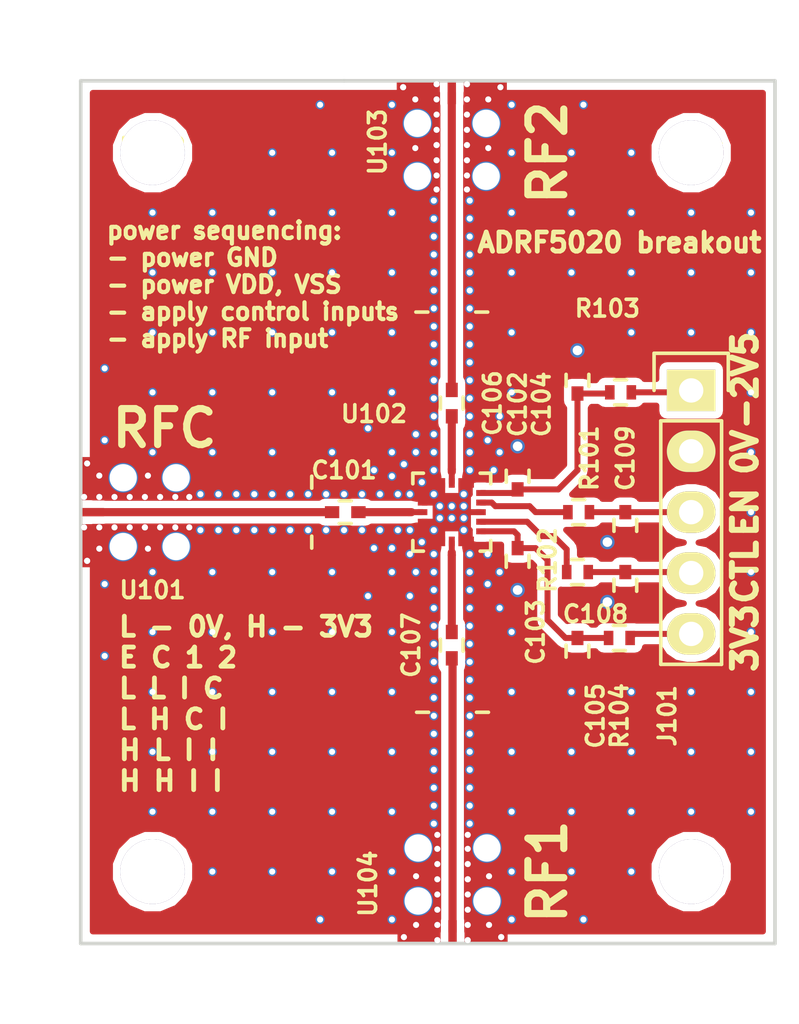
<source format=kicad_pcb>
(kicad_pcb (version 4) (host pcbnew 4.0.7)

  (general
    (links 366)
    (no_connects 0)
    (area 115.465238 83.653334 157.534762 126.346666)
    (thickness 1.6)
    (drawings 16)
    (tracks 85)
    (zones 0)
    (modules 258)
    (nets 16)
  )

  (page A4)
  (layers
    (0 F.Cu signal)
    (1 In1.Cu signal hide)
    (2 In2.Cu signal hide)
    (31 B.Cu signal hide)
    (32 B.Adhes user)
    (33 F.Adhes user)
    (34 B.Paste user)
    (35 F.Paste user)
    (36 B.SilkS user)
    (37 F.SilkS user)
    (38 B.Mask user)
    (39 F.Mask user)
    (40 Dwgs.User user)
    (41 Cmts.User user hide)
    (42 Eco1.User user)
    (43 Eco2.User user)
    (44 Edge.Cuts user)
    (45 Margin user)
    (46 B.CrtYd user)
    (47 F.CrtYd user)
    (48 B.Fab user)
    (49 F.Fab user)
  )

  (setup
    (last_trace_width 0.25)
    (user_trace_width 0.34)
    (trace_clearance 0.13)
    (zone_clearance 0.3048)
    (zone_45_only no)
    (trace_min 0.2)
    (segment_width 0.2)
    (edge_width 0.15)
    (via_size 0.6)
    (via_drill 0.4)
    (via_min_size 0.4)
    (via_min_drill 0.3)
    (uvia_size 0.3)
    (uvia_drill 0.1)
    (uvias_allowed no)
    (uvia_min_size 0.2)
    (uvia_min_drill 0.1)
    (pcb_text_width 0.3)
    (pcb_text_size 1.5 1.5)
    (mod_edge_width 0.15)
    (mod_text_size 0.7 0.7)
    (mod_text_width 0.15)
    (pad_size 0.381 0.381)
    (pad_drill 0.254)
    (pad_to_mask_clearance 0.04)
    (aux_axis_origin 0 0)
    (visible_elements FFFEFD7F)
    (pcbplotparams
      (layerselection 0x01008_00000000)
      (usegerberextensions false)
      (excludeedgelayer true)
      (linewidth 0.100000)
      (plotframeref false)
      (viasonmask false)
      (mode 1)
      (useauxorigin false)
      (hpglpennumber 1)
      (hpglpenspeed 20)
      (hpglpendiameter 15)
      (hpglpenoverlay 2)
      (psnegative false)
      (psa4output false)
      (plotreference true)
      (plotvalue true)
      (plotinvisibletext false)
      (padsonsilk false)
      (subtractmaskfromsilk false)
      (outputformat 1)
      (mirror false)
      (drillshape 0)
      (scaleselection 1)
      (outputdirectory stencil/))
  )

  (net 0 "")
  (net 1 "Net-(C101-Pad1)")
  (net 2 "Net-(C101-Pad2)")
  (net 3 -2V5)
  (net 4 GND)
  (net 5 +3V3)
  (net 6 "Net-(C106-Pad1)")
  (net 7 "Net-(C106-Pad2)")
  (net 8 "Net-(C107-Pad1)")
  (net 9 "Net-(C107-Pad2)")
  (net 10 /CTRL)
  (net 11 /EN)
  (net 12 "Net-(R101-Pad1)")
  (net 13 "Net-(R102-Pad1)")
  (net 14 "Net-(J101-Pad1)")
  (net 15 "Net-(J101-Pad5)")

  (net_class Default "This is the default net class."
    (clearance 0.13)
    (trace_width 0.25)
    (via_dia 0.6)
    (via_drill 0.4)
    (uvia_dia 0.3)
    (uvia_drill 0.1)
    (add_net +3V3)
    (add_net -2V5)
    (add_net /CTRL)
    (add_net /EN)
    (add_net GND)
    (add_net "Net-(C101-Pad1)")
    (add_net "Net-(C101-Pad2)")
    (add_net "Net-(C106-Pad1)")
    (add_net "Net-(C106-Pad2)")
    (add_net "Net-(C107-Pad1)")
    (add_net "Net-(C107-Pad2)")
    (add_net "Net-(J101-Pad1)")
    (add_net "Net-(J101-Pad5)")
    (add_net "Net-(R101-Pad1)")
    (add_net "Net-(R102-Pad1)")
  )

  (module vna_footprints:ADRF5020BCCZN (layer F.Cu) (tedit 5AA5C7B4) (tstamp 5AA59BA7)
    (at 137.5 105)
    (path /5AA5969F)
    (fp_text reference U102 (at -3.25 -4.1) (layer F.SilkS)
      (effects (font (size 0.7 0.7) (thickness 0.15)))
    )
    (fp_text value ADRF5020 (at -0.05 -2.85) (layer F.SilkS) hide
      (effects (font (size 0.7 0.7) (thickness 0.15)))
    )
    (fp_text user "Copyright 2016 Accelerated Designs. All rights reserved." (at 0 0) (layer Cmts.User)
      (effects (font (size 0.127 0.127) (thickness 0.002)))
    )
    (fp_line (start -1.5 -0.23) (end -0.23 -1.5) (layer Dwgs.User) (width 0.1524))
    (fp_line (start 0.675 -1.5) (end 0.925 -1.5) (layer Dwgs.User) (width 0.1524))
    (fp_line (start 0.925 -1.5) (end 0.925 -1.5) (layer Dwgs.User) (width 0.1524))
    (fp_line (start 0.925 -1.5) (end 0.675 -1.5) (layer Dwgs.User) (width 0.1524))
    (fp_line (start 0.675 -1.5) (end 0.675 -1.5) (layer Dwgs.User) (width 0.1524))
    (fp_line (start 0.275 -1.5) (end 0.525 -1.5) (layer Dwgs.User) (width 0.1524))
    (fp_line (start 0.525 -1.5) (end 0.525 -1.5) (layer Dwgs.User) (width 0.1524))
    (fp_line (start 0.525 -1.5) (end 0.275 -1.5) (layer Dwgs.User) (width 0.1524))
    (fp_line (start 0.275 -1.5) (end 0.275 -1.5) (layer Dwgs.User) (width 0.1524))
    (fp_line (start -0.125 -1.5) (end 0.125 -1.5) (layer Dwgs.User) (width 0.1524))
    (fp_line (start 0.125 -1.5) (end 0.125 -1.5) (layer Dwgs.User) (width 0.1524))
    (fp_line (start 0.125 -1.5) (end -0.125 -1.5) (layer Dwgs.User) (width 0.1524))
    (fp_line (start -0.125 -1.5) (end -0.125 -1.5) (layer Dwgs.User) (width 0.1524))
    (fp_line (start -0.525 -1.5) (end -0.275 -1.5) (layer Dwgs.User) (width 0.1524))
    (fp_line (start -0.275 -1.5) (end -0.275 -1.5) (layer Dwgs.User) (width 0.1524))
    (fp_line (start -0.275 -1.5) (end -0.525 -1.5) (layer Dwgs.User) (width 0.1524))
    (fp_line (start -0.525 -1.5) (end -0.525 -1.5) (layer Dwgs.User) (width 0.1524))
    (fp_line (start -0.925 -1.5) (end -0.675 -1.5) (layer Dwgs.User) (width 0.1524))
    (fp_line (start -0.675 -1.5) (end -0.675 -1.5) (layer Dwgs.User) (width 0.1524))
    (fp_line (start -0.675 -1.5) (end -0.925 -1.5) (layer Dwgs.User) (width 0.1524))
    (fp_line (start -0.925 -1.5) (end -0.925 -1.5) (layer Dwgs.User) (width 0.1524))
    (fp_line (start -1.5 -0.675) (end -1.5 -0.925) (layer Dwgs.User) (width 0.1524))
    (fp_line (start -1.5 -0.925) (end -1.5 -0.925) (layer Dwgs.User) (width 0.1524))
    (fp_line (start -1.5 -0.925) (end -1.5 -0.675) (layer Dwgs.User) (width 0.1524))
    (fp_line (start -1.5 -0.675) (end -1.5 -0.675) (layer Dwgs.User) (width 0.1524))
    (fp_line (start -1.5 -0.275) (end -1.5 -0.525) (layer Dwgs.User) (width 0.1524))
    (fp_line (start -1.5 -0.525) (end -1.5 -0.525) (layer Dwgs.User) (width 0.1524))
    (fp_line (start -1.5 -0.525) (end -1.5 -0.275) (layer Dwgs.User) (width 0.1524))
    (fp_line (start -1.5 -0.275) (end -1.5 -0.275) (layer Dwgs.User) (width 0.1524))
    (fp_line (start -1.5 0.125) (end -1.5 -0.125) (layer Dwgs.User) (width 0.1524))
    (fp_line (start -1.5 -0.125) (end -1.5 -0.125) (layer Dwgs.User) (width 0.1524))
    (fp_line (start -1.5 -0.125) (end -1.5 0.125) (layer Dwgs.User) (width 0.1524))
    (fp_line (start -1.5 0.125) (end -1.5 0.125) (layer Dwgs.User) (width 0.1524))
    (fp_line (start -1.5 0.525) (end -1.5 0.275) (layer Dwgs.User) (width 0.1524))
    (fp_line (start -1.5 0.275) (end -1.5 0.275) (layer Dwgs.User) (width 0.1524))
    (fp_line (start -1.5 0.275) (end -1.5 0.525) (layer Dwgs.User) (width 0.1524))
    (fp_line (start -1.5 0.525) (end -1.5 0.525) (layer Dwgs.User) (width 0.1524))
    (fp_line (start -1.5 0.925) (end -1.5 0.675) (layer Dwgs.User) (width 0.1524))
    (fp_line (start -1.5 0.675) (end -1.5 0.675) (layer Dwgs.User) (width 0.1524))
    (fp_line (start -1.5 0.675) (end -1.5 0.925) (layer Dwgs.User) (width 0.1524))
    (fp_line (start -1.5 0.925) (end -1.5 0.925) (layer Dwgs.User) (width 0.1524))
    (fp_line (start -0.675 1.5) (end -0.925 1.5) (layer Dwgs.User) (width 0.1524))
    (fp_line (start -0.925 1.5) (end -0.925 1.5) (layer Dwgs.User) (width 0.1524))
    (fp_line (start -0.925 1.5) (end -0.675 1.5) (layer Dwgs.User) (width 0.1524))
    (fp_line (start -0.675 1.5) (end -0.675 1.5) (layer Dwgs.User) (width 0.1524))
    (fp_line (start -0.275 1.5) (end -0.525 1.5) (layer Dwgs.User) (width 0.1524))
    (fp_line (start -0.525 1.5) (end -0.525 1.5) (layer Dwgs.User) (width 0.1524))
    (fp_line (start -0.525 1.5) (end -0.275 1.5) (layer Dwgs.User) (width 0.1524))
    (fp_line (start -0.275 1.5) (end -0.275 1.5) (layer Dwgs.User) (width 0.1524))
    (fp_line (start 0.125 1.5) (end -0.125 1.5) (layer Dwgs.User) (width 0.1524))
    (fp_line (start -0.125 1.5) (end -0.125 1.5) (layer Dwgs.User) (width 0.1524))
    (fp_line (start -0.125 1.5) (end 0.125 1.5) (layer Dwgs.User) (width 0.1524))
    (fp_line (start 0.125 1.5) (end 0.125 1.5) (layer Dwgs.User) (width 0.1524))
    (fp_line (start 0.525 1.5) (end 0.275 1.5) (layer Dwgs.User) (width 0.1524))
    (fp_line (start 0.275 1.5) (end 0.275 1.5) (layer Dwgs.User) (width 0.1524))
    (fp_line (start 0.275 1.5) (end 0.525 1.5) (layer Dwgs.User) (width 0.1524))
    (fp_line (start 0.525 1.5) (end 0.525 1.5) (layer Dwgs.User) (width 0.1524))
    (fp_line (start 0.925 1.5) (end 0.675 1.5) (layer Dwgs.User) (width 0.1524))
    (fp_line (start 0.675 1.5) (end 0.675 1.5) (layer Dwgs.User) (width 0.1524))
    (fp_line (start 0.675 1.5) (end 0.925 1.5) (layer Dwgs.User) (width 0.1524))
    (fp_line (start 0.925 1.5) (end 0.925 1.5) (layer Dwgs.User) (width 0.1524))
    (fp_line (start 1.5 0.675) (end 1.5 0.925) (layer Dwgs.User) (width 0.1524))
    (fp_line (start 1.5 0.925) (end 1.5 0.925) (layer Dwgs.User) (width 0.1524))
    (fp_line (start 1.5 0.925) (end 1.5 0.675) (layer Dwgs.User) (width 0.1524))
    (fp_line (start 1.5 0.675) (end 1.5 0.675) (layer Dwgs.User) (width 0.1524))
    (fp_line (start 1.5 0.275) (end 1.5 0.525) (layer Dwgs.User) (width 0.1524))
    (fp_line (start 1.5 0.525) (end 1.5 0.525) (layer Dwgs.User) (width 0.1524))
    (fp_line (start 1.5 0.525) (end 1.5 0.275) (layer Dwgs.User) (width 0.1524))
    (fp_line (start 1.5 0.275) (end 1.5 0.275) (layer Dwgs.User) (width 0.1524))
    (fp_line (start 1.5 -0.125) (end 1.5 0.125) (layer Dwgs.User) (width 0.1524))
    (fp_line (start 1.5 0.125) (end 1.5 0.125) (layer Dwgs.User) (width 0.1524))
    (fp_line (start 1.5 0.125) (end 1.5 -0.125) (layer Dwgs.User) (width 0.1524))
    (fp_line (start 1.5 -0.125) (end 1.5 -0.125) (layer Dwgs.User) (width 0.1524))
    (fp_line (start 1.5 -0.525) (end 1.5 -0.275) (layer Dwgs.User) (width 0.1524))
    (fp_line (start 1.5 -0.275) (end 1.5 -0.275) (layer Dwgs.User) (width 0.1524))
    (fp_line (start 1.5 -0.275) (end 1.5 -0.525) (layer Dwgs.User) (width 0.1524))
    (fp_line (start 1.5 -0.525) (end 1.5 -0.525) (layer Dwgs.User) (width 0.1524))
    (fp_line (start 1.5 -0.925) (end 1.5 -0.675) (layer Dwgs.User) (width 0.1524))
    (fp_line (start 1.5 -0.675) (end 1.5 -0.675) (layer Dwgs.User) (width 0.1524))
    (fp_line (start 1.5 -0.675) (end 1.5 -0.925) (layer Dwgs.User) (width 0.1524))
    (fp_line (start 1.5 -0.925) (end 1.5 -0.925) (layer Dwgs.User) (width 0.1524))
    (fp_line (start -1.627 1.627) (end -1.185514 1.627) (layer F.SilkS) (width 0.1524))
    (fp_line (start 1.627 1.627) (end 1.627 1.185514) (layer F.SilkS) (width 0.1524))
    (fp_line (start 1.627 -1.627) (end 1.185514 -1.627) (layer F.SilkS) (width 0.1524))
    (fp_line (start -1.627 -1.627) (end -1.627 -1.185514) (layer F.SilkS) (width 0.1524))
    (fp_line (start -1.627 1.185514) (end -1.627 1.627) (layer F.SilkS) (width 0.1524))
    (fp_line (start -1.5 1.5) (end 1.5 1.5) (layer Dwgs.User) (width 0.1524))
    (fp_line (start 1.5 1.5) (end 1.5 1.5) (layer Dwgs.User) (width 0.1524))
    (fp_line (start 1.5 1.5) (end 1.5 -1.5) (layer Dwgs.User) (width 0.1524))
    (fp_line (start 1.5 -1.5) (end 1.5 -1.5) (layer Dwgs.User) (width 0.1524))
    (fp_line (start 1.5 -1.5) (end -1.5 -1.5) (layer Dwgs.User) (width 0.1524))
    (fp_line (start -1.5 -1.5) (end -1.5 -1.5) (layer Dwgs.User) (width 0.1524))
    (fp_line (start -1.5 -1.5) (end -1.5 1.5) (layer Dwgs.User) (width 0.1524))
    (fp_line (start -1.5 1.5) (end -1.5 1.5) (layer Dwgs.User) (width 0.1524))
    (fp_line (start 1.185514 1.627) (end 1.627 1.627) (layer F.SilkS) (width 0.1524))
    (fp_line (start 1.627 -1.185514) (end 1.627 -1.627) (layer F.SilkS) (width 0.1524))
    (fp_line (start -1.185514 -1.627) (end -1.627 -1.627) (layer F.SilkS) (width 0.1524))
    (pad 1 smd rect (at -1.22 -0.800001 90) (size 0.25 0.4) (layers F.Cu F.Paste F.Mask)
      (net 4 GND))
    (pad 2 smd rect (at -1.22 -0.399999 90) (size 0.25 0.4) (layers F.Cu F.Paste F.Mask)
      (net 4 GND))
    (pad 3 smd rect (at -1.22 0 90) (size 0.25 0.4) (layers F.Cu F.Paste F.Mask)
      (net 1 "Net-(C101-Pad1)"))
    (pad 4 smd rect (at -1.22 0.399999 90) (size 0.25 0.4) (layers F.Cu F.Paste F.Mask)
      (net 4 GND))
    (pad 5 smd rect (at -1.22 0.800001 90) (size 0.25 0.4) (layers F.Cu F.Paste F.Mask)
      (net 4 GND))
    (pad 6 smd rect (at -0.800001 1.22) (size 0.25 0.4) (layers F.Cu F.Paste F.Mask)
      (net 4 GND))
    (pad 7 smd rect (at -0.399999 1.22) (size 0.25 0.4) (layers F.Cu F.Paste F.Mask)
      (net 4 GND))
    (pad 8 smd rect (at 0 1.22) (size 0.25 0.4) (layers F.Cu F.Paste F.Mask)
      (net 9 "Net-(C107-Pad2)"))
    (pad 9 smd rect (at 0.399999 1.22) (size 0.25 0.4) (layers F.Cu F.Paste F.Mask)
      (net 4 GND))
    (pad 10 smd rect (at 0.800001 1.22) (size 0.25 0.4) (layers F.Cu F.Paste F.Mask)
      (net 4 GND))
    (pad 11 smd rect (at 1.22 0.800001 90) (size 0.25 0.4) (layers F.Cu F.Paste F.Mask)
      (net 5 +3V3))
    (pad 12 smd rect (at 1.22 0.399999 90) (size 0.25 0.4) (layers F.Cu F.Paste F.Mask)
      (net 13 "Net-(R102-Pad1)"))
    (pad 13 smd rect (at 1.22 0 90) (size 0.25 0.4) (layers F.Cu F.Paste F.Mask)
      (net 4 GND))
    (pad 14 smd rect (at 1.22 -0.399999 90) (size 0.25 0.4) (layers F.Cu F.Paste F.Mask)
      (net 12 "Net-(R101-Pad1)"))
    (pad 15 smd rect (at 1.22 -0.800001 90) (size 0.25 0.4) (layers F.Cu F.Paste F.Mask)
      (net 3 -2V5))
    (pad 16 smd rect (at 0.800001 -1.22) (size 0.25 0.4) (layers F.Cu F.Paste F.Mask)
      (net 4 GND))
    (pad 17 smd rect (at 0.399999 -1.22) (size 0.25 0.4) (layers F.Cu F.Paste F.Mask)
      (net 4 GND))
    (pad 18 smd rect (at 0 -1.22) (size 0.25 0.4) (layers F.Cu F.Paste F.Mask)
      (net 7 "Net-(C106-Pad2)"))
    (pad 19 smd rect (at -0.399999 -1.22) (size 0.25 0.4) (layers F.Cu F.Paste F.Mask)
      (net 4 GND))
    (pad 20 smd rect (at -0.800001 -1.22) (size 0.25 0.4) (layers F.Cu F.Paste F.Mask)
      (net 4 GND))
    (pad 21 smd rect (at 0 0) (size 1.6 1.6) (layers F.Cu F.Paste F.Mask)
      (net 4 GND))
  )

  (module vna_footprints:VIA_OSH4LAYER_MIN (layer F.Cu) (tedit 5AA5C08F) (tstamp 5AA5C71B)
    (at 139 102)
    (fp_text reference REF** (at 0 -2.5) (layer F.SilkS) hide
      (effects (font (size 1 1) (thickness 0.15)))
    )
    (fp_text value VIA_OSH4LAYER_MIN (at 0 -1.2) (layer F.Fab) hide
      (effects (font (size 1 1) (thickness 0.15)))
    )
    (pad 1 thru_hole circle (at 0 0) (size 0.381 0.381) (drill 0.254) (layers *.Cu)
      (net 4 GND))
  )

  (module vna_footprints:VIA_OSH4LAYER_MIN (layer F.Cu) (tedit 5AA5C08F) (tstamp 5AA5C717)
    (at 139 108)
    (fp_text reference REF** (at 0 -2.5) (layer F.SilkS) hide
      (effects (font (size 1 1) (thickness 0.15)))
    )
    (fp_text value VIA_OSH4LAYER_MIN (at 0 -1.2) (layer F.Fab) hide
      (effects (font (size 1 1) (thickness 0.15)))
    )
    (pad 1 thru_hole circle (at 0 0) (size 0.381 0.381) (drill 0.254) (layers *.Cu)
      (net 4 GND))
  )

  (module vna_footprints:VIA_OSH4LAYER_MIN (layer F.Cu) (tedit 5AA5C08F) (tstamp 5AA5C713)
    (at 136 101.75)
    (fp_text reference REF** (at 0 -2.5) (layer F.SilkS) hide
      (effects (font (size 1 1) (thickness 0.15)))
    )
    (fp_text value VIA_OSH4LAYER_MIN (at 0 -1.2) (layer F.Fab) hide
      (effects (font (size 1 1) (thickness 0.15)))
    )
    (pad 1 thru_hole circle (at 0 0) (size 0.381 0.381) (drill 0.254) (layers *.Cu)
      (net 4 GND))
  )

  (module vna_footprints:VIA_OSH4LAYER_MIN (layer F.Cu) (tedit 5AA5C08F) (tstamp 5AA5C70F)
    (at 134.25 103.25)
    (fp_text reference REF** (at 0 -2.5) (layer F.SilkS) hide
      (effects (font (size 1 1) (thickness 0.15)))
    )
    (fp_text value VIA_OSH4LAYER_MIN (at 0 -1.2) (layer F.Fab) hide
      (effects (font (size 1 1) (thickness 0.15)))
    )
    (pad 1 thru_hole circle (at 0 0) (size 0.381 0.381) (drill 0.254) (layers *.Cu)
      (net 4 GND))
  )

  (module vna_footprints:VIA_OSH4LAYER_MIN (layer F.Cu) (tedit 5AA5C08F) (tstamp 5AA5C70B)
    (at 135.75 108.5)
    (fp_text reference REF** (at 0 -2.5) (layer F.SilkS) hide
      (effects (font (size 1 1) (thickness 0.15)))
    )
    (fp_text value VIA_OSH4LAYER_MIN (at 0 -1.2) (layer F.Fab) hide
      (effects (font (size 1 1) (thickness 0.15)))
    )
    (pad 1 thru_hole circle (at 0 0) (size 0.381 0.381) (drill 0.254) (layers *.Cu)
      (net 4 GND))
  )

  (module vna_footprints:VIA_OSH4LAYER_MIN (layer F.Cu) (tedit 5AA5C08F) (tstamp 5AA5C707)
    (at 134.25 106.5)
    (fp_text reference REF** (at 0 -2.5) (layer F.SilkS) hide
      (effects (font (size 1 1) (thickness 0.15)))
    )
    (fp_text value VIA_OSH4LAYER_MIN (at 0 -1.2) (layer F.Fab) hide
      (effects (font (size 1 1) (thickness 0.15)))
    )
    (pad 1 thru_hole circle (at 0 0) (size 0.381 0.381) (drill 0.254) (layers *.Cu)
      (net 4 GND))
  )

  (module vna_footprints:VIA_OSH4LAYER_MIN (layer F.Cu) (tedit 5AA5C08F) (tstamp 5AA5C700)
    (at 135.5 103)
    (fp_text reference REF** (at 0 -2.5) (layer F.SilkS) hide
      (effects (font (size 1 1) (thickness 0.15)))
    )
    (fp_text value VIA_OSH4LAYER_MIN (at 0 -1.2) (layer F.Fab) hide
      (effects (font (size 1 1) (thickness 0.15)))
    )
    (pad 1 thru_hole circle (at 0 0) (size 0.381 0.381) (drill 0.254) (layers *.Cu)
      (net 4 GND))
  )

  (module vna_footprints:VIA_OSH4LAYER_MIN (layer F.Cu) (tedit 5AA5C08F) (tstamp 5AA5C6FC)
    (at 135.75 106.75)
    (fp_text reference REF** (at 0 -2.5) (layer F.SilkS) hide
      (effects (font (size 1 1) (thickness 0.15)))
    )
    (fp_text value VIA_OSH4LAYER_MIN (at 0 -1.2) (layer F.Fab) hide
      (effects (font (size 1 1) (thickness 0.15)))
    )
    (pad 1 thru_hole circle (at 0 0) (size 0.381 0.381) (drill 0.254) (layers *.Cu)
      (net 4 GND))
  )

  (module vna_footprints:VIA_OSH4LAYER_MIN (layer F.Cu) (tedit 5AA5C08F) (tstamp 5AA5C474)
    (at 139.5 101)
    (fp_text reference REF** (at 0 -2.5) (layer F.SilkS) hide
      (effects (font (size 1 1) (thickness 0.15)))
    )
    (fp_text value VIA_OSH4LAYER_MIN (at 0 -1.2) (layer F.Fab) hide
      (effects (font (size 1 1) (thickness 0.15)))
    )
    (pad 1 thru_hole circle (at 0 0) (size 0.381 0.381) (drill 0.254) (layers *.Cu)
      (net 4 GND))
  )

  (module vna_footprints:VIA_OSH4LAYER_MIN (layer F.Cu) (tedit 5AA5C08F) (tstamp 5AA5C470)
    (at 139.5 109)
    (fp_text reference REF** (at 0 -2.5) (layer F.SilkS) hide
      (effects (font (size 1 1) (thickness 0.15)))
    )
    (fp_text value VIA_OSH4LAYER_MIN (at 0 -1.2) (layer F.Fab) hide
      (effects (font (size 1 1) (thickness 0.15)))
    )
    (pad 1 thru_hole circle (at 0 0) (size 0.381 0.381) (drill 0.254) (layers *.Cu)
      (net 4 GND))
  )

  (module vna_footprints:VIA_OSH4LAYER_MIN (layer F.Cu) (tedit 5AA5C08F) (tstamp 5AA5C46C)
    (at 134 108.5)
    (fp_text reference REF** (at 0 -2.5) (layer F.SilkS) hide
      (effects (font (size 1 1) (thickness 0.15)))
    )
    (fp_text value VIA_OSH4LAYER_MIN (at 0 -1.2) (layer F.Fab) hide
      (effects (font (size 1 1) (thickness 0.15)))
    )
    (pad 1 thru_hole circle (at 0 0) (size 0.381 0.381) (drill 0.254) (layers *.Cu)
      (net 4 GND))
  )

  (module vna_footprints:VIA_OSH4LAYER_MIN (layer F.Cu) (tedit 5AA5C08F) (tstamp 5AA5C468)
    (at 134 101.5)
    (fp_text reference REF** (at 0 -2.5) (layer F.SilkS) hide
      (effects (font (size 1 1) (thickness 0.15)))
    )
    (fp_text value VIA_OSH4LAYER_MIN (at 0 -1.2) (layer F.Fab) hide
      (effects (font (size 1 1) (thickness 0.15)))
    )
    (pad 1 thru_hole circle (at 0 0) (size 0.381 0.381) (drill 0.254) (layers *.Cu)
      (net 4 GND))
  )

  (module vna_footprints:VIA_OSH4LAYER_MIN (layer F.Cu) (tedit 5AA5C08F) (tstamp 5AA5C464)
    (at 139.5 102.5)
    (fp_text reference REF** (at 0 -2.5) (layer F.SilkS) hide
      (effects (font (size 1 1) (thickness 0.15)))
    )
    (fp_text value VIA_OSH4LAYER_MIN (at 0 -1.2) (layer F.Fab) hide
      (effects (font (size 1 1) (thickness 0.15)))
    )
    (pad 1 thru_hole circle (at 0 0) (size 0.381 0.381) (drill 0.254) (layers *.Cu)
      (net 4 GND))
  )

  (module vna_footprints:VIA_OSH4LAYER_MIN (layer F.Cu) (tedit 5AA5C08F) (tstamp 5AA5C460)
    (at 139.5 107.5)
    (fp_text reference REF** (at 0 -2.5) (layer F.SilkS) hide
      (effects (font (size 1 1) (thickness 0.15)))
    )
    (fp_text value VIA_OSH4LAYER_MIN (at 0 -1.2) (layer F.Fab) hide
      (effects (font (size 1 1) (thickness 0.15)))
    )
    (pad 1 thru_hole circle (at 0 0) (size 0.381 0.381) (drill 0.254) (layers *.Cu)
      (net 4 GND))
  )

  (module vna_footprints:VIA_OSH4LAYER_MIN (layer F.Cu) (tedit 5AA5C08F) (tstamp 5AA5C45C)
    (at 136 107.5)
    (fp_text reference REF** (at 0 -2.5) (layer F.SilkS) hide
      (effects (font (size 1 1) (thickness 0.15)))
    )
    (fp_text value VIA_OSH4LAYER_MIN (at 0 -1.2) (layer F.Fab) hide
      (effects (font (size 1 1) (thickness 0.15)))
    )
    (pad 1 thru_hole circle (at 0 0) (size 0.381 0.381) (drill 0.254) (layers *.Cu)
      (net 4 GND))
  )

  (module vna_footprints:VIA_OSH4LAYER_MIN (layer F.Cu) (tedit 5AA5C08F) (tstamp 5AA5C458)
    (at 135 106.5)
    (fp_text reference REF** (at 0 -2.5) (layer F.SilkS) hide
      (effects (font (size 1 1) (thickness 0.15)))
    )
    (fp_text value VIA_OSH4LAYER_MIN (at 0 -1.2) (layer F.Fab) hide
      (effects (font (size 1 1) (thickness 0.15)))
    )
    (pad 1 thru_hole circle (at 0 0) (size 0.381 0.381) (drill 0.254) (layers *.Cu)
      (net 4 GND))
  )

  (module vna_footprints:VIA_OSH4LAYER_MIN (layer F.Cu) (tedit 5AA5C08F) (tstamp 5AA5C454)
    (at 135 106.5)
    (fp_text reference REF** (at 0 -2.5) (layer F.SilkS) hide
      (effects (font (size 1 1) (thickness 0.15)))
    )
    (fp_text value VIA_OSH4LAYER_MIN (at 0 -1.2) (layer F.Fab) hide
      (effects (font (size 1 1) (thickness 0.15)))
    )
    (pad 1 thru_hole circle (at 0 0) (size 0.381 0.381) (drill 0.254) (layers *.Cu)
      (net 4 GND))
  )

  (module vna_footprints:VIA_OSH4LAYER_MIN (layer F.Cu) (tedit 5AA5C08F) (tstamp 5AA5C450)
    (at 136 102.5)
    (fp_text reference REF** (at 0 -2.5) (layer F.SilkS) hide
      (effects (font (size 1 1) (thickness 0.15)))
    )
    (fp_text value VIA_OSH4LAYER_MIN (at 0 -1.2) (layer F.Fab) hide
      (effects (font (size 1 1) (thickness 0.15)))
    )
    (pad 1 thru_hole circle (at 0 0) (size 0.381 0.381) (drill 0.254) (layers *.Cu)
      (net 4 GND))
  )

  (module vna_footprints:VIA_OSH4LAYER_MIN (layer F.Cu) (tedit 5AA5C08F) (tstamp 5AA5C44C)
    (at 135 103.5)
    (fp_text reference REF** (at 0 -2.5) (layer F.SilkS) hide
      (effects (font (size 1 1) (thickness 0.15)))
    )
    (fp_text value VIA_OSH4LAYER_MIN (at 0 -1.2) (layer F.Fab) hide
      (effects (font (size 1 1) (thickness 0.15)))
    )
    (pad 1 thru_hole circle (at 0 0) (size 0.381 0.381) (drill 0.254) (layers *.Cu)
      (net 4 GND))
  )

  (module vna_footprints:VIA_OSH4LAYER_MIN (layer F.Cu) (tedit 5AA5C08F) (tstamp 5AA5C43E)
    (at 123 111)
    (fp_text reference REF** (at 0 -2.5) (layer F.SilkS) hide
      (effects (font (size 1 1) (thickness 0.15)))
    )
    (fp_text value VIA_OSH4LAYER_MIN (at 0 -1.2) (layer F.Fab) hide
      (effects (font (size 1 1) (thickness 0.15)))
    )
    (pad 1 thru_hole circle (at 0 0) (size 0.381 0.381) (drill 0.254) (layers *.Cu)
      (net 4 GND))
  )

  (module vna_footprints:VIA_OSH4LAYER_MIN (layer F.Cu) (tedit 5AA5C08F) (tstamp 5AA5C43A)
    (at 123 99)
    (fp_text reference REF** (at 0 -2.5) (layer F.SilkS) hide
      (effects (font (size 1 1) (thickness 0.15)))
    )
    (fp_text value VIA_OSH4LAYER_MIN (at 0 -1.2) (layer F.Fab) hide
      (effects (font (size 1 1) (thickness 0.15)))
    )
    (pad 1 thru_hole circle (at 0 0) (size 0.381 0.381) (drill 0.254) (layers *.Cu)
      (net 4 GND))
  )

  (module vna_footprints:VIA_OSH4LAYER_MIN (layer F.Cu) (tedit 5AA5C08F) (tstamp 5AA5C436)
    (at 143 88)
    (fp_text reference REF** (at 0 -2.5) (layer F.SilkS) hide
      (effects (font (size 1 1) (thickness 0.15)))
    )
    (fp_text value VIA_OSH4LAYER_MIN (at 0 -1.2) (layer F.Fab) hide
      (effects (font (size 1 1) (thickness 0.15)))
    )
    (pad 1 thru_hole circle (at 0 0) (size 0.381 0.381) (drill 0.254) (layers *.Cu)
      (net 4 GND))
  )

  (module vna_footprints:VIA_OSH4LAYER_MIN (layer F.Cu) (tedit 5AA5C08F) (tstamp 5AA5C432)
    (at 132 88)
    (fp_text reference REF** (at 0 -2.5) (layer F.SilkS) hide
      (effects (font (size 1 1) (thickness 0.15)))
    )
    (fp_text value VIA_OSH4LAYER_MIN (at 0 -1.2) (layer F.Fab) hide
      (effects (font (size 1 1) (thickness 0.15)))
    )
    (pad 1 thru_hole circle (at 0 0) (size 0.381 0.381) (drill 0.254) (layers *.Cu)
      (net 4 GND))
  )

  (module vna_footprints:VIA_OSH4LAYER_MIN (layer F.Cu) (tedit 5AA5C08F) (tstamp 5AA5C42E)
    (at 135 88)
    (fp_text reference REF** (at 0 -2.5) (layer F.SilkS) hide
      (effects (font (size 1 1) (thickness 0.15)))
    )
    (fp_text value VIA_OSH4LAYER_MIN (at 0 -1.2) (layer F.Fab) hide
      (effects (font (size 1 1) (thickness 0.15)))
    )
    (pad 1 thru_hole circle (at 0 0) (size 0.381 0.381) (drill 0.254) (layers *.Cu)
      (net 4 GND))
  )

  (module vna_footprints:VIA_OSH4LAYER_MIN (layer F.Cu) (tedit 5AA5C08F) (tstamp 5AA5C42A)
    (at 140 88)
    (fp_text reference REF** (at 0 -2.5) (layer F.SilkS) hide
      (effects (font (size 1 1) (thickness 0.15)))
    )
    (fp_text value VIA_OSH4LAYER_MIN (at 0 -1.2) (layer F.Fab) hide
      (effects (font (size 1 1) (thickness 0.15)))
    )
    (pad 1 thru_hole circle (at 0 0) (size 0.381 0.381) (drill 0.254) (layers *.Cu)
      (net 4 GND))
  )

  (module vna_footprints:VIA_OSH4LAYER_MIN (layer F.Cu) (tedit 5AA5C08F) (tstamp 5AA5C426)
    (at 132 122)
    (fp_text reference REF** (at 0 -2.5) (layer F.SilkS) hide
      (effects (font (size 1 1) (thickness 0.15)))
    )
    (fp_text value VIA_OSH4LAYER_MIN (at 0 -1.2) (layer F.Fab) hide
      (effects (font (size 1 1) (thickness 0.15)))
    )
    (pad 1 thru_hole circle (at 0 0) (size 0.381 0.381) (drill 0.254) (layers *.Cu)
      (net 4 GND))
  )

  (module vna_footprints:VIA_OSH4LAYER_MIN (layer F.Cu) (tedit 5AA5C08F) (tstamp 5AA5C422)
    (at 143 122)
    (fp_text reference REF** (at 0 -2.5) (layer F.SilkS) hide
      (effects (font (size 1 1) (thickness 0.15)))
    )
    (fp_text value VIA_OSH4LAYER_MIN (at 0 -1.2) (layer F.Fab) hide
      (effects (font (size 1 1) (thickness 0.15)))
    )
    (pad 1 thru_hole circle (at 0 0) (size 0.381 0.381) (drill 0.254) (layers *.Cu)
      (net 4 GND))
  )

  (module vna_footprints:VIA_OSH4LAYER_MIN (layer F.Cu) (tedit 5AA5C08F) (tstamp 5AA5C41E)
    (at 140 122)
    (fp_text reference REF** (at 0 -2.5) (layer F.SilkS) hide
      (effects (font (size 1 1) (thickness 0.15)))
    )
    (fp_text value VIA_OSH4LAYER_MIN (at 0 -1.2) (layer F.Fab) hide
      (effects (font (size 1 1) (thickness 0.15)))
    )
    (pad 1 thru_hole circle (at 0 0) (size 0.381 0.381) (drill 0.254) (layers *.Cu)
      (net 4 GND))
  )

  (module vna_footprints:VIA_OSH4LAYER_MIN (layer F.Cu) (tedit 5AA5C08F) (tstamp 5AA5C41A)
    (at 135 122)
    (fp_text reference REF** (at 0 -2.5) (layer F.SilkS) hide
      (effects (font (size 1 1) (thickness 0.15)))
    )
    (fp_text value VIA_OSH4LAYER_MIN (at 0 -1.2) (layer F.Fab) hide
      (effects (font (size 1 1) (thickness 0.15)))
    )
    (pad 1 thru_hole circle (at 0 0) (size 0.381 0.381) (drill 0.254) (layers *.Cu)
      (net 4 GND))
  )

  (module vna_footprints:VIA_OSH4LAYER_MIN (layer F.Cu) (tedit 5AA5C08F) (tstamp 5AA5C416)
    (at 123 108)
    (fp_text reference REF** (at 0 -2.5) (layer F.SilkS) hide
      (effects (font (size 1 1) (thickness 0.15)))
    )
    (fp_text value VIA_OSH4LAYER_MIN (at 0 -1.2) (layer F.Fab) hide
      (effects (font (size 1 1) (thickness 0.15)))
    )
    (pad 1 thru_hole circle (at 0 0) (size 0.381 0.381) (drill 0.254) (layers *.Cu)
      (net 4 GND))
  )

  (module vna_footprints:VIA_OSH4LAYER_MIN (layer F.Cu) (tedit 5AA5C08F) (tstamp 5AA5C409)
    (at 123 102)
    (fp_text reference REF** (at 0 -2.5) (layer F.SilkS) hide
      (effects (font (size 1 1) (thickness 0.15)))
    )
    (fp_text value VIA_OSH4LAYER_MIN (at 0 -1.2) (layer F.Fab) hide
      (effects (font (size 1 1) (thickness 0.15)))
    )
    (pad 1 thru_hole circle (at 0 0) (size 0.381 0.381) (drill 0.254) (layers *.Cu)
      (net 4 GND))
  )

  (module vna_footprints:VIA_OSH4LAYER_MIN (layer F.Cu) (tedit 5AA5C08F) (tstamp 5AA5C3FF)
    (at 150 110)
    (fp_text reference REF** (at 0 -2.5) (layer F.SilkS) hide
      (effects (font (size 1 1) (thickness 0.15)))
    )
    (fp_text value VIA_OSH4LAYER_MIN (at 0 -1.2) (layer F.Fab) hide
      (effects (font (size 1 1) (thickness 0.15)))
    )
    (pad 1 thru_hole circle (at 0 0) (size 0.381 0.381) (drill 0.254) (layers *.Cu)
      (net 4 GND))
  )

  (module vna_footprints:VIA_OSH4LAYER_MIN (layer F.Cu) (tedit 5AA5C08F) (tstamp 5AA5C3FB)
    (at 150 107.5)
    (fp_text reference REF** (at 0 -2.5) (layer F.SilkS) hide
      (effects (font (size 1 1) (thickness 0.15)))
    )
    (fp_text value VIA_OSH4LAYER_MIN (at 0 -1.2) (layer F.Fab) hide
      (effects (font (size 1 1) (thickness 0.15)))
    )
    (pad 1 thru_hole circle (at 0 0) (size 0.381 0.381) (drill 0.254) (layers *.Cu)
      (net 4 GND))
  )

  (module vna_footprints:VIA_OSH4LAYER_MIN (layer F.Cu) (tedit 5AA5C08F) (tstamp 5AA5C3F7)
    (at 150 105)
    (fp_text reference REF** (at 0 -2.5) (layer F.SilkS) hide
      (effects (font (size 1 1) (thickness 0.15)))
    )
    (fp_text value VIA_OSH4LAYER_MIN (at 0 -1.2) (layer F.Fab) hide
      (effects (font (size 1 1) (thickness 0.15)))
    )
    (pad 1 thru_hole circle (at 0 0) (size 0.381 0.381) (drill 0.254) (layers *.Cu)
      (net 4 GND))
  )

  (module vna_footprints:VIA_OSH4LAYER_MIN (layer F.Cu) (tedit 5AA5C08F) (tstamp 5AA5C3F3)
    (at 150 102.5)
    (fp_text reference REF** (at 0 -2.5) (layer F.SilkS) hide
      (effects (font (size 1 1) (thickness 0.15)))
    )
    (fp_text value VIA_OSH4LAYER_MIN (at 0 -1.2) (layer F.Fab) hide
      (effects (font (size 1 1) (thickness 0.15)))
    )
    (pad 1 thru_hole circle (at 0 0) (size 0.381 0.381) (drill 0.254) (layers *.Cu)
      (net 4 GND))
  )

  (module vna_footprints:VIA_OSH4LAYER_MIN (layer F.Cu) (tedit 5AA5C08F) (tstamp 5AA5C3EF)
    (at 150 100)
    (fp_text reference REF** (at 0 -2.5) (layer F.SilkS) hide
      (effects (font (size 1 1) (thickness 0.15)))
    )
    (fp_text value VIA_OSH4LAYER_MIN (at 0 -1.2) (layer F.Fab) hide
      (effects (font (size 1 1) (thickness 0.15)))
    )
    (pad 1 thru_hole circle (at 0 0) (size 0.381 0.381) (drill 0.254) (layers *.Cu)
      (net 4 GND))
  )

  (module vna_footprints:VIA_OSH4LAYER_MIN (layer F.Cu) (tedit 5AA5C08F) (tstamp 5AA5C3EB)
    (at 150 97.5)
    (fp_text reference REF** (at 0 -2.5) (layer F.SilkS) hide
      (effects (font (size 1 1) (thickness 0.15)))
    )
    (fp_text value VIA_OSH4LAYER_MIN (at 0 -1.2) (layer F.Fab) hide
      (effects (font (size 1 1) (thickness 0.15)))
    )
    (pad 1 thru_hole circle (at 0 0) (size 0.381 0.381) (drill 0.254) (layers *.Cu)
      (net 4 GND))
  )

  (module vna_footprints:VIA_OSH4LAYER_MIN (layer F.Cu) (tedit 5AA5C08F) (tstamp 5AA5C3E7)
    (at 150 95)
    (fp_text reference REF** (at 0 -2.5) (layer F.SilkS) hide
      (effects (font (size 1 1) (thickness 0.15)))
    )
    (fp_text value VIA_OSH4LAYER_MIN (at 0 -1.2) (layer F.Fab) hide
      (effects (font (size 1 1) (thickness 0.15)))
    )
    (pad 1 thru_hole circle (at 0 0) (size 0.381 0.381) (drill 0.254) (layers *.Cu)
      (net 4 GND))
  )

  (module vna_footprints:VIA_OSH4LAYER_MIN (layer F.Cu) (tedit 5AA5C08F) (tstamp 5AA5C3E3)
    (at 150 92.5)
    (fp_text reference REF** (at 0 -2.5) (layer F.SilkS) hide
      (effects (font (size 1 1) (thickness 0.15)))
    )
    (fp_text value VIA_OSH4LAYER_MIN (at 0 -1.2) (layer F.Fab) hide
      (effects (font (size 1 1) (thickness 0.15)))
    )
    (pad 1 thru_hole circle (at 0 0) (size 0.381 0.381) (drill 0.254) (layers *.Cu)
      (net 4 GND))
  )

  (module vna_footprints:VIA_OSH4LAYER_MIN (layer F.Cu) (tedit 5AA5C08F) (tstamp 5AA5C3DF)
    (at 135 90)
    (fp_text reference REF** (at 0 -2.5) (layer F.SilkS) hide
      (effects (font (size 1 1) (thickness 0.15)))
    )
    (fp_text value VIA_OSH4LAYER_MIN (at 0 -1.2) (layer F.Fab) hide
      (effects (font (size 1 1) (thickness 0.15)))
    )
    (pad 1 thru_hole circle (at 0 0) (size 0.381 0.381) (drill 0.254) (layers *.Cu)
      (net 4 GND))
  )

  (module vna_footprints:VIA_OSH4LAYER_MIN (layer F.Cu) (tedit 5AA5C08F) (tstamp 5AA5C3DB)
    (at 140 90)
    (fp_text reference REF** (at 0 -2.5) (layer F.SilkS) hide
      (effects (font (size 1 1) (thickness 0.15)))
    )
    (fp_text value VIA_OSH4LAYER_MIN (at 0 -1.2) (layer F.Fab) hide
      (effects (font (size 1 1) (thickness 0.15)))
    )
    (pad 1 thru_hole circle (at 0 0) (size 0.381 0.381) (drill 0.254) (layers *.Cu)
      (net 4 GND))
  )

  (module vna_footprints:VIA_OSH4LAYER_MIN (layer F.Cu) (tedit 5AA5C08F) (tstamp 5AA5C3D7)
    (at 145 90)
    (fp_text reference REF** (at 0 -2.5) (layer F.SilkS) hide
      (effects (font (size 1 1) (thickness 0.15)))
    )
    (fp_text value VIA_OSH4LAYER_MIN (at 0 -1.2) (layer F.Fab) hide
      (effects (font (size 1 1) (thickness 0.15)))
    )
    (pad 1 thru_hole circle (at 0 0) (size 0.381 0.381) (drill 0.254) (layers *.Cu)
      (net 4 GND))
  )

  (module vna_footprints:VIA_OSH4LAYER_MIN (layer F.Cu) (tedit 5AA5C08F) (tstamp 5AA5C3D3)
    (at 142.5 90)
    (fp_text reference REF** (at 0 -2.5) (layer F.SilkS) hide
      (effects (font (size 1 1) (thickness 0.15)))
    )
    (fp_text value VIA_OSH4LAYER_MIN (at 0 -1.2) (layer F.Fab) hide
      (effects (font (size 1 1) (thickness 0.15)))
    )
    (pad 1 thru_hole circle (at 0 0) (size 0.381 0.381) (drill 0.254) (layers *.Cu)
      (net 4 GND))
  )

  (module vna_footprints:VIA_OSH4LAYER_MIN (layer F.Cu) (tedit 5AA5C08F) (tstamp 5AA5C3CF)
    (at 147.5 97.5)
    (fp_text reference REF** (at 0 -2.5) (layer F.SilkS) hide
      (effects (font (size 1 1) (thickness 0.15)))
    )
    (fp_text value VIA_OSH4LAYER_MIN (at 0 -1.2) (layer F.Fab) hide
      (effects (font (size 1 1) (thickness 0.15)))
    )
    (pad 1 thru_hole circle (at 0 0) (size 0.381 0.381) (drill 0.254) (layers *.Cu)
      (net 4 GND))
  )

  (module vna_footprints:VIA_OSH4LAYER_MIN (layer F.Cu) (tedit 5AA5C08F) (tstamp 5AA5C3CB)
    (at 145 97.5)
    (fp_text reference REF** (at 0 -2.5) (layer F.SilkS) hide
      (effects (font (size 1 1) (thickness 0.15)))
    )
    (fp_text value VIA_OSH4LAYER_MIN (at 0 -1.2) (layer F.Fab) hide
      (effects (font (size 1 1) (thickness 0.15)))
    )
    (pad 1 thru_hole circle (at 0 0) (size 0.381 0.381) (drill 0.254) (layers *.Cu)
      (net 4 GND))
  )

  (module vna_footprints:VIA_OSH4LAYER_MIN (layer F.Cu) (tedit 5AA5C08F) (tstamp 5AA5C3C7)
    (at 142.5 95)
    (fp_text reference REF** (at 0 -2.5) (layer F.SilkS) hide
      (effects (font (size 1 1) (thickness 0.15)))
    )
    (fp_text value VIA_OSH4LAYER_MIN (at 0 -1.2) (layer F.Fab) hide
      (effects (font (size 1 1) (thickness 0.15)))
    )
    (pad 1 thru_hole circle (at 0 0) (size 0.381 0.381) (drill 0.254) (layers *.Cu)
      (net 4 GND))
  )

  (module vna_footprints:VIA_OSH4LAYER_MIN (layer F.Cu) (tedit 5AA5C08F) (tstamp 5AA5C3C3)
    (at 145 95)
    (fp_text reference REF** (at 0 -2.5) (layer F.SilkS) hide
      (effects (font (size 1 1) (thickness 0.15)))
    )
    (fp_text value VIA_OSH4LAYER_MIN (at 0 -1.2) (layer F.Fab) hide
      (effects (font (size 1 1) (thickness 0.15)))
    )
    (pad 1 thru_hole circle (at 0 0) (size 0.381 0.381) (drill 0.254) (layers *.Cu)
      (net 4 GND))
  )

  (module vna_footprints:VIA_OSH4LAYER_MIN (layer F.Cu) (tedit 5AA5C08F) (tstamp 5AA5C3BF)
    (at 147.5 95)
    (fp_text reference REF** (at 0 -2.5) (layer F.SilkS) hide
      (effects (font (size 1 1) (thickness 0.15)))
    )
    (fp_text value VIA_OSH4LAYER_MIN (at 0 -1.2) (layer F.Fab) hide
      (effects (font (size 1 1) (thickness 0.15)))
    )
    (pad 1 thru_hole circle (at 0 0) (size 0.381 0.381) (drill 0.254) (layers *.Cu)
      (net 4 GND))
  )

  (module vna_footprints:VIA_OSH4LAYER_MIN (layer F.Cu) (tedit 5AA5C08F) (tstamp 5AA5C3BB)
    (at 147.5 92.5)
    (fp_text reference REF** (at 0 -2.5) (layer F.SilkS) hide
      (effects (font (size 1 1) (thickness 0.15)))
    )
    (fp_text value VIA_OSH4LAYER_MIN (at 0 -1.2) (layer F.Fab) hide
      (effects (font (size 1 1) (thickness 0.15)))
    )
    (pad 1 thru_hole circle (at 0 0) (size 0.381 0.381) (drill 0.254) (layers *.Cu)
      (net 4 GND))
  )

  (module vna_footprints:VIA_OSH4LAYER_MIN (layer F.Cu) (tedit 5AA5C08F) (tstamp 5AA5C3B7)
    (at 142.5 92.5)
    (fp_text reference REF** (at 0 -2.5) (layer F.SilkS) hide
      (effects (font (size 1 1) (thickness 0.15)))
    )
    (fp_text value VIA_OSH4LAYER_MIN (at 0 -1.2) (layer F.Fab) hide
      (effects (font (size 1 1) (thickness 0.15)))
    )
    (pad 1 thru_hole circle (at 0 0) (size 0.381 0.381) (drill 0.254) (layers *.Cu)
      (net 4 GND))
  )

  (module vna_footprints:VIA_OSH4LAYER_MIN (layer F.Cu) (tedit 5AA5C08F) (tstamp 5AA5C3B3)
    (at 145 92.5)
    (fp_text reference REF** (at 0 -2.5) (layer F.SilkS) hide
      (effects (font (size 1 1) (thickness 0.15)))
    )
    (fp_text value VIA_OSH4LAYER_MIN (at 0 -1.2) (layer F.Fab) hide
      (effects (font (size 1 1) (thickness 0.15)))
    )
    (pad 1 thru_hole circle (at 0 0) (size 0.381 0.381) (drill 0.254) (layers *.Cu)
      (net 4 GND))
  )

  (module vna_footprints:VIA_OSH4LAYER_MIN (layer F.Cu) (tedit 5AA5C08F) (tstamp 5AA5C3AF)
    (at 140 92.5)
    (fp_text reference REF** (at 0 -2.5) (layer F.SilkS) hide
      (effects (font (size 1 1) (thickness 0.15)))
    )
    (fp_text value VIA_OSH4LAYER_MIN (at 0 -1.2) (layer F.Fab) hide
      (effects (font (size 1 1) (thickness 0.15)))
    )
    (pad 1 thru_hole circle (at 0 0) (size 0.381 0.381) (drill 0.254) (layers *.Cu)
      (net 4 GND))
  )

  (module vna_footprints:VIA_OSH4LAYER_MIN (layer F.Cu) (tedit 5AA5C08F) (tstamp 5AA5C3AB)
    (at 140 95)
    (fp_text reference REF** (at 0 -2.5) (layer F.SilkS) hide
      (effects (font (size 1 1) (thickness 0.15)))
    )
    (fp_text value VIA_OSH4LAYER_MIN (at 0 -1.2) (layer F.Fab) hide
      (effects (font (size 1 1) (thickness 0.15)))
    )
    (pad 1 thru_hole circle (at 0 0) (size 0.381 0.381) (drill 0.254) (layers *.Cu)
      (net 4 GND))
  )

  (module vna_footprints:VIA_OSH4LAYER_MIN (layer F.Cu) (tedit 5AA5C08F) (tstamp 5AA5C3A7)
    (at 140 97.5)
    (fp_text reference REF** (at 0 -2.5) (layer F.SilkS) hide
      (effects (font (size 1 1) (thickness 0.15)))
    )
    (fp_text value VIA_OSH4LAYER_MIN (at 0 -1.2) (layer F.Fab) hide
      (effects (font (size 1 1) (thickness 0.15)))
    )
    (pad 1 thru_hole circle (at 0 0) (size 0.381 0.381) (drill 0.254) (layers *.Cu)
      (net 4 GND))
  )

  (module vna_footprints:VIA_OSH4LAYER_MIN (layer F.Cu) (tedit 5AA5C08F) (tstamp 5AA5C3A3)
    (at 140 100)
    (fp_text reference REF** (at 0 -2.5) (layer F.SilkS) hide
      (effects (font (size 1 1) (thickness 0.15)))
    )
    (fp_text value VIA_OSH4LAYER_MIN (at 0 -1.2) (layer F.Fab) hide
      (effects (font (size 1 1) (thickness 0.15)))
    )
    (pad 1 thru_hole circle (at 0 0) (size 0.381 0.381) (drill 0.254) (layers *.Cu)
      (net 4 GND))
  )

  (module vna_footprints:VIA_OSH4LAYER_MIN (layer F.Cu) (tedit 5AA5C08F) (tstamp 5AA5C39F)
    (at 140 110)
    (fp_text reference REF** (at 0 -2.5) (layer F.SilkS) hide
      (effects (font (size 1 1) (thickness 0.15)))
    )
    (fp_text value VIA_OSH4LAYER_MIN (at 0 -1.2) (layer F.Fab) hide
      (effects (font (size 1 1) (thickness 0.15)))
    )
    (pad 1 thru_hole circle (at 0 0) (size 0.381 0.381) (drill 0.254) (layers *.Cu)
      (net 4 GND))
  )

  (module vna_footprints:VIA_OSH4LAYER_MIN (layer F.Cu) (tedit 5AA5C08F) (tstamp 5AA5C39B)
    (at 140 112.5)
    (fp_text reference REF** (at 0 -2.5) (layer F.SilkS) hide
      (effects (font (size 1 1) (thickness 0.15)))
    )
    (fp_text value VIA_OSH4LAYER_MIN (at 0 -1.2) (layer F.Fab) hide
      (effects (font (size 1 1) (thickness 0.15)))
    )
    (pad 1 thru_hole circle (at 0 0) (size 0.381 0.381) (drill 0.254) (layers *.Cu)
      (net 4 GND))
  )

  (module vna_footprints:VIA_OSH4LAYER_MIN (layer F.Cu) (tedit 5AA5C08F) (tstamp 5AA5C397)
    (at 142.5 112.5)
    (fp_text reference REF** (at 0 -2.5) (layer F.SilkS) hide
      (effects (font (size 1 1) (thickness 0.15)))
    )
    (fp_text value VIA_OSH4LAYER_MIN (at 0 -1.2) (layer F.Fab) hide
      (effects (font (size 1 1) (thickness 0.15)))
    )
    (pad 1 thru_hole circle (at 0 0) (size 0.381 0.381) (drill 0.254) (layers *.Cu)
      (net 4 GND))
  )

  (module vna_footprints:VIA_OSH4LAYER_MIN (layer F.Cu) (tedit 5AA5C08F) (tstamp 5AA5C393)
    (at 145 112.5)
    (fp_text reference REF** (at 0 -2.5) (layer F.SilkS) hide
      (effects (font (size 1 1) (thickness 0.15)))
    )
    (fp_text value VIA_OSH4LAYER_MIN (at 0 -1.2) (layer F.Fab) hide
      (effects (font (size 1 1) (thickness 0.15)))
    )
    (pad 1 thru_hole circle (at 0 0) (size 0.381 0.381) (drill 0.254) (layers *.Cu)
      (net 4 GND))
  )

  (module vna_footprints:VIA_OSH4LAYER_MIN (layer F.Cu) (tedit 5AA5C08F) (tstamp 5AA5C38F)
    (at 147.5 112.5)
    (fp_text reference REF** (at 0 -2.5) (layer F.SilkS) hide
      (effects (font (size 1 1) (thickness 0.15)))
    )
    (fp_text value VIA_OSH4LAYER_MIN (at 0 -1.2) (layer F.Fab) hide
      (effects (font (size 1 1) (thickness 0.15)))
    )
    (pad 1 thru_hole circle (at 0 0) (size 0.381 0.381) (drill 0.254) (layers *.Cu)
      (net 4 GND))
  )

  (module vna_footprints:VIA_OSH4LAYER_MIN (layer F.Cu) (tedit 5AA5C08F) (tstamp 5AA5C38B)
    (at 150 112.5)
    (fp_text reference REF** (at 0 -2.5) (layer F.SilkS) hide
      (effects (font (size 1 1) (thickness 0.15)))
    )
    (fp_text value VIA_OSH4LAYER_MIN (at 0 -1.2) (layer F.Fab) hide
      (effects (font (size 1 1) (thickness 0.15)))
    )
    (pad 1 thru_hole circle (at 0 0) (size 0.381 0.381) (drill 0.254) (layers *.Cu)
      (net 4 GND))
  )

  (module vna_footprints:VIA_OSH4LAYER_MIN (layer F.Cu) (tedit 5AA5C08F) (tstamp 5AA5C387)
    (at 150 115)
    (fp_text reference REF** (at 0 -2.5) (layer F.SilkS) hide
      (effects (font (size 1 1) (thickness 0.15)))
    )
    (fp_text value VIA_OSH4LAYER_MIN (at 0 -1.2) (layer F.Fab) hide
      (effects (font (size 1 1) (thickness 0.15)))
    )
    (pad 1 thru_hole circle (at 0 0) (size 0.381 0.381) (drill 0.254) (layers *.Cu)
      (net 4 GND))
  )

  (module vna_footprints:VIA_OSH4LAYER_MIN (layer F.Cu) (tedit 5AA5C08F) (tstamp 5AA5C383)
    (at 150 117.5)
    (fp_text reference REF** (at 0 -2.5) (layer F.SilkS) hide
      (effects (font (size 1 1) (thickness 0.15)))
    )
    (fp_text value VIA_OSH4LAYER_MIN (at 0 -1.2) (layer F.Fab) hide
      (effects (font (size 1 1) (thickness 0.15)))
    )
    (pad 1 thru_hole circle (at 0 0) (size 0.381 0.381) (drill 0.254) (layers *.Cu)
      (net 4 GND))
  )

  (module vna_footprints:VIA_OSH4LAYER_MIN (layer F.Cu) (tedit 5AA5C08F) (tstamp 5AA5C37F)
    (at 147.5 117.5)
    (fp_text reference REF** (at 0 -2.5) (layer F.SilkS) hide
      (effects (font (size 1 1) (thickness 0.15)))
    )
    (fp_text value VIA_OSH4LAYER_MIN (at 0 -1.2) (layer F.Fab) hide
      (effects (font (size 1 1) (thickness 0.15)))
    )
    (pad 1 thru_hole circle (at 0 0) (size 0.381 0.381) (drill 0.254) (layers *.Cu)
      (net 4 GND))
  )

  (module vna_footprints:VIA_OSH4LAYER_MIN (layer F.Cu) (tedit 5AA5C08F) (tstamp 5AA5C37B)
    (at 147.5 115)
    (fp_text reference REF** (at 0 -2.5) (layer F.SilkS) hide
      (effects (font (size 1 1) (thickness 0.15)))
    )
    (fp_text value VIA_OSH4LAYER_MIN (at 0 -1.2) (layer F.Fab) hide
      (effects (font (size 1 1) (thickness 0.15)))
    )
    (pad 1 thru_hole circle (at 0 0) (size 0.381 0.381) (drill 0.254) (layers *.Cu)
      (net 4 GND))
  )

  (module vna_footprints:VIA_OSH4LAYER_MIN (layer F.Cu) (tedit 5AA5C08F) (tstamp 5AA5C377)
    (at 145 115)
    (fp_text reference REF** (at 0 -2.5) (layer F.SilkS) hide
      (effects (font (size 1 1) (thickness 0.15)))
    )
    (fp_text value VIA_OSH4LAYER_MIN (at 0 -1.2) (layer F.Fab) hide
      (effects (font (size 1 1) (thickness 0.15)))
    )
    (pad 1 thru_hole circle (at 0 0) (size 0.381 0.381) (drill 0.254) (layers *.Cu)
      (net 4 GND))
  )

  (module vna_footprints:VIA_OSH4LAYER_MIN (layer F.Cu) (tedit 5AA5C08F) (tstamp 5AA5C373)
    (at 142.5 115)
    (fp_text reference REF** (at 0 -2.5) (layer F.SilkS) hide
      (effects (font (size 1 1) (thickness 0.15)))
    )
    (fp_text value VIA_OSH4LAYER_MIN (at 0 -1.2) (layer F.Fab) hide
      (effects (font (size 1 1) (thickness 0.15)))
    )
    (pad 1 thru_hole circle (at 0 0) (size 0.381 0.381) (drill 0.254) (layers *.Cu)
      (net 4 GND))
  )

  (module vna_footprints:VIA_OSH4LAYER_MIN (layer F.Cu) (tedit 5AA5C08F) (tstamp 5AA5C36F)
    (at 140 115)
    (fp_text reference REF** (at 0 -2.5) (layer F.SilkS) hide
      (effects (font (size 1 1) (thickness 0.15)))
    )
    (fp_text value VIA_OSH4LAYER_MIN (at 0 -1.2) (layer F.Fab) hide
      (effects (font (size 1 1) (thickness 0.15)))
    )
    (pad 1 thru_hole circle (at 0 0) (size 0.381 0.381) (drill 0.254) (layers *.Cu)
      (net 4 GND))
  )

  (module vna_footprints:VIA_OSH4LAYER_MIN (layer F.Cu) (tedit 5AA5C08F) (tstamp 5AA5C36B)
    (at 140 117.5)
    (fp_text reference REF** (at 0 -2.5) (layer F.SilkS) hide
      (effects (font (size 1 1) (thickness 0.15)))
    )
    (fp_text value VIA_OSH4LAYER_MIN (at 0 -1.2) (layer F.Fab) hide
      (effects (font (size 1 1) (thickness 0.15)))
    )
    (pad 1 thru_hole circle (at 0 0) (size 0.381 0.381) (drill 0.254) (layers *.Cu)
      (net 4 GND))
  )

  (module vna_footprints:VIA_OSH4LAYER_MIN (layer F.Cu) (tedit 5AA5C08F) (tstamp 5AA5C367)
    (at 142.5 117.5)
    (fp_text reference REF** (at 0 -2.5) (layer F.SilkS) hide
      (effects (font (size 1 1) (thickness 0.15)))
    )
    (fp_text value VIA_OSH4LAYER_MIN (at 0 -1.2) (layer F.Fab) hide
      (effects (font (size 1 1) (thickness 0.15)))
    )
    (pad 1 thru_hole circle (at 0 0) (size 0.381 0.381) (drill 0.254) (layers *.Cu)
      (net 4 GND))
  )

  (module vna_footprints:VIA_OSH4LAYER_MIN (layer F.Cu) (tedit 5AA5C08F) (tstamp 5AA5C363)
    (at 145 117.5)
    (fp_text reference REF** (at 0 -2.5) (layer F.SilkS) hide
      (effects (font (size 1 1) (thickness 0.15)))
    )
    (fp_text value VIA_OSH4LAYER_MIN (at 0 -1.2) (layer F.Fab) hide
      (effects (font (size 1 1) (thickness 0.15)))
    )
    (pad 1 thru_hole circle (at 0 0) (size 0.381 0.381) (drill 0.254) (layers *.Cu)
      (net 4 GND))
  )

  (module vna_footprints:VIA_OSH4LAYER_MIN (layer F.Cu) (tedit 5AA5C08F) (tstamp 5AA5C35F)
    (at 145 120)
    (fp_text reference REF** (at 0 -2.5) (layer F.SilkS) hide
      (effects (font (size 1 1) (thickness 0.15)))
    )
    (fp_text value VIA_OSH4LAYER_MIN (at 0 -1.2) (layer F.Fab) hide
      (effects (font (size 1 1) (thickness 0.15)))
    )
    (pad 1 thru_hole circle (at 0 0) (size 0.381 0.381) (drill 0.254) (layers *.Cu)
      (net 4 GND))
  )

  (module vna_footprints:VIA_OSH4LAYER_MIN (layer F.Cu) (tedit 5AA5C08F) (tstamp 5AA5C35B)
    (at 142.5 120)
    (fp_text reference REF** (at 0 -2.5) (layer F.SilkS) hide
      (effects (font (size 1 1) (thickness 0.15)))
    )
    (fp_text value VIA_OSH4LAYER_MIN (at 0 -1.2) (layer F.Fab) hide
      (effects (font (size 1 1) (thickness 0.15)))
    )
    (pad 1 thru_hole circle (at 0 0) (size 0.381 0.381) (drill 0.254) (layers *.Cu)
      (net 4 GND))
  )

  (module vna_footprints:VIA_OSH4LAYER_MIN (layer F.Cu) (tedit 5AA5C08F) (tstamp 5AA5C357)
    (at 140 120)
    (fp_text reference REF** (at 0 -2.5) (layer F.SilkS) hide
      (effects (font (size 1 1) (thickness 0.15)))
    )
    (fp_text value VIA_OSH4LAYER_MIN (at 0 -1.2) (layer F.Fab) hide
      (effects (font (size 1 1) (thickness 0.15)))
    )
    (pad 1 thru_hole circle (at 0 0) (size 0.381 0.381) (drill 0.254) (layers *.Cu)
      (net 4 GND))
  )

  (module vna_footprints:VIA_OSH4LAYER_MIN (layer F.Cu) (tedit 5AA5C08F) (tstamp 5AA5C353)
    (at 135 120)
    (fp_text reference REF** (at 0 -2.5) (layer F.SilkS) hide
      (effects (font (size 1 1) (thickness 0.15)))
    )
    (fp_text value VIA_OSH4LAYER_MIN (at 0 -1.2) (layer F.Fab) hide
      (effects (font (size 1 1) (thickness 0.15)))
    )
    (pad 1 thru_hole circle (at 0 0) (size 0.381 0.381) (drill 0.254) (layers *.Cu)
      (net 4 GND))
  )

  (module vna_footprints:VIA_OSH4LAYER_MIN (layer F.Cu) (tedit 5AA5C08F) (tstamp 5AA5C346)
    (at 127.5 120)
    (fp_text reference REF** (at 0 -2.5) (layer F.SilkS) hide
      (effects (font (size 1 1) (thickness 0.15)))
    )
    (fp_text value VIA_OSH4LAYER_MIN (at 0 -1.2) (layer F.Fab) hide
      (effects (font (size 1 1) (thickness 0.15)))
    )
    (pad 1 thru_hole circle (at 0 0) (size 0.381 0.381) (drill 0.254) (layers *.Cu)
      (net 4 GND))
  )

  (module vna_footprints:VIA_OSH4LAYER_MIN (layer F.Cu) (tedit 5AA5C08F) (tstamp 5AA5C342)
    (at 130 120)
    (fp_text reference REF** (at 0 -2.5) (layer F.SilkS) hide
      (effects (font (size 1 1) (thickness 0.15)))
    )
    (fp_text value VIA_OSH4LAYER_MIN (at 0 -1.2) (layer F.Fab) hide
      (effects (font (size 1 1) (thickness 0.15)))
    )
    (pad 1 thru_hole circle (at 0 0) (size 0.381 0.381) (drill 0.254) (layers *.Cu)
      (net 4 GND))
  )

  (module vna_footprints:VIA_OSH4LAYER_MIN (layer F.Cu) (tedit 5AA5C08F) (tstamp 5AA5C33E)
    (at 132.5 120)
    (fp_text reference REF** (at 0 -2.5) (layer F.SilkS) hide
      (effects (font (size 1 1) (thickness 0.15)))
    )
    (fp_text value VIA_OSH4LAYER_MIN (at 0 -1.2) (layer F.Fab) hide
      (effects (font (size 1 1) (thickness 0.15)))
    )
    (pad 1 thru_hole circle (at 0 0) (size 0.381 0.381) (drill 0.254) (layers *.Cu)
      (net 4 GND))
  )

  (module vna_footprints:VIA_OSH4LAYER_MIN (layer F.Cu) (tedit 5AA5C08F) (tstamp 5AA5C33A)
    (at 135 117.5)
    (fp_text reference REF** (at 0 -2.5) (layer F.SilkS) hide
      (effects (font (size 1 1) (thickness 0.15)))
    )
    (fp_text value VIA_OSH4LAYER_MIN (at 0 -1.2) (layer F.Fab) hide
      (effects (font (size 1 1) (thickness 0.15)))
    )
    (pad 1 thru_hole circle (at 0 0) (size 0.381 0.381) (drill 0.254) (layers *.Cu)
      (net 4 GND))
  )

  (module vna_footprints:VIA_OSH4LAYER_MIN (layer F.Cu) (tedit 5AA5C08F) (tstamp 5AA5C336)
    (at 132.5 117.5)
    (fp_text reference REF** (at 0 -2.5) (layer F.SilkS) hide
      (effects (font (size 1 1) (thickness 0.15)))
    )
    (fp_text value VIA_OSH4LAYER_MIN (at 0 -1.2) (layer F.Fab) hide
      (effects (font (size 1 1) (thickness 0.15)))
    )
    (pad 1 thru_hole circle (at 0 0) (size 0.381 0.381) (drill 0.254) (layers *.Cu)
      (net 4 GND))
  )

  (module vna_footprints:VIA_OSH4LAYER_MIN (layer F.Cu) (tedit 5AA5C08F) (tstamp 5AA5C332)
    (at 130 117.5)
    (fp_text reference REF** (at 0 -2.5) (layer F.SilkS) hide
      (effects (font (size 1 1) (thickness 0.15)))
    )
    (fp_text value VIA_OSH4LAYER_MIN (at 0 -1.2) (layer F.Fab) hide
      (effects (font (size 1 1) (thickness 0.15)))
    )
    (pad 1 thru_hole circle (at 0 0) (size 0.381 0.381) (drill 0.254) (layers *.Cu)
      (net 4 GND))
  )

  (module vna_footprints:VIA_OSH4LAYER_MIN (layer F.Cu) (tedit 5AA5C08F) (tstamp 5AA5C32E)
    (at 127.5 117.5)
    (fp_text reference REF** (at 0 -2.5) (layer F.SilkS) hide
      (effects (font (size 1 1) (thickness 0.15)))
    )
    (fp_text value VIA_OSH4LAYER_MIN (at 0 -1.2) (layer F.Fab) hide
      (effects (font (size 1 1) (thickness 0.15)))
    )
    (pad 1 thru_hole circle (at 0 0) (size 0.381 0.381) (drill 0.254) (layers *.Cu)
      (net 4 GND))
  )

  (module vna_footprints:VIA_OSH4LAYER_MIN (layer F.Cu) (tedit 5AA5C08F) (tstamp 5AA5C32A)
    (at 125 117.5)
    (fp_text reference REF** (at 0 -2.5) (layer F.SilkS) hide
      (effects (font (size 1 1) (thickness 0.15)))
    )
    (fp_text value VIA_OSH4LAYER_MIN (at 0 -1.2) (layer F.Fab) hide
      (effects (font (size 1 1) (thickness 0.15)))
    )
    (pad 1 thru_hole circle (at 0 0) (size 0.381 0.381) (drill 0.254) (layers *.Cu)
      (net 4 GND))
  )

  (module vna_footprints:VIA_OSH4LAYER_MIN (layer F.Cu) (tedit 5AA5C08F) (tstamp 5AA5C326)
    (at 125 115)
    (fp_text reference REF** (at 0 -2.5) (layer F.SilkS) hide
      (effects (font (size 1 1) (thickness 0.15)))
    )
    (fp_text value VIA_OSH4LAYER_MIN (at 0 -1.2) (layer F.Fab) hide
      (effects (font (size 1 1) (thickness 0.15)))
    )
    (pad 1 thru_hole circle (at 0 0) (size 0.381 0.381) (drill 0.254) (layers *.Cu)
      (net 4 GND))
  )

  (module vna_footprints:VIA_OSH4LAYER_MIN (layer F.Cu) (tedit 5AA5C08F) (tstamp 5AA5C322)
    (at 127.5 115)
    (fp_text reference REF** (at 0 -2.5) (layer F.SilkS) hide
      (effects (font (size 1 1) (thickness 0.15)))
    )
    (fp_text value VIA_OSH4LAYER_MIN (at 0 -1.2) (layer F.Fab) hide
      (effects (font (size 1 1) (thickness 0.15)))
    )
    (pad 1 thru_hole circle (at 0 0) (size 0.381 0.381) (drill 0.254) (layers *.Cu)
      (net 4 GND))
  )

  (module vna_footprints:VIA_OSH4LAYER_MIN (layer F.Cu) (tedit 5AA5C08F) (tstamp 5AA5C31E)
    (at 130 115)
    (fp_text reference REF** (at 0 -2.5) (layer F.SilkS) hide
      (effects (font (size 1 1) (thickness 0.15)))
    )
    (fp_text value VIA_OSH4LAYER_MIN (at 0 -1.2) (layer F.Fab) hide
      (effects (font (size 1 1) (thickness 0.15)))
    )
    (pad 1 thru_hole circle (at 0 0) (size 0.381 0.381) (drill 0.254) (layers *.Cu)
      (net 4 GND))
  )

  (module vna_footprints:VIA_OSH4LAYER_MIN (layer F.Cu) (tedit 5AA5C08F) (tstamp 5AA5C31A)
    (at 132.5 115)
    (fp_text reference REF** (at 0 -2.5) (layer F.SilkS) hide
      (effects (font (size 1 1) (thickness 0.15)))
    )
    (fp_text value VIA_OSH4LAYER_MIN (at 0 -1.2) (layer F.Fab) hide
      (effects (font (size 1 1) (thickness 0.15)))
    )
    (pad 1 thru_hole circle (at 0 0) (size 0.381 0.381) (drill 0.254) (layers *.Cu)
      (net 4 GND))
  )

  (module vna_footprints:VIA_OSH4LAYER_MIN (layer F.Cu) (tedit 5AA5C08F) (tstamp 5AA5C316)
    (at 135 115)
    (fp_text reference REF** (at 0 -2.5) (layer F.SilkS) hide
      (effects (font (size 1 1) (thickness 0.15)))
    )
    (fp_text value VIA_OSH4LAYER_MIN (at 0 -1.2) (layer F.Fab) hide
      (effects (font (size 1 1) (thickness 0.15)))
    )
    (pad 1 thru_hole circle (at 0 0) (size 0.381 0.381) (drill 0.254) (layers *.Cu)
      (net 4 GND))
  )

  (module vna_footprints:VIA_OSH4LAYER_MIN (layer F.Cu) (tedit 5AA5C08F) (tstamp 5AA5C312)
    (at 135 112.5)
    (fp_text reference REF** (at 0 -2.5) (layer F.SilkS) hide
      (effects (font (size 1 1) (thickness 0.15)))
    )
    (fp_text value VIA_OSH4LAYER_MIN (at 0 -1.2) (layer F.Fab) hide
      (effects (font (size 1 1) (thickness 0.15)))
    )
    (pad 1 thru_hole circle (at 0 0) (size 0.381 0.381) (drill 0.254) (layers *.Cu)
      (net 4 GND))
  )

  (module vna_footprints:VIA_OSH4LAYER_MIN (layer F.Cu) (tedit 5AA5C08F) (tstamp 5AA5C30E)
    (at 132.5 112.5)
    (fp_text reference REF** (at 0 -2.5) (layer F.SilkS) hide
      (effects (font (size 1 1) (thickness 0.15)))
    )
    (fp_text value VIA_OSH4LAYER_MIN (at 0 -1.2) (layer F.Fab) hide
      (effects (font (size 1 1) (thickness 0.15)))
    )
    (pad 1 thru_hole circle (at 0 0) (size 0.381 0.381) (drill 0.254) (layers *.Cu)
      (net 4 GND))
  )

  (module vna_footprints:VIA_OSH4LAYER_MIN (layer F.Cu) (tedit 5AA5C08F) (tstamp 5AA5C30A)
    (at 130 112.5)
    (fp_text reference REF** (at 0 -2.5) (layer F.SilkS) hide
      (effects (font (size 1 1) (thickness 0.15)))
    )
    (fp_text value VIA_OSH4LAYER_MIN (at 0 -1.2) (layer F.Fab) hide
      (effects (font (size 1 1) (thickness 0.15)))
    )
    (pad 1 thru_hole circle (at 0 0) (size 0.381 0.381) (drill 0.254) (layers *.Cu)
      (net 4 GND))
  )

  (module vna_footprints:VIA_OSH4LAYER_MIN (layer F.Cu) (tedit 5AA5C08F) (tstamp 5AA5C306)
    (at 127.5 112.5)
    (fp_text reference REF** (at 0 -2.5) (layer F.SilkS) hide
      (effects (font (size 1 1) (thickness 0.15)))
    )
    (fp_text value VIA_OSH4LAYER_MIN (at 0 -1.2) (layer F.Fab) hide
      (effects (font (size 1 1) (thickness 0.15)))
    )
    (pad 1 thru_hole circle (at 0 0) (size 0.381 0.381) (drill 0.254) (layers *.Cu)
      (net 4 GND))
  )

  (module vna_footprints:VIA_OSH4LAYER_MIN (layer F.Cu) (tedit 5AA5C08F) (tstamp 5AA5C302)
    (at 125 112.5)
    (fp_text reference REF** (at 0 -2.5) (layer F.SilkS) hide
      (effects (font (size 1 1) (thickness 0.15)))
    )
    (fp_text value VIA_OSH4LAYER_MIN (at 0 -1.2) (layer F.Fab) hide
      (effects (font (size 1 1) (thickness 0.15)))
    )
    (pad 1 thru_hole circle (at 0 0) (size 0.381 0.381) (drill 0.254) (layers *.Cu)
      (net 4 GND))
  )

  (module vna_footprints:VIA_OSH4LAYER_MIN (layer F.Cu) (tedit 5AA5C08F) (tstamp 5AA5C2FE)
    (at 125 110)
    (fp_text reference REF** (at 0 -2.5) (layer F.SilkS) hide
      (effects (font (size 1 1) (thickness 0.15)))
    )
    (fp_text value VIA_OSH4LAYER_MIN (at 0 -1.2) (layer F.Fab) hide
      (effects (font (size 1 1) (thickness 0.15)))
    )
    (pad 1 thru_hole circle (at 0 0) (size 0.381 0.381) (drill 0.254) (layers *.Cu)
      (net 4 GND))
  )

  (module vna_footprints:VIA_OSH4LAYER_MIN (layer F.Cu) (tedit 5AA5C08F) (tstamp 5AA5C2FA)
    (at 127.5 110)
    (fp_text reference REF** (at 0 -2.5) (layer F.SilkS) hide
      (effects (font (size 1 1) (thickness 0.15)))
    )
    (fp_text value VIA_OSH4LAYER_MIN (at 0 -1.2) (layer F.Fab) hide
      (effects (font (size 1 1) (thickness 0.15)))
    )
    (pad 1 thru_hole circle (at 0 0) (size 0.381 0.381) (drill 0.254) (layers *.Cu)
      (net 4 GND))
  )

  (module vna_footprints:VIA_OSH4LAYER_MIN (layer F.Cu) (tedit 5AA5C08F) (tstamp 5AA5C2F6)
    (at 130 110)
    (fp_text reference REF** (at 0 -2.5) (layer F.SilkS) hide
      (effects (font (size 1 1) (thickness 0.15)))
    )
    (fp_text value VIA_OSH4LAYER_MIN (at 0 -1.2) (layer F.Fab) hide
      (effects (font (size 1 1) (thickness 0.15)))
    )
    (pad 1 thru_hole circle (at 0 0) (size 0.381 0.381) (drill 0.254) (layers *.Cu)
      (net 4 GND))
  )

  (module vna_footprints:VIA_OSH4LAYER_MIN (layer F.Cu) (tedit 5AA5C08F) (tstamp 5AA5C2F2)
    (at 132.5 110)
    (fp_text reference REF** (at 0 -2.5) (layer F.SilkS) hide
      (effects (font (size 1 1) (thickness 0.15)))
    )
    (fp_text value VIA_OSH4LAYER_MIN (at 0 -1.2) (layer F.Fab) hide
      (effects (font (size 1 1) (thickness 0.15)))
    )
    (pad 1 thru_hole circle (at 0 0) (size 0.381 0.381) (drill 0.254) (layers *.Cu)
      (net 4 GND))
  )

  (module vna_footprints:VIA_OSH4LAYER_MIN (layer F.Cu) (tedit 5AA5C08F) (tstamp 5AA5C2EE)
    (at 135 110)
    (fp_text reference REF** (at 0 -2.5) (layer F.SilkS) hide
      (effects (font (size 1 1) (thickness 0.15)))
    )
    (fp_text value VIA_OSH4LAYER_MIN (at 0 -1.2) (layer F.Fab) hide
      (effects (font (size 1 1) (thickness 0.15)))
    )
    (pad 1 thru_hole circle (at 0 0) (size 0.381 0.381) (drill 0.254) (layers *.Cu)
      (net 4 GND))
  )

  (module vna_footprints:VIA_OSH4LAYER_MIN (layer F.Cu) (tedit 5AA5C08F) (tstamp 5AA5C2EA)
    (at 135 107.5)
    (fp_text reference REF** (at 0 -2.5) (layer F.SilkS) hide
      (effects (font (size 1 1) (thickness 0.15)))
    )
    (fp_text value VIA_OSH4LAYER_MIN (at 0 -1.2) (layer F.Fab) hide
      (effects (font (size 1 1) (thickness 0.15)))
    )
    (pad 1 thru_hole circle (at 0 0) (size 0.381 0.381) (drill 0.254) (layers *.Cu)
      (net 4 GND))
  )

  (module vna_footprints:VIA_OSH4LAYER_MIN (layer F.Cu) (tedit 5AA5C08F) (tstamp 5AA5C2E6)
    (at 132.5 107.5)
    (fp_text reference REF** (at 0 -2.5) (layer F.SilkS) hide
      (effects (font (size 1 1) (thickness 0.15)))
    )
    (fp_text value VIA_OSH4LAYER_MIN (at 0 -1.2) (layer F.Fab) hide
      (effects (font (size 1 1) (thickness 0.15)))
    )
    (pad 1 thru_hole circle (at 0 0) (size 0.381 0.381) (drill 0.254) (layers *.Cu)
      (net 4 GND))
  )

  (module vna_footprints:VIA_OSH4LAYER_MIN (layer F.Cu) (tedit 5AA5C08F) (tstamp 5AA5C2E2)
    (at 130 107.5)
    (fp_text reference REF** (at 0 -2.5) (layer F.SilkS) hide
      (effects (font (size 1 1) (thickness 0.15)))
    )
    (fp_text value VIA_OSH4LAYER_MIN (at 0 -1.2) (layer F.Fab) hide
      (effects (font (size 1 1) (thickness 0.15)))
    )
    (pad 1 thru_hole circle (at 0 0) (size 0.381 0.381) (drill 0.254) (layers *.Cu)
      (net 4 GND))
  )

  (module vna_footprints:VIA_OSH4LAYER_MIN (layer F.Cu) (tedit 5AA5C08F) (tstamp 5AA5C2DE)
    (at 127.5 107.5)
    (fp_text reference REF** (at 0 -2.5) (layer F.SilkS) hide
      (effects (font (size 1 1) (thickness 0.15)))
    )
    (fp_text value VIA_OSH4LAYER_MIN (at 0 -1.2) (layer F.Fab) hide
      (effects (font (size 1 1) (thickness 0.15)))
    )
    (pad 1 thru_hole circle (at 0 0) (size 0.381 0.381) (drill 0.254) (layers *.Cu)
      (net 4 GND))
  )

  (module vna_footprints:VIA_OSH4LAYER_MIN (layer F.Cu) (tedit 5AA5C08F) (tstamp 5AA5C2DA)
    (at 125 107.5)
    (fp_text reference REF** (at 0 -2.5) (layer F.SilkS) hide
      (effects (font (size 1 1) (thickness 0.15)))
    )
    (fp_text value VIA_OSH4LAYER_MIN (at 0 -1.2) (layer F.Fab) hide
      (effects (font (size 1 1) (thickness 0.15)))
    )
    (pad 1 thru_hole circle (at 0 0) (size 0.381 0.381) (drill 0.254) (layers *.Cu)
      (net 4 GND))
  )

  (module vna_footprints:VIA_OSH4LAYER_MIN (layer F.Cu) (tedit 5AA5C08F) (tstamp 5AA5C2D6)
    (at 125 95)
    (fp_text reference REF** (at 0 -2.5) (layer F.SilkS) hide
      (effects (font (size 1 1) (thickness 0.15)))
    )
    (fp_text value VIA_OSH4LAYER_MIN (at 0 -1.2) (layer F.Fab) hide
      (effects (font (size 1 1) (thickness 0.15)))
    )
    (pad 1 thru_hole circle (at 0 0) (size 0.381 0.381) (drill 0.254) (layers *.Cu)
      (net 4 GND))
  )

  (module vna_footprints:VIA_OSH4LAYER_MIN (layer F.Cu) (tedit 5AA5C08F) (tstamp 5AA5C2D2)
    (at 125 92.5)
    (fp_text reference REF** (at 0 -2.5) (layer F.SilkS) hide
      (effects (font (size 1 1) (thickness 0.15)))
    )
    (fp_text value VIA_OSH4LAYER_MIN (at 0 -1.2) (layer F.Fab) hide
      (effects (font (size 1 1) (thickness 0.15)))
    )
    (pad 1 thru_hole circle (at 0 0) (size 0.381 0.381) (drill 0.254) (layers *.Cu)
      (net 4 GND))
  )

  (module vna_footprints:VIA_OSH4LAYER_MIN (layer F.Cu) (tedit 5AA5C08F) (tstamp 5AA5C2CE)
    (at 125 97.5)
    (fp_text reference REF** (at 0 -2.5) (layer F.SilkS) hide
      (effects (font (size 1 1) (thickness 0.15)))
    )
    (fp_text value VIA_OSH4LAYER_MIN (at 0 -1.2) (layer F.Fab) hide
      (effects (font (size 1 1) (thickness 0.15)))
    )
    (pad 1 thru_hole circle (at 0 0) (size 0.381 0.381) (drill 0.254) (layers *.Cu)
      (net 4 GND))
  )

  (module vna_footprints:VIA_OSH4LAYER_MIN (layer F.Cu) (tedit 5AA5C08F) (tstamp 5AA5C2CA)
    (at 127.5 97.5)
    (fp_text reference REF** (at 0 -2.5) (layer F.SilkS) hide
      (effects (font (size 1 1) (thickness 0.15)))
    )
    (fp_text value VIA_OSH4LAYER_MIN (at 0 -1.2) (layer F.Fab) hide
      (effects (font (size 1 1) (thickness 0.15)))
    )
    (pad 1 thru_hole circle (at 0 0) (size 0.381 0.381) (drill 0.254) (layers *.Cu)
      (net 4 GND))
  )

  (module vna_footprints:VIA_OSH4LAYER_MIN (layer F.Cu) (tedit 5AA5C08F) (tstamp 5AA5C2C6)
    (at 127.5 95)
    (fp_text reference REF** (at 0 -2.5) (layer F.SilkS) hide
      (effects (font (size 1 1) (thickness 0.15)))
    )
    (fp_text value VIA_OSH4LAYER_MIN (at 0 -1.2) (layer F.Fab) hide
      (effects (font (size 1 1) (thickness 0.15)))
    )
    (pad 1 thru_hole circle (at 0 0) (size 0.381 0.381) (drill 0.254) (layers *.Cu)
      (net 4 GND))
  )

  (module vna_footprints:VIA_OSH4LAYER_MIN (layer F.Cu) (tedit 5AA5C08F) (tstamp 5AA5C2C2)
    (at 127.5 92.5)
    (fp_text reference REF** (at 0 -2.5) (layer F.SilkS) hide
      (effects (font (size 1 1) (thickness 0.15)))
    )
    (fp_text value VIA_OSH4LAYER_MIN (at 0 -1.2) (layer F.Fab) hide
      (effects (font (size 1 1) (thickness 0.15)))
    )
    (pad 1 thru_hole circle (at 0 0) (size 0.381 0.381) (drill 0.254) (layers *.Cu)
      (net 4 GND))
  )

  (module vna_footprints:VIA_OSH4LAYER_MIN (layer F.Cu) (tedit 5AA5C08F) (tstamp 5AA5C2BE)
    (at 132.5 90)
    (fp_text reference REF** (at 0 -2.5) (layer F.SilkS) hide
      (effects (font (size 1 1) (thickness 0.15)))
    )
    (fp_text value VIA_OSH4LAYER_MIN (at 0 -1.2) (layer F.Fab) hide
      (effects (font (size 1 1) (thickness 0.15)))
    )
    (pad 1 thru_hole circle (at 0 0) (size 0.381 0.381) (drill 0.254) (layers *.Cu)
      (net 4 GND))
  )

  (module vna_footprints:VIA_OSH4LAYER_MIN (layer F.Cu) (tedit 5AA5C08F) (tstamp 5AA5C2BA)
    (at 130 90)
    (fp_text reference REF** (at 0 -2.5) (layer F.SilkS) hide
      (effects (font (size 1 1) (thickness 0.15)))
    )
    (fp_text value VIA_OSH4LAYER_MIN (at 0 -1.2) (layer F.Fab) hide
      (effects (font (size 1 1) (thickness 0.15)))
    )
    (pad 1 thru_hole circle (at 0 0) (size 0.381 0.381) (drill 0.254) (layers *.Cu)
      (net 4 GND))
  )

  (module vna_footprints:VIA_OSH4LAYER_MIN (layer F.Cu) (tedit 5AA5C08F) (tstamp 5AA5C2B6)
    (at 130 92.5)
    (fp_text reference REF** (at 0 -2.5) (layer F.SilkS) hide
      (effects (font (size 1 1) (thickness 0.15)))
    )
    (fp_text value VIA_OSH4LAYER_MIN (at 0 -1.2) (layer F.Fab) hide
      (effects (font (size 1 1) (thickness 0.15)))
    )
    (pad 1 thru_hole circle (at 0 0) (size 0.381 0.381) (drill 0.254) (layers *.Cu)
      (net 4 GND))
  )

  (module vna_footprints:VIA_OSH4LAYER_MIN (layer F.Cu) (tedit 5AA5C08F) (tstamp 5AA5C2B2)
    (at 130 95)
    (fp_text reference REF** (at 0 -2.5) (layer F.SilkS) hide
      (effects (font (size 1 1) (thickness 0.15)))
    )
    (fp_text value VIA_OSH4LAYER_MIN (at 0 -1.2) (layer F.Fab) hide
      (effects (font (size 1 1) (thickness 0.15)))
    )
    (pad 1 thru_hole circle (at 0 0) (size 0.381 0.381) (drill 0.254) (layers *.Cu)
      (net 4 GND))
  )

  (module vna_footprints:VIA_OSH4LAYER_MIN (layer F.Cu) (tedit 5AA5C08F) (tstamp 5AA5C2AE)
    (at 130 97.5)
    (fp_text reference REF** (at 0 -2.5) (layer F.SilkS) hide
      (effects (font (size 1 1) (thickness 0.15)))
    )
    (fp_text value VIA_OSH4LAYER_MIN (at 0 -1.2) (layer F.Fab) hide
      (effects (font (size 1 1) (thickness 0.15)))
    )
    (pad 1 thru_hole circle (at 0 0) (size 0.381 0.381) (drill 0.254) (layers *.Cu)
      (net 4 GND))
  )

  (module vna_footprints:VIA_OSH4LAYER_MIN (layer F.Cu) (tedit 5AA5C08F) (tstamp 5AA5C2AA)
    (at 132.5 97.5)
    (fp_text reference REF** (at 0 -2.5) (layer F.SilkS) hide
      (effects (font (size 1 1) (thickness 0.15)))
    )
    (fp_text value VIA_OSH4LAYER_MIN (at 0 -1.2) (layer F.Fab) hide
      (effects (font (size 1 1) (thickness 0.15)))
    )
    (pad 1 thru_hole circle (at 0 0) (size 0.381 0.381) (drill 0.254) (layers *.Cu)
      (net 4 GND))
  )

  (module vna_footprints:VIA_OSH4LAYER_MIN (layer F.Cu) (tedit 5AA5C08F) (tstamp 5AA5C2A6)
    (at 132.5 95)
    (fp_text reference REF** (at 0 -2.5) (layer F.SilkS) hide
      (effects (font (size 1 1) (thickness 0.15)))
    )
    (fp_text value VIA_OSH4LAYER_MIN (at 0 -1.2) (layer F.Fab) hide
      (effects (font (size 1 1) (thickness 0.15)))
    )
    (pad 1 thru_hole circle (at 0 0) (size 0.381 0.381) (drill 0.254) (layers *.Cu)
      (net 4 GND))
  )

  (module vna_footprints:VIA_OSH4LAYER_MIN (layer F.Cu) (tedit 5AA5C08F) (tstamp 5AA5C2A2)
    (at 132.5 92.5)
    (fp_text reference REF** (at 0 -2.5) (layer F.SilkS) hide
      (effects (font (size 1 1) (thickness 0.15)))
    )
    (fp_text value VIA_OSH4LAYER_MIN (at 0 -1.2) (layer F.Fab) hide
      (effects (font (size 1 1) (thickness 0.15)))
    )
    (pad 1 thru_hole circle (at 0 0) (size 0.381 0.381) (drill 0.254) (layers *.Cu)
      (net 4 GND))
  )

  (module vna_footprints:VIA_OSH4LAYER_MIN (layer F.Cu) (tedit 5AA5C08F) (tstamp 5AA5C29E)
    (at 135 92.5)
    (fp_text reference REF** (at 0 -2.5) (layer F.SilkS) hide
      (effects (font (size 1 1) (thickness 0.15)))
    )
    (fp_text value VIA_OSH4LAYER_MIN (at 0 -1.2) (layer F.Fab) hide
      (effects (font (size 1 1) (thickness 0.15)))
    )
    (pad 1 thru_hole circle (at 0 0) (size 0.381 0.381) (drill 0.254) (layers *.Cu)
      (net 4 GND))
  )

  (module vna_footprints:VIA_OSH4LAYER_MIN (layer F.Cu) (tedit 5AA5C08F) (tstamp 5AA5C29A)
    (at 135 95)
    (fp_text reference REF** (at 0 -2.5) (layer F.SilkS) hide
      (effects (font (size 1 1) (thickness 0.15)))
    )
    (fp_text value VIA_OSH4LAYER_MIN (at 0 -1.2) (layer F.Fab) hide
      (effects (font (size 1 1) (thickness 0.15)))
    )
    (pad 1 thru_hole circle (at 0 0) (size 0.381 0.381) (drill 0.254) (layers *.Cu)
      (net 4 GND))
  )

  (module vna_footprints:VIA_OSH4LAYER_MIN (layer F.Cu) (tedit 5AA5C08F) (tstamp 5AA5C296)
    (at 135 97.5)
    (fp_text reference REF** (at 0 -2.5) (layer F.SilkS) hide
      (effects (font (size 1 1) (thickness 0.15)))
    )
    (fp_text value VIA_OSH4LAYER_MIN (at 0 -1.2) (layer F.Fab) hide
      (effects (font (size 1 1) (thickness 0.15)))
    )
    (pad 1 thru_hole circle (at 0 0) (size 0.381 0.381) (drill 0.254) (layers *.Cu)
      (net 4 GND))
  )

  (module vna_footprints:VIA_OSH4LAYER_MIN (layer F.Cu) (tedit 5AA5C08F) (tstamp 5AA5C292)
    (at 135 100)
    (fp_text reference REF** (at 0 -2.5) (layer F.SilkS) hide
      (effects (font (size 1 1) (thickness 0.15)))
    )
    (fp_text value VIA_OSH4LAYER_MIN (at 0 -1.2) (layer F.Fab) hide
      (effects (font (size 1 1) (thickness 0.15)))
    )
    (pad 1 thru_hole circle (at 0 0) (size 0.381 0.381) (drill 0.254) (layers *.Cu)
      (net 4 GND))
  )

  (module vna_footprints:VIA_OSH4LAYER_MIN (layer F.Cu) (tedit 5AA5C08F) (tstamp 5AA5C28E)
    (at 132.5 100)
    (fp_text reference REF** (at 0 -2.5) (layer F.SilkS) hide
      (effects (font (size 1 1) (thickness 0.15)))
    )
    (fp_text value VIA_OSH4LAYER_MIN (at 0 -1.2) (layer F.Fab) hide
      (effects (font (size 1 1) (thickness 0.15)))
    )
    (pad 1 thru_hole circle (at 0 0) (size 0.381 0.381) (drill 0.254) (layers *.Cu)
      (net 4 GND))
  )

  (module vna_footprints:VIA_OSH4LAYER_MIN (layer F.Cu) (tedit 5AA5C08F) (tstamp 5AA5C28A)
    (at 130 100)
    (fp_text reference REF** (at 0 -2.5) (layer F.SilkS) hide
      (effects (font (size 1 1) (thickness 0.15)))
    )
    (fp_text value VIA_OSH4LAYER_MIN (at 0 -1.2) (layer F.Fab) hide
      (effects (font (size 1 1) (thickness 0.15)))
    )
    (pad 1 thru_hole circle (at 0 0) (size 0.381 0.381) (drill 0.254) (layers *.Cu)
      (net 4 GND))
  )

  (module vna_footprints:VIA_OSH4LAYER_MIN (layer F.Cu) (tedit 5AA5C08F) (tstamp 5AA5C286)
    (at 127.5 100)
    (fp_text reference REF** (at 0 -2.5) (layer F.SilkS) hide
      (effects (font (size 1 1) (thickness 0.15)))
    )
    (fp_text value VIA_OSH4LAYER_MIN (at 0 -1.2) (layer F.Fab) hide
      (effects (font (size 1 1) (thickness 0.15)))
    )
    (pad 1 thru_hole circle (at 0 0) (size 0.381 0.381) (drill 0.254) (layers *.Cu)
      (net 4 GND))
  )

  (module vna_footprints:VIA_OSH4LAYER_MIN (layer F.Cu) (tedit 5AA5C08F) (tstamp 5AA5C282)
    (at 125 100)
    (fp_text reference REF** (at 0 -2.5) (layer F.SilkS) hide
      (effects (font (size 1 1) (thickness 0.15)))
    )
    (fp_text value VIA_OSH4LAYER_MIN (at 0 -1.2) (layer F.Fab) hide
      (effects (font (size 1 1) (thickness 0.15)))
    )
    (pad 1 thru_hole circle (at 0 0) (size 0.381 0.381) (drill 0.254) (layers *.Cu)
      (net 4 GND))
  )

  (module vna_footprints:VIA_OSH4LAYER_MIN (layer F.Cu) (tedit 5AA5C08F) (tstamp 5AA5C27E)
    (at 125 102.5)
    (fp_text reference REF** (at 0 -2.5) (layer F.SilkS) hide
      (effects (font (size 1 1) (thickness 0.15)))
    )
    (fp_text value VIA_OSH4LAYER_MIN (at 0 -1.2) (layer F.Fab) hide
      (effects (font (size 1 1) (thickness 0.15)))
    )
    (pad 1 thru_hole circle (at 0 0) (size 0.381 0.381) (drill 0.254) (layers *.Cu)
      (net 4 GND))
  )

  (module vna_footprints:VIA_OSH4LAYER_MIN (layer F.Cu) (tedit 5AA5C08F) (tstamp 5AA5C27A)
    (at 127.5 102.5)
    (fp_text reference REF** (at 0 -2.5) (layer F.SilkS) hide
      (effects (font (size 1 1) (thickness 0.15)))
    )
    (fp_text value VIA_OSH4LAYER_MIN (at 0 -1.2) (layer F.Fab) hide
      (effects (font (size 1 1) (thickness 0.15)))
    )
    (pad 1 thru_hole circle (at 0 0) (size 0.381 0.381) (drill 0.254) (layers *.Cu)
      (net 4 GND))
  )

  (module vna_footprints:VIA_OSH4LAYER_MIN (layer F.Cu) (tedit 5AA5C08F) (tstamp 5AA5C276)
    (at 130 102.5)
    (fp_text reference REF** (at 0 -2.5) (layer F.SilkS) hide
      (effects (font (size 1 1) (thickness 0.15)))
    )
    (fp_text value VIA_OSH4LAYER_MIN (at 0 -1.2) (layer F.Fab) hide
      (effects (font (size 1 1) (thickness 0.15)))
    )
    (pad 1 thru_hole circle (at 0 0) (size 0.381 0.381) (drill 0.254) (layers *.Cu)
      (net 4 GND))
  )

  (module vna_footprints:VIA_OSH4LAYER_MIN (layer F.Cu) (tedit 5AA5C08F) (tstamp 5AA5C272)
    (at 132.5 102.5)
    (fp_text reference REF** (at 0 -2.5) (layer F.SilkS) hide
      (effects (font (size 1 1) (thickness 0.15)))
    )
    (fp_text value VIA_OSH4LAYER_MIN (at 0 -1.2) (layer F.Fab) hide
      (effects (font (size 1 1) (thickness 0.15)))
    )
    (pad 1 thru_hole circle (at 0 0) (size 0.381 0.381) (drill 0.254) (layers *.Cu)
      (net 4 GND))
  )

  (module vna_footprints:VIA_OSH4LAYER_MIN (layer F.Cu) (tedit 5AA5C08F) (tstamp 5AA5C26E)
    (at 135 102.5)
    (fp_text reference REF** (at 0 -2.5) (layer F.SilkS) hide
      (effects (font (size 1 1) (thickness 0.15)))
    )
    (fp_text value VIA_OSH4LAYER_MIN (at 0 -1.2) (layer F.Fab) hide
      (effects (font (size 1 1) (thickness 0.15)))
    )
    (pad 1 thru_hole circle (at 0 0) (size 0.381 0.381) (drill 0.254) (layers *.Cu)
      (net 4 GND))
  )

  (module vna_footprints:VIA_OSH4LAYER_MIN (layer F.Cu) (tedit 5AA5C08F) (tstamp 5AA5C258)
    (at 139.25 103.25)
    (fp_text reference REF** (at 0 -2.5) (layer F.SilkS) hide
      (effects (font (size 1 1) (thickness 0.15)))
    )
    (fp_text value VIA_OSH4LAYER_MIN (at 0 -1.2) (layer F.Fab) hide
      (effects (font (size 1 1) (thickness 0.15)))
    )
    (pad 1 thru_hole circle (at 0 0) (size 0.381 0.381) (drill 0.254) (layers *.Cu)
      (net 4 GND))
  )

  (module vna_footprints:VIA_OSH4LAYER_MIN (layer F.Cu) (tedit 5AA5C08F) (tstamp 5AA5C254)
    (at 139 106.75)
    (fp_text reference REF** (at 0 -2.5) (layer F.SilkS) hide
      (effects (font (size 1 1) (thickness 0.15)))
    )
    (fp_text value VIA_OSH4LAYER_MIN (at 0 -1.2) (layer F.Fab) hide
      (effects (font (size 1 1) (thickness 0.15)))
    )
    (pad 1 thru_hole circle (at 0 0) (size 0.381 0.381) (drill 0.254) (layers *.Cu)
      (net 4 GND))
  )

  (module vna_footprints:VIA_OSH4LAYER_MIN (layer F.Cu) (tedit 5AA5C08F) (tstamp 5AA5C250)
    (at 136.25 106.25)
    (fp_text reference REF** (at 0 -2.5) (layer F.SilkS) hide
      (effects (font (size 1 1) (thickness 0.15)))
    )
    (fp_text value VIA_OSH4LAYER_MIN (at 0 -1.2) (layer F.Fab) hide
      (effects (font (size 1 1) (thickness 0.15)))
    )
    (pad 1 thru_hole circle (at 0 0) (size 0.381 0.381) (drill 0.254) (layers *.Cu)
      (net 4 GND))
  )

  (module vna_footprints:VIA_OSH4LAYER_MIN (layer F.Cu) (tedit 5AA5C08F) (tstamp 5AA5C24C)
    (at 136.25 103.75)
    (fp_text reference REF** (at 0 -2.5) (layer F.SilkS) hide
      (effects (font (size 1 1) (thickness 0.15)))
    )
    (fp_text value VIA_OSH4LAYER_MIN (at 0 -1.2) (layer F.Fab) hide
      (effects (font (size 1 1) (thickness 0.15)))
    )
    (pad 1 thru_hole circle (at 0 0) (size 0.381 0.381) (drill 0.254) (layers *.Cu)
      (net 4 GND))
  )

  (module vna_footprints:VIA_OSH4LAYER_MIN (layer F.Cu) (tedit 5AA5C08F) (tstamp 5AA5C248)
    (at 136.75 102.5)
    (fp_text reference REF** (at 0 -2.5) (layer F.SilkS) hide
      (effects (font (size 1 1) (thickness 0.15)))
    )
    (fp_text value VIA_OSH4LAYER_MIN (at 0 -1.2) (layer F.Fab) hide
      (effects (font (size 1 1) (thickness 0.15)))
    )
    (pad 1 thru_hole circle (at 0 0) (size 0.381 0.381) (drill 0.254) (layers *.Cu)
      (net 4 GND))
  )

  (module vna_footprints:VIA_OSH4LAYER_MIN (layer F.Cu) (tedit 5AA5C08F) (tstamp 5AA5C244)
    (at 136.75 101.75)
    (fp_text reference REF** (at 0 -2.5) (layer F.SilkS) hide
      (effects (font (size 1 1) (thickness 0.15)))
    )
    (fp_text value VIA_OSH4LAYER_MIN (at 0 -1.2) (layer F.Fab) hide
      (effects (font (size 1 1) (thickness 0.15)))
    )
    (pad 1 thru_hole circle (at 0 0) (size 0.381 0.381) (drill 0.254) (layers *.Cu)
      (net 4 GND))
  )

  (module vna_footprints:VIA_OSH4LAYER_MIN (layer F.Cu) (tedit 5AA5C08F) (tstamp 5AA5C240)
    (at 136.75 101)
    (fp_text reference REF** (at 0 -2.5) (layer F.SilkS) hide
      (effects (font (size 1 1) (thickness 0.15)))
    )
    (fp_text value VIA_OSH4LAYER_MIN (at 0 -1.2) (layer F.Fab) hide
      (effects (font (size 1 1) (thickness 0.15)))
    )
    (pad 1 thru_hole circle (at 0 0) (size 0.381 0.381) (drill 0.254) (layers *.Cu)
      (net 4 GND))
  )

  (module vna_footprints:VIA_OSH4LAYER_MIN (layer F.Cu) (tedit 5AA5C08F) (tstamp 5AA5C23C)
    (at 136.75 100.25)
    (fp_text reference REF** (at 0 -2.5) (layer F.SilkS) hide
      (effects (font (size 1 1) (thickness 0.15)))
    )
    (fp_text value VIA_OSH4LAYER_MIN (at 0 -1.2) (layer F.Fab) hide
      (effects (font (size 1 1) (thickness 0.15)))
    )
    (pad 1 thru_hole circle (at 0 0) (size 0.381 0.381) (drill 0.254) (layers *.Cu)
      (net 4 GND))
  )

  (module vna_footprints:VIA_OSH4LAYER_MIN (layer F.Cu) (tedit 5AA5C08F) (tstamp 5AA5C238)
    (at 136.75 99.5)
    (fp_text reference REF** (at 0 -2.5) (layer F.SilkS) hide
      (effects (font (size 1 1) (thickness 0.15)))
    )
    (fp_text value VIA_OSH4LAYER_MIN (at 0 -1.2) (layer F.Fab) hide
      (effects (font (size 1 1) (thickness 0.15)))
    )
    (pad 1 thru_hole circle (at 0 0) (size 0.381 0.381) (drill 0.254) (layers *.Cu)
      (net 4 GND))
  )

  (module vna_footprints:VIA_OSH4LAYER_MIN (layer F.Cu) (tedit 5AA5C08F) (tstamp 5AA5C234)
    (at 136.75 98.75)
    (fp_text reference REF** (at 0 -2.5) (layer F.SilkS) hide
      (effects (font (size 1 1) (thickness 0.15)))
    )
    (fp_text value VIA_OSH4LAYER_MIN (at 0 -1.2) (layer F.Fab) hide
      (effects (font (size 1 1) (thickness 0.15)))
    )
    (pad 1 thru_hole circle (at 0 0) (size 0.381 0.381) (drill 0.254) (layers *.Cu)
      (net 4 GND))
  )

  (module vna_footprints:VIA_OSH4LAYER_MIN (layer F.Cu) (tedit 5AA5C08F) (tstamp 5AA5C230)
    (at 136.75 98)
    (fp_text reference REF** (at 0 -2.5) (layer F.SilkS) hide
      (effects (font (size 1 1) (thickness 0.15)))
    )
    (fp_text value VIA_OSH4LAYER_MIN (at 0 -1.2) (layer F.Fab) hide
      (effects (font (size 1 1) (thickness 0.15)))
    )
    (pad 1 thru_hole circle (at 0 0) (size 0.381 0.381) (drill 0.254) (layers *.Cu)
      (net 4 GND))
  )

  (module vna_footprints:VIA_OSH4LAYER_MIN (layer F.Cu) (tedit 5AA5C08F) (tstamp 5AA5C22C)
    (at 136.75 97.25)
    (fp_text reference REF** (at 0 -2.5) (layer F.SilkS) hide
      (effects (font (size 1 1) (thickness 0.15)))
    )
    (fp_text value VIA_OSH4LAYER_MIN (at 0 -1.2) (layer F.Fab) hide
      (effects (font (size 1 1) (thickness 0.15)))
    )
    (pad 1 thru_hole circle (at 0 0) (size 0.381 0.381) (drill 0.254) (layers *.Cu)
      (net 4 GND))
  )

  (module vna_footprints:VIA_OSH4LAYER_MIN (layer F.Cu) (tedit 5AA5C08F) (tstamp 5AA5C228)
    (at 136.75 96.5)
    (fp_text reference REF** (at 0 -2.5) (layer F.SilkS) hide
      (effects (font (size 1 1) (thickness 0.15)))
    )
    (fp_text value VIA_OSH4LAYER_MIN (at 0 -1.2) (layer F.Fab) hide
      (effects (font (size 1 1) (thickness 0.15)))
    )
    (pad 1 thru_hole circle (at 0 0) (size 0.381 0.381) (drill 0.254) (layers *.Cu)
      (net 4 GND))
  )

  (module vna_footprints:VIA_OSH4LAYER_MIN (layer F.Cu) (tedit 5AA5C08F) (tstamp 5AA5C224)
    (at 136.75 95.75)
    (fp_text reference REF** (at 0 -2.5) (layer F.SilkS) hide
      (effects (font (size 1 1) (thickness 0.15)))
    )
    (fp_text value VIA_OSH4LAYER_MIN (at 0 -1.2) (layer F.Fab) hide
      (effects (font (size 1 1) (thickness 0.15)))
    )
    (pad 1 thru_hole circle (at 0 0) (size 0.381 0.381) (drill 0.254) (layers *.Cu)
      (net 4 GND))
  )

  (module vna_footprints:VIA_OSH4LAYER_MIN (layer F.Cu) (tedit 5AA5C08F) (tstamp 5AA5C220)
    (at 136.75 95)
    (fp_text reference REF** (at 0 -2.5) (layer F.SilkS) hide
      (effects (font (size 1 1) (thickness 0.15)))
    )
    (fp_text value VIA_OSH4LAYER_MIN (at 0 -1.2) (layer F.Fab) hide
      (effects (font (size 1 1) (thickness 0.15)))
    )
    (pad 1 thru_hole circle (at 0 0) (size 0.381 0.381) (drill 0.254) (layers *.Cu)
      (net 4 GND))
  )

  (module vna_footprints:VIA_OSH4LAYER_MIN (layer F.Cu) (tedit 5AA5C08F) (tstamp 5AA5C21C)
    (at 136.75 94.25)
    (fp_text reference REF** (at 0 -2.5) (layer F.SilkS) hide
      (effects (font (size 1 1) (thickness 0.15)))
    )
    (fp_text value VIA_OSH4LAYER_MIN (at 0 -1.2) (layer F.Fab) hide
      (effects (font (size 1 1) (thickness 0.15)))
    )
    (pad 1 thru_hole circle (at 0 0) (size 0.381 0.381) (drill 0.254) (layers *.Cu)
      (net 4 GND))
  )

  (module vna_footprints:VIA_OSH4LAYER_MIN (layer F.Cu) (tedit 5AA5C08F) (tstamp 5AA5C218)
    (at 136.75 93.5)
    (fp_text reference REF** (at 0 -2.5) (layer F.SilkS) hide
      (effects (font (size 1 1) (thickness 0.15)))
    )
    (fp_text value VIA_OSH4LAYER_MIN (at 0 -1.2) (layer F.Fab) hide
      (effects (font (size 1 1) (thickness 0.15)))
    )
    (pad 1 thru_hole circle (at 0 0) (size 0.381 0.381) (drill 0.254) (layers *.Cu)
      (net 4 GND))
  )

  (module vna_footprints:VIA_OSH4LAYER_MIN (layer F.Cu) (tedit 5AA5C08F) (tstamp 5AA5C214)
    (at 136.75 92.75)
    (fp_text reference REF** (at 0 -2.5) (layer F.SilkS) hide
      (effects (font (size 1 1) (thickness 0.15)))
    )
    (fp_text value VIA_OSH4LAYER_MIN (at 0 -1.2) (layer F.Fab) hide
      (effects (font (size 1 1) (thickness 0.15)))
    )
    (pad 1 thru_hole circle (at 0 0) (size 0.381 0.381) (drill 0.254) (layers *.Cu)
      (net 4 GND))
  )

  (module vna_footprints:VIA_OSH4LAYER_MIN (layer F.Cu) (tedit 5AA5C08F) (tstamp 5AA5C210)
    (at 136.75 92.75)
    (fp_text reference REF** (at 0 -2.5) (layer F.SilkS) hide
      (effects (font (size 1 1) (thickness 0.15)))
    )
    (fp_text value VIA_OSH4LAYER_MIN (at 0 -1.2) (layer F.Fab) hide
      (effects (font (size 1 1) (thickness 0.15)))
    )
    (pad 1 thru_hole circle (at 0 0) (size 0.381 0.381) (drill 0.254) (layers *.Cu)
      (net 4 GND))
  )

  (module vna_footprints:VIA_OSH4LAYER_MIN (layer F.Cu) (tedit 5AA5C08F) (tstamp 5AA5C20C)
    (at 136.75 92)
    (fp_text reference REF** (at 0 -2.5) (layer F.SilkS) hide
      (effects (font (size 1 1) (thickness 0.15)))
    )
    (fp_text value VIA_OSH4LAYER_MIN (at 0 -1.2) (layer F.Fab) hide
      (effects (font (size 1 1) (thickness 0.15)))
    )
    (pad 1 thru_hole circle (at 0 0) (size 0.381 0.381) (drill 0.254) (layers *.Cu)
      (net 4 GND))
  )

  (module vna_footprints:VIA_OSH4LAYER_MIN (layer F.Cu) (tedit 5AA5C08F) (tstamp 5AA5C208)
    (at 138.25 92)
    (fp_text reference REF** (at 0 -2.5) (layer F.SilkS) hide
      (effects (font (size 1 1) (thickness 0.15)))
    )
    (fp_text value VIA_OSH4LAYER_MIN (at 0 -1.2) (layer F.Fab) hide
      (effects (font (size 1 1) (thickness 0.15)))
    )
    (pad 1 thru_hole circle (at 0 0) (size 0.381 0.381) (drill 0.254) (layers *.Cu)
      (net 4 GND))
  )

  (module vna_footprints:VIA_OSH4LAYER_MIN (layer F.Cu) (tedit 5AA5C08F) (tstamp 5AA5C204)
    (at 138.25 92.75)
    (fp_text reference REF** (at 0 -2.5) (layer F.SilkS) hide
      (effects (font (size 1 1) (thickness 0.15)))
    )
    (fp_text value VIA_OSH4LAYER_MIN (at 0 -1.2) (layer F.Fab) hide
      (effects (font (size 1 1) (thickness 0.15)))
    )
    (pad 1 thru_hole circle (at 0 0) (size 0.381 0.381) (drill 0.254) (layers *.Cu)
      (net 4 GND))
  )

  (module vna_footprints:VIA_OSH4LAYER_MIN (layer F.Cu) (tedit 5AA5C08F) (tstamp 5AA5C200)
    (at 138.25 93.5)
    (fp_text reference REF** (at 0 -2.5) (layer F.SilkS) hide
      (effects (font (size 1 1) (thickness 0.15)))
    )
    (fp_text value VIA_OSH4LAYER_MIN (at 0 -1.2) (layer F.Fab) hide
      (effects (font (size 1 1) (thickness 0.15)))
    )
    (pad 1 thru_hole circle (at 0 0) (size 0.381 0.381) (drill 0.254) (layers *.Cu)
      (net 4 GND))
  )

  (module vna_footprints:VIA_OSH4LAYER_MIN (layer F.Cu) (tedit 5AA5C08F) (tstamp 5AA5C1FC)
    (at 138.25 94.25)
    (fp_text reference REF** (at 0 -2.5) (layer F.SilkS) hide
      (effects (font (size 1 1) (thickness 0.15)))
    )
    (fp_text value VIA_OSH4LAYER_MIN (at 0 -1.2) (layer F.Fab) hide
      (effects (font (size 1 1) (thickness 0.15)))
    )
    (pad 1 thru_hole circle (at 0 0) (size 0.381 0.381) (drill 0.254) (layers *.Cu)
      (net 4 GND))
  )

  (module vna_footprints:VIA_OSH4LAYER_MIN (layer F.Cu) (tedit 5AA5C08F) (tstamp 5AA5C1F8)
    (at 138.25 95)
    (fp_text reference REF** (at 0 -2.5) (layer F.SilkS) hide
      (effects (font (size 1 1) (thickness 0.15)))
    )
    (fp_text value VIA_OSH4LAYER_MIN (at 0 -1.2) (layer F.Fab) hide
      (effects (font (size 1 1) (thickness 0.15)))
    )
    (pad 1 thru_hole circle (at 0 0) (size 0.381 0.381) (drill 0.254) (layers *.Cu)
      (net 4 GND))
  )

  (module vna_footprints:VIA_OSH4LAYER_MIN (layer F.Cu) (tedit 5AA5C08F) (tstamp 5AA5C1F4)
    (at 138.25 95.75)
    (fp_text reference REF** (at 0 -2.5) (layer F.SilkS) hide
      (effects (font (size 1 1) (thickness 0.15)))
    )
    (fp_text value VIA_OSH4LAYER_MIN (at 0 -1.2) (layer F.Fab) hide
      (effects (font (size 1 1) (thickness 0.15)))
    )
    (pad 1 thru_hole circle (at 0 0) (size 0.381 0.381) (drill 0.254) (layers *.Cu)
      (net 4 GND))
  )

  (module vna_footprints:VIA_OSH4LAYER_MIN (layer F.Cu) (tedit 5AA5C08F) (tstamp 5AA5C1F0)
    (at 138.25 96.5)
    (fp_text reference REF** (at 0 -2.5) (layer F.SilkS) hide
      (effects (font (size 1 1) (thickness 0.15)))
    )
    (fp_text value VIA_OSH4LAYER_MIN (at 0 -1.2) (layer F.Fab) hide
      (effects (font (size 1 1) (thickness 0.15)))
    )
    (pad 1 thru_hole circle (at 0 0) (size 0.381 0.381) (drill 0.254) (layers *.Cu)
      (net 4 GND))
  )

  (module vna_footprints:VIA_OSH4LAYER_MIN (layer F.Cu) (tedit 5AA5C08F) (tstamp 5AA5C1EC)
    (at 138.25 97.25)
    (fp_text reference REF** (at 0 -2.5) (layer F.SilkS) hide
      (effects (font (size 1 1) (thickness 0.15)))
    )
    (fp_text value VIA_OSH4LAYER_MIN (at 0 -1.2) (layer F.Fab) hide
      (effects (font (size 1 1) (thickness 0.15)))
    )
    (pad 1 thru_hole circle (at 0 0) (size 0.381 0.381) (drill 0.254) (layers *.Cu)
      (net 4 GND))
  )

  (module vna_footprints:VIA_OSH4LAYER_MIN (layer F.Cu) (tedit 5AA5C08F) (tstamp 5AA5C1E8)
    (at 138.25 98)
    (fp_text reference REF** (at 0 -2.5) (layer F.SilkS) hide
      (effects (font (size 1 1) (thickness 0.15)))
    )
    (fp_text value VIA_OSH4LAYER_MIN (at 0 -1.2) (layer F.Fab) hide
      (effects (font (size 1 1) (thickness 0.15)))
    )
    (pad 1 thru_hole circle (at 0 0) (size 0.381 0.381) (drill 0.254) (layers *.Cu)
      (net 4 GND))
  )

  (module vna_footprints:VIA_OSH4LAYER_MIN (layer F.Cu) (tedit 5AA5C08F) (tstamp 5AA5C1DF)
    (at 138.25 98.75)
    (fp_text reference REF** (at 0 -2.5) (layer F.SilkS) hide
      (effects (font (size 1 1) (thickness 0.15)))
    )
    (fp_text value VIA_OSH4LAYER_MIN (at 0 -1.2) (layer F.Fab) hide
      (effects (font (size 1 1) (thickness 0.15)))
    )
    (pad 1 thru_hole circle (at 0 0) (size 0.381 0.381) (drill 0.254) (layers *.Cu)
      (net 4 GND))
  )

  (module vna_footprints:VIA_OSH4LAYER_MIN (layer F.Cu) (tedit 5AA5C08F) (tstamp 5AA5C1DB)
    (at 138.25 99.5)
    (fp_text reference REF** (at 0 -2.5) (layer F.SilkS) hide
      (effects (font (size 1 1) (thickness 0.15)))
    )
    (fp_text value VIA_OSH4LAYER_MIN (at 0 -1.2) (layer F.Fab) hide
      (effects (font (size 1 1) (thickness 0.15)))
    )
    (pad 1 thru_hole circle (at 0 0) (size 0.381 0.381) (drill 0.254) (layers *.Cu)
      (net 4 GND))
  )

  (module vna_footprints:VIA_OSH4LAYER_MIN (layer F.Cu) (tedit 5AA5C08F) (tstamp 5AA5C1D7)
    (at 138.25 100.25)
    (fp_text reference REF** (at 0 -2.5) (layer F.SilkS) hide
      (effects (font (size 1 1) (thickness 0.15)))
    )
    (fp_text value VIA_OSH4LAYER_MIN (at 0 -1.2) (layer F.Fab) hide
      (effects (font (size 1 1) (thickness 0.15)))
    )
    (pad 1 thru_hole circle (at 0 0) (size 0.381 0.381) (drill 0.254) (layers *.Cu)
      (net 4 GND))
  )

  (module vna_footprints:VIA_OSH4LAYER_MIN (layer F.Cu) (tedit 5AA5C08F) (tstamp 5AA5C1C1)
    (at 138.25 101)
    (fp_text reference REF** (at 0 -2.5) (layer F.SilkS) hide
      (effects (font (size 1 1) (thickness 0.15)))
    )
    (fp_text value VIA_OSH4LAYER_MIN (at 0 -1.2) (layer F.Fab) hide
      (effects (font (size 1 1) (thickness 0.15)))
    )
    (pad 1 thru_hole circle (at 0 0) (size 0.381 0.381) (drill 0.254) (layers *.Cu)
      (net 4 GND))
  )

  (module vna_footprints:VIA_OSH4LAYER_MIN (layer F.Cu) (tedit 5AA5C08F) (tstamp 5AA5C1BD)
    (at 138.25 101.75)
    (fp_text reference REF** (at 0 -2.5) (layer F.SilkS) hide
      (effects (font (size 1 1) (thickness 0.15)))
    )
    (fp_text value VIA_OSH4LAYER_MIN (at 0 -1.2) (layer F.Fab) hide
      (effects (font (size 1 1) (thickness 0.15)))
    )
    (pad 1 thru_hole circle (at 0 0) (size 0.381 0.381) (drill 0.254) (layers *.Cu)
      (net 4 GND))
  )

  (module vna_footprints:VIA_OSH4LAYER_MIN (layer F.Cu) (tedit 5AA5C08F) (tstamp 5AA5C1B9)
    (at 138.25 102.5)
    (fp_text reference REF** (at 0 -2.5) (layer F.SilkS) hide
      (effects (font (size 1 1) (thickness 0.15)))
    )
    (fp_text value VIA_OSH4LAYER_MIN (at 0 -1.2) (layer F.Fab) hide
      (effects (font (size 1 1) (thickness 0.15)))
    )
    (pad 1 thru_hole circle (at 0 0) (size 0.381 0.381) (drill 0.254) (layers *.Cu)
      (net 4 GND))
  )

  (module vna_footprints:VIA_OSH4LAYER_MIN (layer F.Cu) (tedit 5AA5C08F) (tstamp 5AA5C1B5)
    (at 138.25 102.5)
    (fp_text reference REF** (at 0 -2.5) (layer F.SilkS) hide
      (effects (font (size 1 1) (thickness 0.15)))
    )
    (fp_text value VIA_OSH4LAYER_MIN (at 0 -1.2) (layer F.Fab) hide
      (effects (font (size 1 1) (thickness 0.15)))
    )
    (pad 1 thru_hole circle (at 0 0) (size 0.381 0.381) (drill 0.254) (layers *.Cu)
      (net 4 GND))
  )

  (module vna_footprints:VIA_OSH4LAYER_MIN (layer F.Cu) (tedit 5AA5C08F) (tstamp 5AA5C1B1)
    (at 136.75 103.25)
    (fp_text reference REF** (at 0 -2.5) (layer F.SilkS) hide
      (effects (font (size 1 1) (thickness 0.15)))
    )
    (fp_text value VIA_OSH4LAYER_MIN (at 0 -1.2) (layer F.Fab) hide
      (effects (font (size 1 1) (thickness 0.15)))
    )
    (pad 1 thru_hole circle (at 0 0) (size 0.381 0.381) (drill 0.254) (layers *.Cu)
      (net 4 GND))
  )

  (module vna_footprints:VIA_OSH4LAYER_MIN (layer F.Cu) (tedit 5AA5C08F) (tstamp 5AA5C1AD)
    (at 138.25 103.25)
    (fp_text reference REF** (at 0 -2.5) (layer F.SilkS) hide
      (effects (font (size 1 1) (thickness 0.15)))
    )
    (fp_text value VIA_OSH4LAYER_MIN (at 0 -1.2) (layer F.Fab) hide
      (effects (font (size 1 1) (thickness 0.15)))
    )
    (pad 1 thru_hole circle (at 0 0) (size 0.381 0.381) (drill 0.254) (layers *.Cu)
      (net 4 GND))
  )

  (module vna_footprints:VIA_OSH4LAYER_MIN (layer F.Cu) (tedit 5AA5C08F) (tstamp 5AA5C1A9)
    (at 136.75 109)
    (fp_text reference REF** (at 0 -2.5) (layer F.SilkS) hide
      (effects (font (size 1 1) (thickness 0.15)))
    )
    (fp_text value VIA_OSH4LAYER_MIN (at 0 -1.2) (layer F.Fab) hide
      (effects (font (size 1 1) (thickness 0.15)))
    )
    (pad 1 thru_hole circle (at 0 0) (size 0.381 0.381) (drill 0.254) (layers *.Cu)
      (net 4 GND))
  )

  (module vna_footprints:VIA_OSH4LAYER_MIN (layer F.Cu) (tedit 5AA5C08F) (tstamp 5AA5C1A5)
    (at 136.75 109.75)
    (fp_text reference REF** (at 0 -2.5) (layer F.SilkS) hide
      (effects (font (size 1 1) (thickness 0.15)))
    )
    (fp_text value VIA_OSH4LAYER_MIN (at 0 -1.2) (layer F.Fab) hide
      (effects (font (size 1 1) (thickness 0.15)))
    )
    (pad 1 thru_hole circle (at 0 0) (size 0.381 0.381) (drill 0.254) (layers *.Cu)
      (net 4 GND))
  )

  (module vna_footprints:VIA_OSH4LAYER_MIN (layer F.Cu) (tedit 5AA5C08F) (tstamp 5AA5C1A1)
    (at 136.75 110.5)
    (fp_text reference REF** (at 0 -2.5) (layer F.SilkS) hide
      (effects (font (size 1 1) (thickness 0.15)))
    )
    (fp_text value VIA_OSH4LAYER_MIN (at 0 -1.2) (layer F.Fab) hide
      (effects (font (size 1 1) (thickness 0.15)))
    )
    (pad 1 thru_hole circle (at 0 0) (size 0.381 0.381) (drill 0.254) (layers *.Cu)
      (net 4 GND))
  )

  (module vna_footprints:VIA_OSH4LAYER_MIN (layer F.Cu) (tedit 5AA5C08F) (tstamp 5AA5C19D)
    (at 136.75 111.25)
    (fp_text reference REF** (at 0 -2.5) (layer F.SilkS) hide
      (effects (font (size 1 1) (thickness 0.15)))
    )
    (fp_text value VIA_OSH4LAYER_MIN (at 0 -1.2) (layer F.Fab) hide
      (effects (font (size 1 1) (thickness 0.15)))
    )
    (pad 1 thru_hole circle (at 0 0) (size 0.381 0.381) (drill 0.254) (layers *.Cu)
      (net 4 GND))
  )

  (module vna_footprints:VIA_OSH4LAYER_MIN (layer F.Cu) (tedit 5AA5C08F) (tstamp 5AA5C199)
    (at 136.75 112)
    (fp_text reference REF** (at 0 -2.5) (layer F.SilkS) hide
      (effects (font (size 1 1) (thickness 0.15)))
    )
    (fp_text value VIA_OSH4LAYER_MIN (at 0 -1.2) (layer F.Fab) hide
      (effects (font (size 1 1) (thickness 0.15)))
    )
    (pad 1 thru_hole circle (at 0 0) (size 0.381 0.381) (drill 0.254) (layers *.Cu)
      (net 4 GND))
  )

  (module vna_footprints:VIA_OSH4LAYER_MIN (layer F.Cu) (tedit 5AA5C08F) (tstamp 5AA5C195)
    (at 136.75 112.75)
    (fp_text reference REF** (at 0 -2.5) (layer F.SilkS) hide
      (effects (font (size 1 1) (thickness 0.15)))
    )
    (fp_text value VIA_OSH4LAYER_MIN (at 0 -1.2) (layer F.Fab) hide
      (effects (font (size 1 1) (thickness 0.15)))
    )
    (pad 1 thru_hole circle (at 0 0) (size 0.381 0.381) (drill 0.254) (layers *.Cu)
      (net 4 GND))
  )

  (module vna_footprints:VIA_OSH4LAYER_MIN (layer F.Cu) (tedit 5AA5C08F) (tstamp 5AA5C191)
    (at 136.75 113.5)
    (fp_text reference REF** (at 0 -2.5) (layer F.SilkS) hide
      (effects (font (size 1 1) (thickness 0.15)))
    )
    (fp_text value VIA_OSH4LAYER_MIN (at 0 -1.2) (layer F.Fab) hide
      (effects (font (size 1 1) (thickness 0.15)))
    )
    (pad 1 thru_hole circle (at 0 0) (size 0.381 0.381) (drill 0.254) (layers *.Cu)
      (net 4 GND))
  )

  (module vna_footprints:VIA_OSH4LAYER_MIN (layer F.Cu) (tedit 5AA5C08F) (tstamp 5AA5C18D)
    (at 136.75 114.25)
    (fp_text reference REF** (at 0 -2.5) (layer F.SilkS) hide
      (effects (font (size 1 1) (thickness 0.15)))
    )
    (fp_text value VIA_OSH4LAYER_MIN (at 0 -1.2) (layer F.Fab) hide
      (effects (font (size 1 1) (thickness 0.15)))
    )
    (pad 1 thru_hole circle (at 0 0) (size 0.381 0.381) (drill 0.254) (layers *.Cu)
      (net 4 GND))
  )

  (module vna_footprints:VIA_OSH4LAYER_MIN (layer F.Cu) (tedit 5AA5C08F) (tstamp 5AA5C189)
    (at 136.75 115)
    (fp_text reference REF** (at 0 -2.5) (layer F.SilkS) hide
      (effects (font (size 1 1) (thickness 0.15)))
    )
    (fp_text value VIA_OSH4LAYER_MIN (at 0 -1.2) (layer F.Fab) hide
      (effects (font (size 1 1) (thickness 0.15)))
    )
    (pad 1 thru_hole circle (at 0 0) (size 0.381 0.381) (drill 0.254) (layers *.Cu)
      (net 4 GND))
  )

  (module vna_footprints:VIA_OSH4LAYER_MIN (layer F.Cu) (tedit 5AA5C08F) (tstamp 5AA5C185)
    (at 136.75 115.75)
    (fp_text reference REF** (at 0 -2.5) (layer F.SilkS) hide
      (effects (font (size 1 1) (thickness 0.15)))
    )
    (fp_text value VIA_OSH4LAYER_MIN (at 0 -1.2) (layer F.Fab) hide
      (effects (font (size 1 1) (thickness 0.15)))
    )
    (pad 1 thru_hole circle (at 0 0) (size 0.381 0.381) (drill 0.254) (layers *.Cu)
      (net 4 GND))
  )

  (module vna_footprints:VIA_OSH4LAYER_MIN (layer F.Cu) (tedit 5AA5C08F) (tstamp 5AA5C181)
    (at 136.75 116.5)
    (fp_text reference REF** (at 0 -2.5) (layer F.SilkS) hide
      (effects (font (size 1 1) (thickness 0.15)))
    )
    (fp_text value VIA_OSH4LAYER_MIN (at 0 -1.2) (layer F.Fab) hide
      (effects (font (size 1 1) (thickness 0.15)))
    )
    (pad 1 thru_hole circle (at 0 0) (size 0.381 0.381) (drill 0.254) (layers *.Cu)
      (net 4 GND))
  )

  (module vna_footprints:VIA_OSH4LAYER_MIN (layer F.Cu) (tedit 5AA5C08F) (tstamp 5AA5C17D)
    (at 136.75 117.25)
    (fp_text reference REF** (at 0 -2.5) (layer F.SilkS) hide
      (effects (font (size 1 1) (thickness 0.15)))
    )
    (fp_text value VIA_OSH4LAYER_MIN (at 0 -1.2) (layer F.Fab) hide
      (effects (font (size 1 1) (thickness 0.15)))
    )
    (pad 1 thru_hole circle (at 0 0) (size 0.381 0.381) (drill 0.254) (layers *.Cu)
      (net 4 GND))
  )

  (module vna_footprints:VIA_OSH4LAYER_MIN (layer F.Cu) (tedit 5AA5C08F) (tstamp 5AA5C179)
    (at 136.75 118)
    (fp_text reference REF** (at 0 -2.5) (layer F.SilkS) hide
      (effects (font (size 1 1) (thickness 0.15)))
    )
    (fp_text value VIA_OSH4LAYER_MIN (at 0 -1.2) (layer F.Fab) hide
      (effects (font (size 1 1) (thickness 0.15)))
    )
    (pad 1 thru_hole circle (at 0 0) (size 0.381 0.381) (drill 0.254) (layers *.Cu)
      (net 4 GND))
  )

  (module vna_footprints:VIA_OSH4LAYER_MIN (layer F.Cu) (tedit 5AA5C08F) (tstamp 5AA5C175)
    (at 138.25 118)
    (fp_text reference REF** (at 0 -2.5) (layer F.SilkS) hide
      (effects (font (size 1 1) (thickness 0.15)))
    )
    (fp_text value VIA_OSH4LAYER_MIN (at 0 -1.2) (layer F.Fab) hide
      (effects (font (size 1 1) (thickness 0.15)))
    )
    (pad 1 thru_hole circle (at 0 0) (size 0.381 0.381) (drill 0.254) (layers *.Cu)
      (net 4 GND))
  )

  (module vna_footprints:VIA_OSH4LAYER_MIN (layer F.Cu) (tedit 5AA5C08F) (tstamp 5AA5C171)
    (at 138.25 117.25)
    (fp_text reference REF** (at 0 -2.5) (layer F.SilkS) hide
      (effects (font (size 1 1) (thickness 0.15)))
    )
    (fp_text value VIA_OSH4LAYER_MIN (at 0 -1.2) (layer F.Fab) hide
      (effects (font (size 1 1) (thickness 0.15)))
    )
    (pad 1 thru_hole circle (at 0 0) (size 0.381 0.381) (drill 0.254) (layers *.Cu)
      (net 4 GND))
  )

  (module vna_footprints:VIA_OSH4LAYER_MIN (layer F.Cu) (tedit 5AA5C08F) (tstamp 5AA5C16D)
    (at 138.25 116.5)
    (fp_text reference REF** (at 0 -2.5) (layer F.SilkS) hide
      (effects (font (size 1 1) (thickness 0.15)))
    )
    (fp_text value VIA_OSH4LAYER_MIN (at 0 -1.2) (layer F.Fab) hide
      (effects (font (size 1 1) (thickness 0.15)))
    )
    (pad 1 thru_hole circle (at 0 0) (size 0.381 0.381) (drill 0.254) (layers *.Cu)
      (net 4 GND))
  )

  (module vna_footprints:VIA_OSH4LAYER_MIN (layer F.Cu) (tedit 5AA5C08F) (tstamp 5AA5C169)
    (at 138.25 115.75)
    (fp_text reference REF** (at 0 -2.5) (layer F.SilkS) hide
      (effects (font (size 1 1) (thickness 0.15)))
    )
    (fp_text value VIA_OSH4LAYER_MIN (at 0 -1.2) (layer F.Fab) hide
      (effects (font (size 1 1) (thickness 0.15)))
    )
    (pad 1 thru_hole circle (at 0 0) (size 0.381 0.381) (drill 0.254) (layers *.Cu)
      (net 4 GND))
  )

  (module vna_footprints:VIA_OSH4LAYER_MIN (layer F.Cu) (tedit 5AA5C08F) (tstamp 5AA5C165)
    (at 138.25 115)
    (fp_text reference REF** (at 0 -2.5) (layer F.SilkS) hide
      (effects (font (size 1 1) (thickness 0.15)))
    )
    (fp_text value VIA_OSH4LAYER_MIN (at 0 -1.2) (layer F.Fab) hide
      (effects (font (size 1 1) (thickness 0.15)))
    )
    (pad 1 thru_hole circle (at 0 0) (size 0.381 0.381) (drill 0.254) (layers *.Cu)
      (net 4 GND))
  )

  (module vna_footprints:VIA_OSH4LAYER_MIN (layer F.Cu) (tedit 5AA5C08F) (tstamp 5AA5C161)
    (at 138.25 114.25)
    (fp_text reference REF** (at 0 -2.5) (layer F.SilkS) hide
      (effects (font (size 1 1) (thickness 0.15)))
    )
    (fp_text value VIA_OSH4LAYER_MIN (at 0 -1.2) (layer F.Fab) hide
      (effects (font (size 1 1) (thickness 0.15)))
    )
    (pad 1 thru_hole circle (at 0 0) (size 0.381 0.381) (drill 0.254) (layers *.Cu)
      (net 4 GND))
  )

  (module vna_footprints:VIA_OSH4LAYER_MIN (layer F.Cu) (tedit 5AA5C08F) (tstamp 5AA5C15D)
    (at 138.25 113.5)
    (fp_text reference REF** (at 0 -2.5) (layer F.SilkS) hide
      (effects (font (size 1 1) (thickness 0.15)))
    )
    (fp_text value VIA_OSH4LAYER_MIN (at 0 -1.2) (layer F.Fab) hide
      (effects (font (size 1 1) (thickness 0.15)))
    )
    (pad 1 thru_hole circle (at 0 0) (size 0.381 0.381) (drill 0.254) (layers *.Cu)
      (net 4 GND))
  )

  (module vna_footprints:VIA_OSH4LAYER_MIN (layer F.Cu) (tedit 5AA5C08F) (tstamp 5AA5C159)
    (at 138.25 112.75)
    (fp_text reference REF** (at 0 -2.5) (layer F.SilkS) hide
      (effects (font (size 1 1) (thickness 0.15)))
    )
    (fp_text value VIA_OSH4LAYER_MIN (at 0 -1.2) (layer F.Fab) hide
      (effects (font (size 1 1) (thickness 0.15)))
    )
    (pad 1 thru_hole circle (at 0 0) (size 0.381 0.381) (drill 0.254) (layers *.Cu)
      (net 4 GND))
  )

  (module vna_footprints:VIA_OSH4LAYER_MIN (layer F.Cu) (tedit 5AA5C08F) (tstamp 5AA5C155)
    (at 138.25 112)
    (fp_text reference REF** (at 0 -2.5) (layer F.SilkS) hide
      (effects (font (size 1 1) (thickness 0.15)))
    )
    (fp_text value VIA_OSH4LAYER_MIN (at 0 -1.2) (layer F.Fab) hide
      (effects (font (size 1 1) (thickness 0.15)))
    )
    (pad 1 thru_hole circle (at 0 0) (size 0.381 0.381) (drill 0.254) (layers *.Cu)
      (net 4 GND))
  )

  (module vna_footprints:VIA_OSH4LAYER_MIN (layer F.Cu) (tedit 5AA5C08F) (tstamp 5AA5C151)
    (at 138.25 111.25)
    (fp_text reference REF** (at 0 -2.5) (layer F.SilkS) hide
      (effects (font (size 1 1) (thickness 0.15)))
    )
    (fp_text value VIA_OSH4LAYER_MIN (at 0 -1.2) (layer F.Fab) hide
      (effects (font (size 1 1) (thickness 0.15)))
    )
    (pad 1 thru_hole circle (at 0 0) (size 0.381 0.381) (drill 0.254) (layers *.Cu)
      (net 4 GND))
  )

  (module vna_footprints:VIA_OSH4LAYER_MIN (layer F.Cu) (tedit 5AA5C08F) (tstamp 5AA5C14D)
    (at 138.25 110.5)
    (fp_text reference REF** (at 0 -2.5) (layer F.SilkS) hide
      (effects (font (size 1 1) (thickness 0.15)))
    )
    (fp_text value VIA_OSH4LAYER_MIN (at 0 -1.2) (layer F.Fab) hide
      (effects (font (size 1 1) (thickness 0.15)))
    )
    (pad 1 thru_hole circle (at 0 0) (size 0.381 0.381) (drill 0.254) (layers *.Cu)
      (net 4 GND))
  )

  (module vna_footprints:VIA_OSH4LAYER_MIN (layer F.Cu) (tedit 5AA5C08F) (tstamp 5AA5C144)
    (at 138.25 109.75)
    (fp_text reference REF** (at 0 -2.5) (layer F.SilkS) hide
      (effects (font (size 1 1) (thickness 0.15)))
    )
    (fp_text value VIA_OSH4LAYER_MIN (at 0 -1.2) (layer F.Fab) hide
      (effects (font (size 1 1) (thickness 0.15)))
    )
    (pad 1 thru_hole circle (at 0 0) (size 0.381 0.381) (drill 0.254) (layers *.Cu)
      (net 4 GND))
  )

  (module vna_footprints:VIA_OSH4LAYER_MIN (layer F.Cu) (tedit 5AA5C08F) (tstamp 5AA5C140)
    (at 138.25 109)
    (fp_text reference REF** (at 0 -2.5) (layer F.SilkS) hide
      (effects (font (size 1 1) (thickness 0.15)))
    )
    (fp_text value VIA_OSH4LAYER_MIN (at 0 -1.2) (layer F.Fab) hide
      (effects (font (size 1 1) (thickness 0.15)))
    )
    (pad 1 thru_hole circle (at 0 0) (size 0.381 0.381) (drill 0.254) (layers *.Cu)
      (net 4 GND))
  )

  (module vna_footprints:VIA_OSH4LAYER_MIN (layer F.Cu) (tedit 5AA5C08F) (tstamp 5AA5C13C)
    (at 138.25 108.25)
    (fp_text reference REF** (at 0 -2.5) (layer F.SilkS) hide
      (effects (font (size 1 1) (thickness 0.15)))
    )
    (fp_text value VIA_OSH4LAYER_MIN (at 0 -1.2) (layer F.Fab) hide
      (effects (font (size 1 1) (thickness 0.15)))
    )
    (pad 1 thru_hole circle (at 0 0) (size 0.381 0.381) (drill 0.254) (layers *.Cu)
      (net 4 GND))
  )

  (module vna_footprints:VIA_OSH4LAYER_MIN (layer F.Cu) (tedit 5AA5C08F) (tstamp 5AA5C138)
    (at 136.75 108.25)
    (fp_text reference REF** (at 0 -2.5) (layer F.SilkS) hide
      (effects (font (size 1 1) (thickness 0.15)))
    )
    (fp_text value VIA_OSH4LAYER_MIN (at 0 -1.2) (layer F.Fab) hide
      (effects (font (size 1 1) (thickness 0.15)))
    )
    (pad 1 thru_hole circle (at 0 0) (size 0.381 0.381) (drill 0.254) (layers *.Cu)
      (net 4 GND))
  )

  (module vna_footprints:VIA_OSH4LAYER_MIN (layer F.Cu) (tedit 5AA5C08F) (tstamp 5AA5C134)
    (at 136.75 107.5)
    (fp_text reference REF** (at 0 -2.5) (layer F.SilkS) hide
      (effects (font (size 1 1) (thickness 0.15)))
    )
    (fp_text value VIA_OSH4LAYER_MIN (at 0 -1.2) (layer F.Fab) hide
      (effects (font (size 1 1) (thickness 0.15)))
    )
    (pad 1 thru_hole circle (at 0 0) (size 0.381 0.381) (drill 0.254) (layers *.Cu)
      (net 4 GND))
  )

  (module vna_footprints:VIA_OSH4LAYER_MIN (layer F.Cu) (tedit 5AA5C08F) (tstamp 5AA5C130)
    (at 138.25 107.5)
    (fp_text reference REF** (at 0 -2.5) (layer F.SilkS) hide
      (effects (font (size 1 1) (thickness 0.15)))
    )
    (fp_text value VIA_OSH4LAYER_MIN (at 0 -1.2) (layer F.Fab) hide
      (effects (font (size 1 1) (thickness 0.15)))
    )
    (pad 1 thru_hole circle (at 0 0) (size 0.381 0.381) (drill 0.254) (layers *.Cu)
      (net 4 GND))
  )

  (module vna_footprints:VIA_OSH4LAYER_MIN (layer F.Cu) (tedit 5AA5C08F) (tstamp 5AA5C12C)
    (at 138.25 106.75)
    (fp_text reference REF** (at 0 -2.5) (layer F.SilkS) hide
      (effects (font (size 1 1) (thickness 0.15)))
    )
    (fp_text value VIA_OSH4LAYER_MIN (at 0 -1.2) (layer F.Fab) hide
      (effects (font (size 1 1) (thickness 0.15)))
    )
    (pad 1 thru_hole circle (at 0 0) (size 0.381 0.381) (drill 0.254) (layers *.Cu)
      (net 4 GND))
  )

  (module vna_footprints:VIA_OSH4LAYER_MIN (layer F.Cu) (tedit 5AA5C08F) (tstamp 5AA5C128)
    (at 136.75 106.75)
    (fp_text reference REF** (at 0 -2.5) (layer F.SilkS) hide
      (effects (font (size 1 1) (thickness 0.15)))
    )
    (fp_text value VIA_OSH4LAYER_MIN (at 0 -1.2) (layer F.Fab) hide
      (effects (font (size 1 1) (thickness 0.15)))
    )
    (pad 1 thru_hole circle (at 0 0) (size 0.381 0.381) (drill 0.254) (layers *.Cu)
      (net 4 GND))
  )

  (module vna_footprints:VIA_OSH4LAYER_MIN (layer F.Cu) (tedit 5AA5C08F) (tstamp 5AA5C124)
    (at 137 105.25)
    (fp_text reference REF** (at 0 -2.5) (layer F.SilkS) hide
      (effects (font (size 1 1) (thickness 0.15)))
    )
    (fp_text value VIA_OSH4LAYER_MIN (at 0 -1.2) (layer F.Fab) hide
      (effects (font (size 1 1) (thickness 0.15)))
    )
    (pad 1 thru_hole circle (at 0 0) (size 0.381 0.381) (drill 0.254) (layers *.Cu)
      (net 4 GND))
  )

  (module vna_footprints:VIA_OSH4LAYER_MIN (layer F.Cu) (tedit 5AA5C08F) (tstamp 5AA5C120)
    (at 137 104.75)
    (fp_text reference REF** (at 0 -2.5) (layer F.SilkS) hide
      (effects (font (size 1 1) (thickness 0.15)))
    )
    (fp_text value VIA_OSH4LAYER_MIN (at 0 -1.2) (layer F.Fab) hide
      (effects (font (size 1 1) (thickness 0.15)))
    )
    (pad 1 thru_hole circle (at 0 0) (size 0.381 0.381) (drill 0.254) (layers *.Cu)
      (net 4 GND))
  )

  (module vna_footprints:VIA_OSH4LAYER_MIN (layer F.Cu) (tedit 5AA5C08F) (tstamp 5AA5C11C)
    (at 137.5 104.75)
    (fp_text reference REF** (at 0 -2.5) (layer F.SilkS) hide
      (effects (font (size 1 1) (thickness 0.15)))
    )
    (fp_text value VIA_OSH4LAYER_MIN (at 0 -1.2) (layer F.Fab) hide
      (effects (font (size 1 1) (thickness 0.15)))
    )
    (pad 1 thru_hole circle (at 0 0) (size 0.381 0.381) (drill 0.254) (layers *.Cu)
      (net 4 GND))
  )

  (module vna_footprints:VIA_OSH4LAYER_MIN (layer F.Cu) (tedit 5AA5C08F) (tstamp 5AA5C118)
    (at 137.5 105.25)
    (fp_text reference REF** (at 0 -2.5) (layer F.SilkS) hide
      (effects (font (size 1 1) (thickness 0.15)))
    )
    (fp_text value VIA_OSH4LAYER_MIN (at 0 -1.2) (layer F.Fab) hide
      (effects (font (size 1 1) (thickness 0.15)))
    )
    (pad 1 thru_hole circle (at 0 0) (size 0.381 0.381) (drill 0.254) (layers *.Cu)
      (net 4 GND))
  )

  (module vna_footprints:VIA_OSH4LAYER_MIN (layer F.Cu) (tedit 5AA5C08F) (tstamp 5AA5C114)
    (at 138 105.25)
    (fp_text reference REF** (at 0 -2.5) (layer F.SilkS) hide
      (effects (font (size 1 1) (thickness 0.15)))
    )
    (fp_text value VIA_OSH4LAYER_MIN (at 0 -1.2) (layer F.Fab) hide
      (effects (font (size 1 1) (thickness 0.15)))
    )
    (pad 1 thru_hole circle (at 0 0) (size 0.381 0.381) (drill 0.254) (layers *.Cu)
      (net 4 GND))
  )

  (module vna_footprints:VIA_OSH4LAYER_MIN (layer F.Cu) (tedit 5AA5C08F) (tstamp 5AA5C110)
    (at 138 104.75)
    (fp_text reference REF** (at 0 -2.5) (layer F.SilkS) hide
      (effects (font (size 1 1) (thickness 0.15)))
    )
    (fp_text value VIA_OSH4LAYER_MIN (at 0 -1.2) (layer F.Fab) hide
      (effects (font (size 1 1) (thickness 0.15)))
    )
    (pad 1 thru_hole circle (at 0 0) (size 0.381 0.381) (drill 0.254) (layers *.Cu)
      (net 4 GND))
  )

  (module vna_footprints:VIA_OSH4LAYER_MIN (layer F.Cu) (tedit 5AA5C08F) (tstamp 5AA5C10C)
    (at 138 105.75)
    (fp_text reference REF** (at 0 -2.5) (layer F.SilkS) hide
      (effects (font (size 1 1) (thickness 0.15)))
    )
    (fp_text value VIA_OSH4LAYER_MIN (at 0 -1.2) (layer F.Fab) hide
      (effects (font (size 1 1) (thickness 0.15)))
    )
    (pad 1 thru_hole circle (at 0 0) (size 0.381 0.381) (drill 0.254) (layers *.Cu)
      (net 4 GND))
  )

  (module vna_footprints:VIA_OSH4LAYER_MIN (layer F.Cu) (tedit 5AA5C08F) (tstamp 5AA5C108)
    (at 138 104.25)
    (fp_text reference REF** (at 0 -2.5) (layer F.SilkS) hide
      (effects (font (size 1 1) (thickness 0.15)))
    )
    (fp_text value VIA_OSH4LAYER_MIN (at 0 -1.2) (layer F.Fab) hide
      (effects (font (size 1 1) (thickness 0.15)))
    )
    (pad 1 thru_hole circle (at 0 0) (size 0.381 0.381) (drill 0.254) (layers *.Cu)
      (net 4 GND))
  )

  (module vna_footprints:VIA_OSH4LAYER_MIN (layer F.Cu) (tedit 5AA5C08F) (tstamp 5AA5C104)
    (at 136.75 104.25)
    (fp_text reference REF** (at 0 -2.5) (layer F.SilkS) hide
      (effects (font (size 1 1) (thickness 0.15)))
    )
    (fp_text value VIA_OSH4LAYER_MIN (at 0 -1.2) (layer F.Fab) hide
      (effects (font (size 1 1) (thickness 0.15)))
    )
    (pad 1 thru_hole circle (at 0 0) (size 0.381 0.381) (drill 0.254) (layers *.Cu)
      (net 4 GND))
  )

  (module vna_footprints:VIA_OSH4LAYER_MIN (layer F.Cu) (tedit 5AA5C08F) (tstamp 5AA5C100)
    (at 136.75 105.75)
    (fp_text reference REF** (at 0 -2.5) (layer F.SilkS) hide
      (effects (font (size 1 1) (thickness 0.15)))
    )
    (fp_text value VIA_OSH4LAYER_MIN (at 0 -1.2) (layer F.Fab) hide
      (effects (font (size 1 1) (thickness 0.15)))
    )
    (pad 1 thru_hole circle (at 0 0) (size 0.381 0.381) (drill 0.254) (layers *.Cu)
      (net 4 GND))
  )

  (module vna_footprints:VIA_OSH4LAYER_MIN (layer F.Cu) (tedit 5AA5C08F) (tstamp 5AA5C0FC)
    (at 135.75 105.75)
    (fp_text reference REF** (at 0 -2.5) (layer F.SilkS) hide
      (effects (font (size 1 1) (thickness 0.15)))
    )
    (fp_text value VIA_OSH4LAYER_MIN (at 0 -1.2) (layer F.Fab) hide
      (effects (font (size 1 1) (thickness 0.15)))
    )
    (pad 1 thru_hole circle (at 0 0) (size 0.381 0.381) (drill 0.254) (layers *.Cu)
      (net 4 GND))
  )

  (module vna_footprints:VIA_OSH4LAYER_MIN (layer F.Cu) (tedit 5AA5C08F) (tstamp 5AA5C0F8)
    (at 135.75 104.25)
    (fp_text reference REF** (at 0 -2.5) (layer F.SilkS) hide
      (effects (font (size 1 1) (thickness 0.15)))
    )
    (fp_text value VIA_OSH4LAYER_MIN (at 0 -1.2) (layer F.Fab) hide
      (effects (font (size 1 1) (thickness 0.15)))
    )
    (pad 1 thru_hole circle (at 0 0) (size 0.381 0.381) (drill 0.254) (layers *.Cu)
      (net 4 GND))
  )

  (module vna_footprints:VIA_OSH4LAYER_MIN (layer F.Cu) (tedit 5AA5C08F) (tstamp 5AA5C0F4)
    (at 135.25 104.25)
    (fp_text reference REF** (at 0 -2.5) (layer F.SilkS) hide
      (effects (font (size 1 1) (thickness 0.15)))
    )
    (fp_text value VIA_OSH4LAYER_MIN (at 0 -1.2) (layer F.Fab) hide
      (effects (font (size 1 1) (thickness 0.15)))
    )
    (pad 1 thru_hole circle (at 0 0) (size 0.381 0.381) (drill 0.254) (layers *.Cu)
      (net 4 GND))
  )

  (module vna_footprints:VIA_OSH4LAYER_MIN (layer F.Cu) (tedit 5AA5C08F) (tstamp 5AA5C0F0)
    (at 135.25 105.75)
    (fp_text reference REF** (at 0 -2.5) (layer F.SilkS) hide
      (effects (font (size 1 1) (thickness 0.15)))
    )
    (fp_text value VIA_OSH4LAYER_MIN (at 0 -1.2) (layer F.Fab) hide
      (effects (font (size 1 1) (thickness 0.15)))
    )
    (pad 1 thru_hole circle (at 0 0) (size 0.381 0.381) (drill 0.254) (layers *.Cu)
      (net 4 GND))
  )

  (module vna_footprints:VIA_OSH4LAYER_MIN (layer F.Cu) (tedit 5AA5C08F) (tstamp 5AA5C0EC)
    (at 134.5 105.75)
    (fp_text reference REF** (at 0 -2.5) (layer F.SilkS) hide
      (effects (font (size 1 1) (thickness 0.15)))
    )
    (fp_text value VIA_OSH4LAYER_MIN (at 0 -1.2) (layer F.Fab) hide
      (effects (font (size 1 1) (thickness 0.15)))
    )
    (pad 1 thru_hole circle (at 0 0) (size 0.381 0.381) (drill 0.254) (layers *.Cu)
      (net 4 GND))
  )

  (module vna_footprints:VIA_OSH4LAYER_MIN (layer F.Cu) (tedit 5AA5C08F) (tstamp 5AA5C0E8)
    (at 134.5 104.25)
    (fp_text reference REF** (at 0 -2.5) (layer F.SilkS) hide
      (effects (font (size 1 1) (thickness 0.15)))
    )
    (fp_text value VIA_OSH4LAYER_MIN (at 0 -1.2) (layer F.Fab) hide
      (effects (font (size 1 1) (thickness 0.15)))
    )
    (pad 1 thru_hole circle (at 0 0) (size 0.381 0.381) (drill 0.254) (layers *.Cu)
      (net 4 GND))
  )

  (module vna_footprints:VIA_OSH4LAYER_MIN (layer F.Cu) (tedit 5AA5C08F) (tstamp 5AA5C0E4)
    (at 133.75 104.25)
    (fp_text reference REF** (at 0 -2.5) (layer F.SilkS) hide
      (effects (font (size 1 1) (thickness 0.15)))
    )
    (fp_text value VIA_OSH4LAYER_MIN (at 0 -1.2) (layer F.Fab) hide
      (effects (font (size 1 1) (thickness 0.15)))
    )
    (pad 1 thru_hole circle (at 0 0) (size 0.381 0.381) (drill 0.254) (layers *.Cu)
      (net 4 GND))
  )

  (module vna_footprints:VIA_OSH4LAYER_MIN (layer F.Cu) (tedit 5AA5C08F) (tstamp 5AA5C0E0)
    (at 133.75 105.75)
    (fp_text reference REF** (at 0 -2.5) (layer F.SilkS) hide
      (effects (font (size 1 1) (thickness 0.15)))
    )
    (fp_text value VIA_OSH4LAYER_MIN (at 0 -1.2) (layer F.Fab) hide
      (effects (font (size 1 1) (thickness 0.15)))
    )
    (pad 1 thru_hole circle (at 0 0) (size 0.381 0.381) (drill 0.254) (layers *.Cu)
      (net 4 GND))
  )

  (module vna_footprints:VIA_OSH4LAYER_MIN (layer F.Cu) (tedit 5AA5C08F) (tstamp 5AA5C0DC)
    (at 133 105.75)
    (fp_text reference REF** (at 0 -2.5) (layer F.SilkS) hide
      (effects (font (size 1 1) (thickness 0.15)))
    )
    (fp_text value VIA_OSH4LAYER_MIN (at 0 -1.2) (layer F.Fab) hide
      (effects (font (size 1 1) (thickness 0.15)))
    )
    (pad 1 thru_hole circle (at 0 0) (size 0.381 0.381) (drill 0.254) (layers *.Cu)
      (net 4 GND))
  )

  (module vna_footprints:VIA_OSH4LAYER_MIN (layer F.Cu) (tedit 5AA5C08F) (tstamp 5AA5C0D8)
    (at 133 104.25)
    (fp_text reference REF** (at 0 -2.5) (layer F.SilkS) hide
      (effects (font (size 1 1) (thickness 0.15)))
    )
    (fp_text value VIA_OSH4LAYER_MIN (at 0 -1.2) (layer F.Fab) hide
      (effects (font (size 1 1) (thickness 0.15)))
    )
    (pad 1 thru_hole circle (at 0 0) (size 0.381 0.381) (drill 0.254) (layers *.Cu)
      (net 4 GND))
  )

  (module vna_footprints:VIA_OSH4LAYER_MIN (layer F.Cu) (tedit 5AA5C08F) (tstamp 5AA5C0D4)
    (at 132.25 104.25)
    (fp_text reference REF** (at 0 -2.5) (layer F.SilkS) hide
      (effects (font (size 1 1) (thickness 0.15)))
    )
    (fp_text value VIA_OSH4LAYER_MIN (at 0 -1.2) (layer F.Fab) hide
      (effects (font (size 1 1) (thickness 0.15)))
    )
    (pad 1 thru_hole circle (at 0 0) (size 0.381 0.381) (drill 0.254) (layers *.Cu)
      (net 4 GND))
  )

  (module vna_footprints:VIA_OSH4LAYER_MIN (layer F.Cu) (tedit 5AA5C08F) (tstamp 5AA5C0D0)
    (at 132.25 105.75)
    (fp_text reference REF** (at 0 -2.5) (layer F.SilkS) hide
      (effects (font (size 1 1) (thickness 0.15)))
    )
    (fp_text value VIA_OSH4LAYER_MIN (at 0 -1.2) (layer F.Fab) hide
      (effects (font (size 1 1) (thickness 0.15)))
    )
    (pad 1 thru_hole circle (at 0 0) (size 0.381 0.381) (drill 0.254) (layers *.Cu)
      (net 4 GND))
  )

  (module vna_footprints:VIA_OSH4LAYER_MIN (layer F.Cu) (tedit 5AA5C08F) (tstamp 5AA5C0CC)
    (at 131.5 105.75)
    (fp_text reference REF** (at 0 -2.5) (layer F.SilkS) hide
      (effects (font (size 1 1) (thickness 0.15)))
    )
    (fp_text value VIA_OSH4LAYER_MIN (at 0 -1.2) (layer F.Fab) hide
      (effects (font (size 1 1) (thickness 0.15)))
    )
    (pad 1 thru_hole circle (at 0 0) (size 0.381 0.381) (drill 0.254) (layers *.Cu)
      (net 4 GND))
  )

  (module vna_footprints:VIA_OSH4LAYER_MIN (layer F.Cu) (tedit 5AA5C08F) (tstamp 5AA5C0C8)
    (at 131.5 104.25)
    (fp_text reference REF** (at 0 -2.5) (layer F.SilkS) hide
      (effects (font (size 1 1) (thickness 0.15)))
    )
    (fp_text value VIA_OSH4LAYER_MIN (at 0 -1.2) (layer F.Fab) hide
      (effects (font (size 1 1) (thickness 0.15)))
    )
    (pad 1 thru_hole circle (at 0 0) (size 0.381 0.381) (drill 0.254) (layers *.Cu)
      (net 4 GND))
  )

  (module vna_footprints:VIA_OSH4LAYER_MIN (layer F.Cu) (tedit 5AA5C08F) (tstamp 5AA5C0C4)
    (at 130.75 104.25)
    (fp_text reference REF** (at 0 -2.5) (layer F.SilkS) hide
      (effects (font (size 1 1) (thickness 0.15)))
    )
    (fp_text value VIA_OSH4LAYER_MIN (at 0 -1.2) (layer F.Fab) hide
      (effects (font (size 1 1) (thickness 0.15)))
    )
    (pad 1 thru_hole circle (at 0 0) (size 0.381 0.381) (drill 0.254) (layers *.Cu)
      (net 4 GND))
  )

  (module vna_footprints:VIA_OSH4LAYER_MIN (layer F.Cu) (tedit 5AA5C08F) (tstamp 5AA5C0C0)
    (at 130.75 105.75)
    (fp_text reference REF** (at 0 -2.5) (layer F.SilkS) hide
      (effects (font (size 1 1) (thickness 0.15)))
    )
    (fp_text value VIA_OSH4LAYER_MIN (at 0 -1.2) (layer F.Fab) hide
      (effects (font (size 1 1) (thickness 0.15)))
    )
    (pad 1 thru_hole circle (at 0 0) (size 0.381 0.381) (drill 0.254) (layers *.Cu)
      (net 4 GND))
  )

  (module vna_footprints:VIA_OSH4LAYER_MIN (layer F.Cu) (tedit 5AA5C08F) (tstamp 5AA5C0BC)
    (at 130 105.75)
    (fp_text reference REF** (at 0 -2.5) (layer F.SilkS) hide
      (effects (font (size 1 1) (thickness 0.15)))
    )
    (fp_text value VIA_OSH4LAYER_MIN (at 0 -1.2) (layer F.Fab) hide
      (effects (font (size 1 1) (thickness 0.15)))
    )
    (pad 1 thru_hole circle (at 0 0) (size 0.381 0.381) (drill 0.254) (layers *.Cu)
      (net 4 GND))
  )

  (module vna_footprints:VIA_OSH4LAYER_MIN (layer F.Cu) (tedit 5AA5C08F) (tstamp 5AA5C0B3)
    (at 130 104.25)
    (fp_text reference REF** (at 0 -2.5) (layer F.SilkS) hide
      (effects (font (size 1 1) (thickness 0.15)))
    )
    (fp_text value VIA_OSH4LAYER_MIN (at 0 -1.2) (layer F.Fab) hide
      (effects (font (size 1 1) (thickness 0.15)))
    )
    (pad 1 thru_hole circle (at 0 0) (size 0.381 0.381) (drill 0.254) (layers *.Cu)
      (net 4 GND))
  )

  (module vna_footprints:VIA_OSH4LAYER_MIN (layer F.Cu) (tedit 5AA5C08F) (tstamp 5AA5C0AF)
    (at 129.25 104.25)
    (fp_text reference REF** (at 0 -2.5) (layer F.SilkS) hide
      (effects (font (size 1 1) (thickness 0.15)))
    )
    (fp_text value VIA_OSH4LAYER_MIN (at 0 -1.2) (layer F.Fab) hide
      (effects (font (size 1 1) (thickness 0.15)))
    )
    (pad 1 thru_hole circle (at 0 0) (size 0.381 0.381) (drill 0.254) (layers *.Cu)
      (net 4 GND))
  )

  (module vna_footprints:VIA_OSH4LAYER_MIN (layer F.Cu) (tedit 5AA5C08F) (tstamp 5AA5C0AB)
    (at 129.25 105.75)
    (fp_text reference REF** (at 0 -2.5) (layer F.SilkS) hide
      (effects (font (size 1 1) (thickness 0.15)))
    )
    (fp_text value VIA_OSH4LAYER_MIN (at 0 -1.2) (layer F.Fab) hide
      (effects (font (size 1 1) (thickness 0.15)))
    )
    (pad 1 thru_hole circle (at 0 0) (size 0.381 0.381) (drill 0.254) (layers *.Cu)
      (net 4 GND))
  )

  (module vna_footprints:VIA_OSH4LAYER_MIN (layer F.Cu) (tedit 5AA5C08F) (tstamp 5AA5C0A7)
    (at 128.5 105.75)
    (fp_text reference REF** (at 0 -2.5) (layer F.SilkS) hide
      (effects (font (size 1 1) (thickness 0.15)))
    )
    (fp_text value VIA_OSH4LAYER_MIN (at 0 -1.2) (layer F.Fab) hide
      (effects (font (size 1 1) (thickness 0.15)))
    )
    (pad 1 thru_hole circle (at 0 0) (size 0.381 0.381) (drill 0.254) (layers *.Cu)
      (net 4 GND))
  )

  (module vna_footprints:VIA_OSH4LAYER_MIN (layer F.Cu) (tedit 5AA5C08F) (tstamp 5AA5C0A3)
    (at 128.5 104.25)
    (fp_text reference REF** (at 0 -2.5) (layer F.SilkS) hide
      (effects (font (size 1 1) (thickness 0.15)))
    )
    (fp_text value VIA_OSH4LAYER_MIN (at 0 -1.2) (layer F.Fab) hide
      (effects (font (size 1 1) (thickness 0.15)))
    )
    (pad 1 thru_hole circle (at 0 0) (size 0.381 0.381) (drill 0.254) (layers *.Cu)
      (net 4 GND))
  )

  (module vna_footprints:VIA_OSH4LAYER_MIN (layer F.Cu) (tedit 5AA5C08F) (tstamp 5AA5C09F)
    (at 127.75 104.25)
    (fp_text reference REF** (at 0 -2.5) (layer F.SilkS) hide
      (effects (font (size 1 1) (thickness 0.15)))
    )
    (fp_text value VIA_OSH4LAYER_MIN (at 0 -1.2) (layer F.Fab) hide
      (effects (font (size 1 1) (thickness 0.15)))
    )
    (pad 1 thru_hole circle (at 0 0) (size 0.381 0.381) (drill 0.254) (layers *.Cu)
      (net 4 GND))
  )

  (module vna_footprints:VIA_OSH4LAYER_MIN (layer F.Cu) (tedit 5AA5C08F) (tstamp 5AA5C09B)
    (at 127.75 105.75)
    (fp_text reference REF** (at 0 -2.5) (layer F.SilkS) hide
      (effects (font (size 1 1) (thickness 0.15)))
    )
    (fp_text value VIA_OSH4LAYER_MIN (at 0 -1.2) (layer F.Fab) hide
      (effects (font (size 1 1) (thickness 0.15)))
    )
    (pad 1 thru_hole circle (at 0 0) (size 0.381 0.381) (drill 0.254) (layers *.Cu)
      (net 4 GND))
  )

  (module vna_footprints:VIA_OSH4LAYER_MIN (layer F.Cu) (tedit 5AA5C08F) (tstamp 5AA5C097)
    (at 127 105.75)
    (fp_text reference REF** (at 0 -2.5) (layer F.SilkS) hide
      (effects (font (size 1 1) (thickness 0.15)))
    )
    (fp_text value VIA_OSH4LAYER_MIN (at 0 -1.2) (layer F.Fab) hide
      (effects (font (size 1 1) (thickness 0.15)))
    )
    (pad 1 thru_hole circle (at 0 0) (size 0.381 0.381) (drill 0.254) (layers *.Cu)
      (net 4 GND))
  )

  (module Capacitors_SMD:C_0402 (layer F.Cu) (tedit 5415D599) (tstamp 5AA59B12)
    (at 133.05 105 180)
    (descr "Capacitor SMD 0402, reflow soldering, AVX (see smccp.pdf)")
    (tags "capacitor 0402")
    (path /5AA5A024)
    (attr smd)
    (fp_text reference C101 (at 0.05 1.75 180) (layer F.SilkS)
      (effects (font (size 0.7 0.7) (thickness 0.15)))
    )
    (fp_text value C_Small (at 0 1.7 180) (layer F.Fab)
      (effects (font (size 0.7 0.7) (thickness 0.15)))
    )
    (fp_line (start -1.15 -0.6) (end 1.15 -0.6) (layer F.CrtYd) (width 0.05))
    (fp_line (start -1.15 0.6) (end 1.15 0.6) (layer F.CrtYd) (width 0.05))
    (fp_line (start -1.15 -0.6) (end -1.15 0.6) (layer F.CrtYd) (width 0.05))
    (fp_line (start 1.15 -0.6) (end 1.15 0.6) (layer F.CrtYd) (width 0.05))
    (fp_line (start 0.25 -0.475) (end -0.25 -0.475) (layer F.SilkS) (width 0.15))
    (fp_line (start -0.25 0.475) (end 0.25 0.475) (layer F.SilkS) (width 0.15))
    (pad 1 smd rect (at -0.55 0 180) (size 0.6 0.5) (layers F.Cu F.Paste F.Mask)
      (net 1 "Net-(C101-Pad1)"))
    (pad 2 smd rect (at 0.55 0 180) (size 0.6 0.5) (layers F.Cu F.Paste F.Mask)
      (net 2 "Net-(C101-Pad2)"))
    (model Capacitors_SMD.3dshapes/C_0402.wrl
      (at (xyz 0 0 0))
      (scale (xyz 1 1 1))
      (rotate (xyz 0 0 0))
    )
  )

  (module Capacitors_SMD:C_0402 (layer F.Cu) (tedit 5415D599) (tstamp 5AA59B18)
    (at 140.25 103.5 90)
    (descr "Capacitor SMD 0402, reflow soldering, AVX (see smccp.pdf)")
    (tags "capacitor 0402")
    (path /5AA5B3C8)
    (attr smd)
    (fp_text reference C102 (at 3 0 90) (layer F.SilkS)
      (effects (font (size 0.7 0.7) (thickness 0.15)))
    )
    (fp_text value "100 pF" (at 0 1.7 90) (layer F.Fab)
      (effects (font (size 0.7 0.7) (thickness 0.15)))
    )
    (fp_line (start -1.15 -0.6) (end 1.15 -0.6) (layer F.CrtYd) (width 0.05))
    (fp_line (start -1.15 0.6) (end 1.15 0.6) (layer F.CrtYd) (width 0.05))
    (fp_line (start -1.15 -0.6) (end -1.15 0.6) (layer F.CrtYd) (width 0.05))
    (fp_line (start 1.15 -0.6) (end 1.15 0.6) (layer F.CrtYd) (width 0.05))
    (fp_line (start 0.25 -0.475) (end -0.25 -0.475) (layer F.SilkS) (width 0.15))
    (fp_line (start -0.25 0.475) (end 0.25 0.475) (layer F.SilkS) (width 0.15))
    (pad 1 smd rect (at -0.55 0 90) (size 0.6 0.5) (layers F.Cu F.Paste F.Mask)
      (net 3 -2V5))
    (pad 2 smd rect (at 0.55 0 90) (size 0.6 0.5) (layers F.Cu F.Paste F.Mask)
      (net 4 GND))
    (model Capacitors_SMD.3dshapes/C_0402.wrl
      (at (xyz 0 0 0))
      (scale (xyz 1 1 1))
      (rotate (xyz 0 0 0))
    )
  )

  (module Capacitors_SMD:C_0402 (layer F.Cu) (tedit 5415D599) (tstamp 5AA59B1E)
    (at 140.25 107.05 270)
    (descr "Capacitor SMD 0402, reflow soldering, AVX (see smccp.pdf)")
    (tags "capacitor 0402")
    (path /5AA5A67E)
    (attr smd)
    (fp_text reference C103 (at 2.95 -0.75 270) (layer F.SilkS)
      (effects (font (size 0.7 0.7) (thickness 0.15)))
    )
    (fp_text value "100 pF" (at 0 1.7 270) (layer F.Fab)
      (effects (font (size 0.7 0.7) (thickness 0.15)))
    )
    (fp_line (start -1.15 -0.6) (end 1.15 -0.6) (layer F.CrtYd) (width 0.05))
    (fp_line (start -1.15 0.6) (end 1.15 0.6) (layer F.CrtYd) (width 0.05))
    (fp_line (start -1.15 -0.6) (end -1.15 0.6) (layer F.CrtYd) (width 0.05))
    (fp_line (start 1.15 -0.6) (end 1.15 0.6) (layer F.CrtYd) (width 0.05))
    (fp_line (start 0.25 -0.475) (end -0.25 -0.475) (layer F.SilkS) (width 0.15))
    (fp_line (start -0.25 0.475) (end 0.25 0.475) (layer F.SilkS) (width 0.15))
    (pad 1 smd rect (at -0.55 0 270) (size 0.6 0.5) (layers F.Cu F.Paste F.Mask)
      (net 5 +3V3))
    (pad 2 smd rect (at 0.55 0 270) (size 0.6 0.5) (layers F.Cu F.Paste F.Mask)
      (net 4 GND))
    (model Capacitors_SMD.3dshapes/C_0402.wrl
      (at (xyz 0 0 0))
      (scale (xyz 1 1 1))
      (rotate (xyz 0 0 0))
    )
  )

  (module Capacitors_SMD:C_0402 (layer F.Cu) (tedit 5415D599) (tstamp 5AA59B24)
    (at 142.75 99.5 90)
    (descr "Capacitor SMD 0402, reflow soldering, AVX (see smccp.pdf)")
    (tags "capacitor 0402")
    (path /5AA5B3D4)
    (attr smd)
    (fp_text reference C104 (at -1 -1.5 90) (layer F.SilkS)
      (effects (font (size 0.7 0.7) (thickness 0.15)))
    )
    (fp_text value "100 nF" (at 0 1.7 90) (layer F.Fab)
      (effects (font (size 0.7 0.7) (thickness 0.15)))
    )
    (fp_line (start -1.15 -0.6) (end 1.15 -0.6) (layer F.CrtYd) (width 0.05))
    (fp_line (start -1.15 0.6) (end 1.15 0.6) (layer F.CrtYd) (width 0.05))
    (fp_line (start -1.15 -0.6) (end -1.15 0.6) (layer F.CrtYd) (width 0.05))
    (fp_line (start 1.15 -0.6) (end 1.15 0.6) (layer F.CrtYd) (width 0.05))
    (fp_line (start 0.25 -0.475) (end -0.25 -0.475) (layer F.SilkS) (width 0.15))
    (fp_line (start -0.25 0.475) (end 0.25 0.475) (layer F.SilkS) (width 0.15))
    (pad 1 smd rect (at -0.55 0 90) (size 0.6 0.5) (layers F.Cu F.Paste F.Mask)
      (net 3 -2V5))
    (pad 2 smd rect (at 0.55 0 90) (size 0.6 0.5) (layers F.Cu F.Paste F.Mask)
      (net 4 GND))
    (model Capacitors_SMD.3dshapes/C_0402.wrl
      (at (xyz 0 0 0))
      (scale (xyz 1 1 1))
      (rotate (xyz 0 0 0))
    )
  )

  (module Capacitors_SMD:C_0402 (layer F.Cu) (tedit 5415D599) (tstamp 5AA59B2A)
    (at 142.75 110.8 270)
    (descr "Capacitor SMD 0402, reflow soldering, AVX (see smccp.pdf)")
    (tags "capacitor 0402")
    (path /5AA5A75E)
    (attr smd)
    (fp_text reference C105 (at 2.7 -0.75 270) (layer F.SilkS)
      (effects (font (size 0.7 0.7) (thickness 0.15)))
    )
    (fp_text value "100 nF" (at 0 1.7 270) (layer F.Fab)
      (effects (font (size 0.7 0.7) (thickness 0.15)))
    )
    (fp_line (start -1.15 -0.6) (end 1.15 -0.6) (layer F.CrtYd) (width 0.05))
    (fp_line (start -1.15 0.6) (end 1.15 0.6) (layer F.CrtYd) (width 0.05))
    (fp_line (start -1.15 -0.6) (end -1.15 0.6) (layer F.CrtYd) (width 0.05))
    (fp_line (start 1.15 -0.6) (end 1.15 0.6) (layer F.CrtYd) (width 0.05))
    (fp_line (start 0.25 -0.475) (end -0.25 -0.475) (layer F.SilkS) (width 0.15))
    (fp_line (start -0.25 0.475) (end 0.25 0.475) (layer F.SilkS) (width 0.15))
    (pad 1 smd rect (at -0.55 0 270) (size 0.6 0.5) (layers F.Cu F.Paste F.Mask)
      (net 5 +3V3))
    (pad 2 smd rect (at 0.55 0 270) (size 0.6 0.5) (layers F.Cu F.Paste F.Mask)
      (net 4 GND))
    (model Capacitors_SMD.3dshapes/C_0402.wrl
      (at (xyz 0 0 0))
      (scale (xyz 1 1 1))
      (rotate (xyz 0 0 0))
    )
  )

  (module Capacitors_SMD:C_0402 (layer F.Cu) (tedit 5415D599) (tstamp 5AA59B30)
    (at 137.5 100.45 270)
    (descr "Capacitor SMD 0402, reflow soldering, AVX (see smccp.pdf)")
    (tags "capacitor 0402")
    (path /5AA59C8E)
    (attr smd)
    (fp_text reference C106 (at 0 -1.7 270) (layer F.SilkS)
      (effects (font (size 0.7 0.7) (thickness 0.15)))
    )
    (fp_text value C_Small (at 0 1.7 270) (layer F.Fab)
      (effects (font (size 0.7 0.7) (thickness 0.15)))
    )
    (fp_line (start -1.15 -0.6) (end 1.15 -0.6) (layer F.CrtYd) (width 0.05))
    (fp_line (start -1.15 0.6) (end 1.15 0.6) (layer F.CrtYd) (width 0.05))
    (fp_line (start -1.15 -0.6) (end -1.15 0.6) (layer F.CrtYd) (width 0.05))
    (fp_line (start 1.15 -0.6) (end 1.15 0.6) (layer F.CrtYd) (width 0.05))
    (fp_line (start 0.25 -0.475) (end -0.25 -0.475) (layer F.SilkS) (width 0.15))
    (fp_line (start -0.25 0.475) (end 0.25 0.475) (layer F.SilkS) (width 0.15))
    (pad 1 smd rect (at -0.55 0 270) (size 0.6 0.5) (layers F.Cu F.Paste F.Mask)
      (net 6 "Net-(C106-Pad1)"))
    (pad 2 smd rect (at 0.55 0 270) (size 0.6 0.5) (layers F.Cu F.Paste F.Mask)
      (net 7 "Net-(C106-Pad2)"))
    (model Capacitors_SMD.3dshapes/C_0402.wrl
      (at (xyz 0 0 0))
      (scale (xyz 1 1 1))
      (rotate (xyz 0 0 0))
    )
  )

  (module Capacitors_SMD:C_0402 (layer F.Cu) (tedit 5415D599) (tstamp 5AA59B36)
    (at 137.5 110.55 90)
    (descr "Capacitor SMD 0402, reflow soldering, AVX (see smccp.pdf)")
    (tags "capacitor 0402")
    (path /5AA59D65)
    (attr smd)
    (fp_text reference C107 (at 0 -1.7 90) (layer F.SilkS)
      (effects (font (size 0.7 0.7) (thickness 0.15)))
    )
    (fp_text value C_Small (at 0 1.7 90) (layer F.Fab)
      (effects (font (size 0.7 0.7) (thickness 0.15)))
    )
    (fp_line (start -1.15 -0.6) (end 1.15 -0.6) (layer F.CrtYd) (width 0.05))
    (fp_line (start -1.15 0.6) (end 1.15 0.6) (layer F.CrtYd) (width 0.05))
    (fp_line (start -1.15 -0.6) (end -1.15 0.6) (layer F.CrtYd) (width 0.05))
    (fp_line (start 1.15 -0.6) (end 1.15 0.6) (layer F.CrtYd) (width 0.05))
    (fp_line (start 0.25 -0.475) (end -0.25 -0.475) (layer F.SilkS) (width 0.15))
    (fp_line (start -0.25 0.475) (end 0.25 0.475) (layer F.SilkS) (width 0.15))
    (pad 1 smd rect (at -0.55 0 90) (size 0.6 0.5) (layers F.Cu F.Paste F.Mask)
      (net 8 "Net-(C107-Pad1)"))
    (pad 2 smd rect (at 0.55 0 90) (size 0.6 0.5) (layers F.Cu F.Paste F.Mask)
      (net 9 "Net-(C107-Pad2)"))
    (model Capacitors_SMD.3dshapes/C_0402.wrl
      (at (xyz 0 0 0))
      (scale (xyz 1 1 1))
      (rotate (xyz 0 0 0))
    )
  )

  (module Capacitors_SMD:C_0402 (layer F.Cu) (tedit 5415D599) (tstamp 5AA59B3C)
    (at 144.75 108.05 270)
    (descr "Capacitor SMD 0402, reflow soldering, AVX (see smccp.pdf)")
    (tags "capacitor 0402")
    (path /5AA5AD72)
    (attr smd)
    (fp_text reference C108 (at 1.2 1.25 360) (layer F.SilkS)
      (effects (font (size 0.7 0.7) (thickness 0.15)))
    )
    (fp_text value "100 pF" (at 0 1.7 270) (layer F.Fab)
      (effects (font (size 0.7 0.7) (thickness 0.15)))
    )
    (fp_line (start -1.15 -0.6) (end 1.15 -0.6) (layer F.CrtYd) (width 0.05))
    (fp_line (start -1.15 0.6) (end 1.15 0.6) (layer F.CrtYd) (width 0.05))
    (fp_line (start -1.15 -0.6) (end -1.15 0.6) (layer F.CrtYd) (width 0.05))
    (fp_line (start 1.15 -0.6) (end 1.15 0.6) (layer F.CrtYd) (width 0.05))
    (fp_line (start 0.25 -0.475) (end -0.25 -0.475) (layer F.SilkS) (width 0.15))
    (fp_line (start -0.25 0.475) (end 0.25 0.475) (layer F.SilkS) (width 0.15))
    (pad 1 smd rect (at -0.55 0 270) (size 0.6 0.5) (layers F.Cu F.Paste F.Mask)
      (net 10 /CTRL))
    (pad 2 smd rect (at 0.55 0 270) (size 0.6 0.5) (layers F.Cu F.Paste F.Mask)
      (net 4 GND))
    (model Capacitors_SMD.3dshapes/C_0402.wrl
      (at (xyz 0 0 0))
      (scale (xyz 1 1 1))
      (rotate (xyz 0 0 0))
    )
  )

  (module Capacitors_SMD:C_0402 (layer F.Cu) (tedit 5415D599) (tstamp 5AA59B42)
    (at 144.75 105.55 270)
    (descr "Capacitor SMD 0402, reflow soldering, AVX (see smccp.pdf)")
    (tags "capacitor 0402")
    (path /5AA5ADCE)
    (attr smd)
    (fp_text reference C109 (at -2.8 0 270) (layer F.SilkS)
      (effects (font (size 0.7 0.7) (thickness 0.15)))
    )
    (fp_text value "100 pF" (at 0 1.7 270) (layer F.Fab)
      (effects (font (size 0.7 0.7) (thickness 0.15)))
    )
    (fp_line (start -1.15 -0.6) (end 1.15 -0.6) (layer F.CrtYd) (width 0.05))
    (fp_line (start -1.15 0.6) (end 1.15 0.6) (layer F.CrtYd) (width 0.05))
    (fp_line (start -1.15 -0.6) (end -1.15 0.6) (layer F.CrtYd) (width 0.05))
    (fp_line (start 1.15 -0.6) (end 1.15 0.6) (layer F.CrtYd) (width 0.05))
    (fp_line (start 0.25 -0.475) (end -0.25 -0.475) (layer F.SilkS) (width 0.15))
    (fp_line (start -0.25 0.475) (end 0.25 0.475) (layer F.SilkS) (width 0.15))
    (pad 1 smd rect (at -0.55 0 270) (size 0.6 0.5) (layers F.Cu F.Paste F.Mask)
      (net 11 /EN))
    (pad 2 smd rect (at 0.55 0 270) (size 0.6 0.5) (layers F.Cu F.Paste F.Mask)
      (net 4 GND))
    (model Capacitors_SMD.3dshapes/C_0402.wrl
      (at (xyz 0 0 0))
      (scale (xyz 1 1 1))
      (rotate (xyz 0 0 0))
    )
  )

  (module Mounting_Holes:MountingHole_2-7mm (layer F.Cu) (tedit 0) (tstamp 5AA59B47)
    (at 125 120)
    (descr "Mounting hole, Befestigungsbohrung, 2,7mm, No Annular, Kein Restring,")
    (tags "Mounting hole, Befestigungsbohrung, 2,7mm, No Annular, Kein Restring,")
    (path /5AA5BD75)
    (fp_text reference H101 (at 0 0) (layer F.SilkS)
      (effects (font (size 0.7 0.7) (thickness 0.15)))
    )
    (fp_text value MOUNTING_HOLE (at 0.09906 3.59918) (layer F.Fab)
      (effects (font (size 0.7 0.7) (thickness 0.15)))
    )
    (fp_circle (center 0 0) (end 2.7 0) (layer Cmts.User) (width 0.381))
    (pad 1 thru_hole circle (at 0 0) (size 2.7 2.7) (drill 2.7) (layers))
  )

  (module Mounting_Holes:MountingHole_2-7mm (layer F.Cu) (tedit 0) (tstamp 5AA59B4C)
    (at 125 90)
    (descr "Mounting hole, Befestigungsbohrung, 2,7mm, No Annular, Kein Restring,")
    (tags "Mounting hole, Befestigungsbohrung, 2,7mm, No Annular, Kein Restring,")
    (path /5AA5BE05)
    (fp_text reference H102 (at 0 -0.25) (layer F.SilkS)
      (effects (font (size 0.7 0.7) (thickness 0.15)))
    )
    (fp_text value MOUNTING_HOLE (at 0.09906 3.59918) (layer F.Fab)
      (effects (font (size 0.7 0.7) (thickness 0.15)))
    )
    (fp_circle (center 0 0) (end 2.7 0) (layer Cmts.User) (width 0.381))
    (pad 1 thru_hole circle (at 0 0) (size 2.7 2.7) (drill 2.7) (layers))
  )

  (module Mounting_Holes:MountingHole_2-7mm (layer F.Cu) (tedit 0) (tstamp 5AA59B51)
    (at 147.5 90)
    (descr "Mounting hole, Befestigungsbohrung, 2,7mm, No Annular, Kein Restring,")
    (tags "Mounting hole, Befestigungsbohrung, 2,7mm, No Annular, Kein Restring,")
    (path /5AA5BE57)
    (fp_text reference H103 (at 0 0) (layer F.SilkS)
      (effects (font (size 0.7 0.7) (thickness 0.15)))
    )
    (fp_text value MOUNTING_HOLE (at 0.09906 3.59918) (layer F.Fab)
      (effects (font (size 0.7 0.7) (thickness 0.15)))
    )
    (fp_circle (center 0 0) (end 2.7 0) (layer Cmts.User) (width 0.381))
    (pad 1 thru_hole circle (at 0 0) (size 2.7 2.7) (drill 2.7) (layers))
  )

  (module Mounting_Holes:MountingHole_2-7mm (layer F.Cu) (tedit 0) (tstamp 5AA59B56)
    (at 147.5 120)
    (descr "Mounting hole, Befestigungsbohrung, 2,7mm, No Annular, Kein Restring,")
    (tags "Mounting hole, Befestigungsbohrung, 2,7mm, No Annular, Kein Restring,")
    (path /5AA5BEA8)
    (fp_text reference H104 (at 0 0) (layer F.SilkS)
      (effects (font (size 0.7 0.7) (thickness 0.15)))
    )
    (fp_text value MOUNTING_HOLE (at 0.09906 3.59918) (layer F.Fab)
      (effects (font (size 0.7 0.7) (thickness 0.15)))
    )
    (fp_circle (center 0 0) (end 2.7 0) (layer Cmts.User) (width 0.381))
    (pad 1 thru_hole circle (at 0 0) (size 2.7 2.7) (drill 2.7) (layers))
  )

  (module Pin_Headers:Pin_Header_Straight_1x05 (layer F.Cu) (tedit 54EA0684) (tstamp 5AA59B5F)
    (at 147.5 99.92)
    (descr "Through hole pin header")
    (tags "pin header")
    (path /5AA5C714)
    (fp_text reference J101 (at -1 13.58 90) (layer F.SilkS)
      (effects (font (size 0.7 0.7) (thickness 0.15)))
    )
    (fp_text value Conn_01x05 (at 0 -3.1) (layer F.Fab)
      (effects (font (size 0.7 0.7) (thickness 0.15)))
    )
    (fp_line (start -1.55 0) (end -1.55 -1.55) (layer F.SilkS) (width 0.15))
    (fp_line (start -1.55 -1.55) (end 1.55 -1.55) (layer F.SilkS) (width 0.15))
    (fp_line (start 1.55 -1.55) (end 1.55 0) (layer F.SilkS) (width 0.15))
    (fp_line (start -1.75 -1.75) (end -1.75 11.95) (layer F.CrtYd) (width 0.05))
    (fp_line (start 1.75 -1.75) (end 1.75 11.95) (layer F.CrtYd) (width 0.05))
    (fp_line (start -1.75 -1.75) (end 1.75 -1.75) (layer F.CrtYd) (width 0.05))
    (fp_line (start -1.75 11.95) (end 1.75 11.95) (layer F.CrtYd) (width 0.05))
    (fp_line (start 1.27 1.27) (end 1.27 11.43) (layer F.SilkS) (width 0.15))
    (fp_line (start 1.27 11.43) (end -1.27 11.43) (layer F.SilkS) (width 0.15))
    (fp_line (start -1.27 11.43) (end -1.27 1.27) (layer F.SilkS) (width 0.15))
    (fp_line (start 1.27 1.27) (end -1.27 1.27) (layer F.SilkS) (width 0.15))
    (pad 1 thru_hole rect (at 0 0) (size 2.032 1.7272) (drill 1.016) (layers *.Cu *.Mask F.SilkS)
      (net 14 "Net-(J101-Pad1)"))
    (pad 2 thru_hole oval (at 0 2.54) (size 2.032 1.7272) (drill 1.016) (layers *.Cu *.Mask F.SilkS)
      (net 4 GND))
    (pad 3 thru_hole oval (at 0 5.08) (size 2.032 1.7272) (drill 1.016) (layers *.Cu *.Mask F.SilkS)
      (net 11 /EN))
    (pad 4 thru_hole oval (at 0 7.62) (size 2.032 1.7272) (drill 1.016) (layers *.Cu *.Mask F.SilkS)
      (net 10 /CTRL))
    (pad 5 thru_hole oval (at 0 10.16) (size 2.032 1.7272) (drill 1.016) (layers *.Cu *.Mask F.SilkS)
      (net 15 "Net-(J101-Pad5)"))
    (model Pin_Headers.3dshapes/Pin_Header_Straight_1x05.wrl
      (at (xyz 0 -0.2 0))
      (scale (xyz 1 1 1))
      (rotate (xyz 0 0 90))
    )
  )

  (module Resistors_SMD:R_0402 (layer F.Cu) (tedit 5415CBB8) (tstamp 5AA59B65)
    (at 142.8 105)
    (descr "Resistor SMD 0402, reflow soldering, Vishay (see dcrcw.pdf)")
    (tags "resistor 0402")
    (path /5AA5AB06)
    (attr smd)
    (fp_text reference R101 (at 0.45 -2.25 90) (layer F.SilkS)
      (effects (font (size 0.7 0.7) (thickness 0.15)))
    )
    (fp_text value 30 (at 0 1.8) (layer F.Fab)
      (effects (font (size 0.7 0.7) (thickness 0.15)))
    )
    (fp_line (start -0.95 -0.65) (end 0.95 -0.65) (layer F.CrtYd) (width 0.05))
    (fp_line (start -0.95 0.65) (end 0.95 0.65) (layer F.CrtYd) (width 0.05))
    (fp_line (start -0.95 -0.65) (end -0.95 0.65) (layer F.CrtYd) (width 0.05))
    (fp_line (start 0.95 -0.65) (end 0.95 0.65) (layer F.CrtYd) (width 0.05))
    (fp_line (start 0.25 -0.525) (end -0.25 -0.525) (layer F.SilkS) (width 0.15))
    (fp_line (start -0.25 0.525) (end 0.25 0.525) (layer F.SilkS) (width 0.15))
    (pad 1 smd rect (at -0.45 0) (size 0.4 0.6) (layers F.Cu F.Paste F.Mask)
      (net 12 "Net-(R101-Pad1)"))
    (pad 2 smd rect (at 0.45 0) (size 0.4 0.6) (layers F.Cu F.Paste F.Mask)
      (net 11 /EN))
    (model Resistors_SMD.3dshapes/R_0402.wrl
      (at (xyz 0 0 0))
      (scale (xyz 1 1 1))
      (rotate (xyz 0 0 0))
    )
  )

  (module Resistors_SMD:R_0402 (layer F.Cu) (tedit 5415CBB8) (tstamp 5AA59B6B)
    (at 142.75 107.5)
    (descr "Resistor SMD 0402, reflow soldering, Vishay (see dcrcw.pdf)")
    (tags "resistor 0402")
    (path /5AA5ABAB)
    (attr smd)
    (fp_text reference R102 (at -1.25 -0.5 90) (layer F.SilkS)
      (effects (font (size 0.7 0.7) (thickness 0.15)))
    )
    (fp_text value 30 (at 0 1.8) (layer F.Fab)
      (effects (font (size 0.7 0.7) (thickness 0.15)))
    )
    (fp_line (start -0.95 -0.65) (end 0.95 -0.65) (layer F.CrtYd) (width 0.05))
    (fp_line (start -0.95 0.65) (end 0.95 0.65) (layer F.CrtYd) (width 0.05))
    (fp_line (start -0.95 -0.65) (end -0.95 0.65) (layer F.CrtYd) (width 0.05))
    (fp_line (start 0.95 -0.65) (end 0.95 0.65) (layer F.CrtYd) (width 0.05))
    (fp_line (start 0.25 -0.525) (end -0.25 -0.525) (layer F.SilkS) (width 0.15))
    (fp_line (start -0.25 0.525) (end 0.25 0.525) (layer F.SilkS) (width 0.15))
    (pad 1 smd rect (at -0.45 0) (size 0.4 0.6) (layers F.Cu F.Paste F.Mask)
      (net 13 "Net-(R102-Pad1)"))
    (pad 2 smd rect (at 0.45 0) (size 0.4 0.6) (layers F.Cu F.Paste F.Mask)
      (net 10 /CTRL))
    (model Resistors_SMD.3dshapes/R_0402.wrl
      (at (xyz 0 0 0))
      (scale (xyz 1 1 1))
      (rotate (xyz 0 0 0))
    )
  )

  (module vna_footprints:SMA_901-10512_6p7MIL_FR408_CPW_LAUNCH (layer F.Cu) (tedit 59B481E3) (tstamp 5AA59B8E)
    (at 124.3 105 180)
    (path /5AA596DF)
    (fp_text reference U101 (at -0.7 -3.25 180) (layer F.SilkS)
      (effects (font (size 0.7 0.7) (thickness 0.15)))
    )
    (fp_text value CONN_SMA_2GND (at 1.1 -5 180) (layer F.Fab)
      (effects (font (size 0.7 0.7) (thickness 0.15)))
    )
    (fp_line (start -7.35 -1) (end -7.35 -1.5) (layer F.SilkS) (width 0.15))
    (fp_line (start -7.35 1.5) (end -7.35 1) (layer F.SilkS) (width 0.15))
    (pad 2 thru_hole circle (at -1.685 -1.435 180) (size 1.24 1.24) (drill 1.14) (layers *.Cu *.Mask)
      (net 4 GND))
    (pad 2 thru_hole circle (at 0.525 -1.435 180) (size 1.24 1.24) (drill 1.14) (layers *.Cu *.Mask)
      (net 4 GND))
    (pad 3 thru_hole circle (at 0.525 1.435 180) (size 1.24 1.24) (drill 1.14) (layers *.Cu *.Mask)
      (net 4 GND))
    (pad 3 thru_hole circle (at -1.685 1.435 180) (size 1.24 1.24) (drill 1.14) (layers *.Cu *.Mask)
      (net 4 GND))
    (pad 1 smd rect (at 1.8 0 180) (size 0.95 0.35) (layers F.Cu F.Paste F.Mask)
      (net 2 "Net-(C101-Pad2)"))
    (pad 2 smd rect (at -0.05 -1.4 180) (size 4.65 1.8) (layers F.Cu F.Paste F.Mask)
      (net 4 GND))
    (pad 3 smd rect (at -0.05 1.4 180) (size 4.65 1.8) (layers F.Cu F.Paste F.Mask)
      (net 4 GND))
    (pad 2 thru_hole circle (at 0.254 -0.635 180) (size 0.254 0.254) (drill 0.254) (layers *.Cu *.Mask)
      (net 4 GND))
    (pad 2 thru_hole circle (at -1.651 -0.635 180) (size 0.254 0.254) (drill 0.254) (layers *.Cu *.Mask)
      (net 4 GND))
    (pad 2 thru_hole circle (at -2.2352 -0.635 180) (size 0.254 0.254) (drill 0.254) (layers *.Cu *.Mask)
      (net 4 GND))
    (pad 2 thru_hole circle (at -1.016 -0.635 180) (size 0.254 0.254) (drill 0.254) (layers *.Cu *.Mask)
      (net 4 GND))
    (pad 2 thru_hole circle (at -0.381 -0.635 180) (size 0.254 0.254) (drill 0.254) (layers *.Cu *.Mask)
      (net 4 GND))
    (pad 2 thru_hole circle (at 0.889 -0.635 180) (size 0.254 0.254) (drill 0.254) (layers *.Cu *.Mask)
      (net 4 GND))
    (pad 2 thru_hole circle (at 1.524 -0.635 180) (size 0.254 0.254) (drill 0.254) (layers *.Cu *.Mask)
      (net 4 GND))
    (pad 2 thru_hole circle (at 2.159 -0.635 180) (size 0.254 0.254) (drill 0.254) (layers *.Cu *.Mask)
      (net 4 GND))
    (pad 2 thru_hole circle (at 2.159 0.635 180) (size 0.254 0.254) (drill 0.254) (layers *.Cu *.Mask)
      (net 4 GND))
    (pad 2 thru_hole circle (at 1.524 0.635 180) (size 0.254 0.254) (drill 0.254) (layers *.Cu *.Mask)
      (net 4 GND))
    (pad 2 thru_hole circle (at 0.889 0.635 180) (size 0.254 0.254) (drill 0.254) (layers *.Cu *.Mask)
      (net 4 GND))
    (pad 2 thru_hole circle (at 0.254 0.635 180) (size 0.254 0.254) (drill 0.254) (layers *.Cu *.Mask)
      (net 4 GND))
    (pad 2 thru_hole circle (at -0.381 0.635 180) (size 0.254 0.254) (drill 0.254) (layers *.Cu *.Mask)
      (net 4 GND))
    (pad 2 thru_hole circle (at -1.016 0.635 180) (size 0.254 0.254) (drill 0.254) (layers *.Cu *.Mask)
      (net 4 GND))
    (pad 2 thru_hole circle (at -1.651 0.635 180) (size 0.254 0.254) (drill 0.254) (layers *.Cu *.Mask)
      (net 4 GND))
    (pad 2 thru_hole circle (at -2.2352 0.635 180) (size 0.254 0.254) (drill 0.254) (layers *.Cu *.Mask)
      (net 4 GND))
    (pad 2 thru_hole circle (at -0.381 -0.635 180) (size 0.254 0.254) (drill 0.254) (layers *.Cu *.Mask)
      (net 4 GND))
    (pad 2 thru_hole circle (at -0.508 -1.524 180) (size 0.254 0.254) (drill 0.254) (layers *.Cu *.Mask)
      (net 4 GND))
    (pad 2 thru_hole circle (at 1.524 -1.524 180) (size 0.254 0.254) (drill 0.254) (layers *.Cu *.Mask)
      (net 4 GND))
    (pad 2 thru_hole circle (at 1.524 1.524 180) (size 0.254 0.254) (drill 0.254) (layers *.Cu *.Mask)
      (net 4 GND))
    (pad 2 thru_hole circle (at -0.508 1.524 180) (size 0.254 0.254) (drill 0.254) (layers *.Cu *.Mask)
      (net 4 GND))
    (pad 2 thru_hole circle (at 2.032 2.032 180) (size 0.254 0.254) (drill 0.254) (layers *.Cu *.Mask)
      (net 4 GND))
    (pad 2 thru_hole circle (at 2.032 -2.032 180) (size 0.254 0.254) (drill 0.254) (layers *.Cu *.Mask)
      (net 4 GND))
    (pad 2 thru_hole circle (at 2.032 -2.032 180) (size 0.254 0.254) (drill 0.254) (layers *.Cu *.Mask)
      (net 4 GND))
  )

  (module vna_footprints:SMA_901-10512_6p7MIL_FR408_CPW_LAUNCH (layer F.Cu) (tedit 59B481E3) (tstamp 5AA59BCA)
    (at 137.5 89.3 90)
    (path /5AA59730)
    (fp_text reference U103 (at -0.25 -3.1 90) (layer F.SilkS)
      (effects (font (size 0.7 0.7) (thickness 0.15)))
    )
    (fp_text value CONN_SMA_2GND (at 1.1 -5 90) (layer F.Fab)
      (effects (font (size 0.7 0.7) (thickness 0.15)))
    )
    (fp_line (start -7.35 -1) (end -7.35 -1.5) (layer F.SilkS) (width 0.15))
    (fp_line (start -7.35 1.5) (end -7.35 1) (layer F.SilkS) (width 0.15))
    (pad 2 thru_hole circle (at -1.685 -1.435 90) (size 1.24 1.24) (drill 1.14) (layers *.Cu *.Mask)
      (net 4 GND))
    (pad 2 thru_hole circle (at 0.525 -1.435 90) (size 1.24 1.24) (drill 1.14) (layers *.Cu *.Mask)
      (net 4 GND))
    (pad 3 thru_hole circle (at 0.525 1.435 90) (size 1.24 1.24) (drill 1.14) (layers *.Cu *.Mask)
      (net 4 GND))
    (pad 3 thru_hole circle (at -1.685 1.435 90) (size 1.24 1.24) (drill 1.14) (layers *.Cu *.Mask)
      (net 4 GND))
    (pad 1 smd rect (at 1.8 0 90) (size 0.95 0.35) (layers F.Cu F.Paste F.Mask)
      (net 6 "Net-(C106-Pad1)"))
    (pad 2 smd rect (at -0.05 -1.4 90) (size 4.65 1.8) (layers F.Cu F.Paste F.Mask)
      (net 4 GND))
    (pad 3 smd rect (at -0.05 1.4 90) (size 4.65 1.8) (layers F.Cu F.Paste F.Mask)
      (net 4 GND))
    (pad 2 thru_hole circle (at 0.254 -0.635 90) (size 0.254 0.254) (drill 0.254) (layers *.Cu *.Mask)
      (net 4 GND))
    (pad 2 thru_hole circle (at -1.651 -0.635 90) (size 0.254 0.254) (drill 0.254) (layers *.Cu *.Mask)
      (net 4 GND))
    (pad 2 thru_hole circle (at -2.2352 -0.635 90) (size 0.254 0.254) (drill 0.254) (layers *.Cu *.Mask)
      (net 4 GND))
    (pad 2 thru_hole circle (at -1.016 -0.635 90) (size 0.254 0.254) (drill 0.254) (layers *.Cu *.Mask)
      (net 4 GND))
    (pad 2 thru_hole circle (at -0.381 -0.635 90) (size 0.254 0.254) (drill 0.254) (layers *.Cu *.Mask)
      (net 4 GND))
    (pad 2 thru_hole circle (at 0.889 -0.635 90) (size 0.254 0.254) (drill 0.254) (layers *.Cu *.Mask)
      (net 4 GND))
    (pad 2 thru_hole circle (at 1.524 -0.635 90) (size 0.254 0.254) (drill 0.254) (layers *.Cu *.Mask)
      (net 4 GND))
    (pad 2 thru_hole circle (at 2.159 -0.635 90) (size 0.254 0.254) (drill 0.254) (layers *.Cu *.Mask)
      (net 4 GND))
    (pad 2 thru_hole circle (at 2.159 0.635 90) (size 0.254 0.254) (drill 0.254) (layers *.Cu *.Mask)
      (net 4 GND))
    (pad 2 thru_hole circle (at 1.524 0.635 90) (size 0.254 0.254) (drill 0.254) (layers *.Cu *.Mask)
      (net 4 GND))
    (pad 2 thru_hole circle (at 0.889 0.635 90) (size 0.254 0.254) (drill 0.254) (layers *.Cu *.Mask)
      (net 4 GND))
    (pad 2 thru_hole circle (at 0.254 0.635 90) (size 0.254 0.254) (drill 0.254) (layers *.Cu *.Mask)
      (net 4 GND))
    (pad 2 thru_hole circle (at -0.381 0.635 90) (size 0.254 0.254) (drill 0.254) (layers *.Cu *.Mask)
      (net 4 GND))
    (pad 2 thru_hole circle (at -1.016 0.635 90) (size 0.254 0.254) (drill 0.254) (layers *.Cu *.Mask)
      (net 4 GND))
    (pad 2 thru_hole circle (at -1.651 0.635 90) (size 0.254 0.254) (drill 0.254) (layers *.Cu *.Mask)
      (net 4 GND))
    (pad 2 thru_hole circle (at -2.2352 0.635 90) (size 0.254 0.254) (drill 0.254) (layers *.Cu *.Mask)
      (net 4 GND))
    (pad 2 thru_hole circle (at -0.381 -0.635 90) (size 0.254 0.254) (drill 0.254) (layers *.Cu *.Mask)
      (net 4 GND))
    (pad 2 thru_hole circle (at -0.508 -1.524 90) (size 0.254 0.254) (drill 0.254) (layers *.Cu *.Mask)
      (net 4 GND))
    (pad 2 thru_hole circle (at 1.524 -1.524 90) (size 0.254 0.254) (drill 0.254) (layers *.Cu *.Mask)
      (net 4 GND))
    (pad 2 thru_hole circle (at 1.524 1.524 90) (size 0.254 0.254) (drill 0.254) (layers *.Cu *.Mask)
      (net 4 GND))
    (pad 2 thru_hole circle (at -0.508 1.524 90) (size 0.254 0.254) (drill 0.254) (layers *.Cu *.Mask)
      (net 4 GND))
    (pad 2 thru_hole circle (at 2.032 2.032 90) (size 0.254 0.254) (drill 0.254) (layers *.Cu *.Mask)
      (net 4 GND))
    (pad 2 thru_hole circle (at 2.032 -2.032 90) (size 0.254 0.254) (drill 0.254) (layers *.Cu *.Mask)
      (net 4 GND))
    (pad 2 thru_hole circle (at 2.032 -2.032 90) (size 0.254 0.254) (drill 0.254) (layers *.Cu *.Mask)
      (net 4 GND))
  )

  (module vna_footprints:SMA_901-10512_6p7MIL_FR408_CPW_LAUNCH (layer F.Cu) (tedit 59B481E3) (tstamp 5AA59BED)
    (at 137.532 120.7 270)
    (path /5AA59781)
    (fp_text reference U104 (at -0.2 3.532 270) (layer F.SilkS)
      (effects (font (size 0.7 0.7) (thickness 0.15)))
    )
    (fp_text value CONN_SMA_2GND (at 1.1 -5 270) (layer F.Fab)
      (effects (font (size 0.7 0.7) (thickness 0.15)))
    )
    (fp_line (start -7.35 -1) (end -7.35 -1.5) (layer F.SilkS) (width 0.15))
    (fp_line (start -7.35 1.5) (end -7.35 1) (layer F.SilkS) (width 0.15))
    (pad 2 thru_hole circle (at -1.685 -1.435 270) (size 1.24 1.24) (drill 1.14) (layers *.Cu *.Mask)
      (net 4 GND))
    (pad 2 thru_hole circle (at 0.525 -1.435 270) (size 1.24 1.24) (drill 1.14) (layers *.Cu *.Mask)
      (net 4 GND))
    (pad 3 thru_hole circle (at 0.525 1.435 270) (size 1.24 1.24) (drill 1.14) (layers *.Cu *.Mask)
      (net 4 GND))
    (pad 3 thru_hole circle (at -1.685 1.435 270) (size 1.24 1.24) (drill 1.14) (layers *.Cu *.Mask)
      (net 4 GND))
    (pad 1 smd rect (at 1.8 0 270) (size 0.95 0.35) (layers F.Cu F.Paste F.Mask)
      (net 8 "Net-(C107-Pad1)"))
    (pad 2 smd rect (at -0.05 -1.4 270) (size 4.65 1.8) (layers F.Cu F.Paste F.Mask)
      (net 4 GND))
    (pad 3 smd rect (at -0.05 1.4 270) (size 4.65 1.8) (layers F.Cu F.Paste F.Mask)
      (net 4 GND))
    (pad 2 thru_hole circle (at 0.254 -0.635 270) (size 0.254 0.254) (drill 0.254) (layers *.Cu *.Mask)
      (net 4 GND))
    (pad 2 thru_hole circle (at -1.651 -0.635 270) (size 0.254 0.254) (drill 0.254) (layers *.Cu *.Mask)
      (net 4 GND))
    (pad 2 thru_hole circle (at -2.2352 -0.635 270) (size 0.254 0.254) (drill 0.254) (layers *.Cu *.Mask)
      (net 4 GND))
    (pad 2 thru_hole circle (at -1.016 -0.635 270) (size 0.254 0.254) (drill 0.254) (layers *.Cu *.Mask)
      (net 4 GND))
    (pad 2 thru_hole circle (at -0.381 -0.635 270) (size 0.254 0.254) (drill 0.254) (layers *.Cu *.Mask)
      (net 4 GND))
    (pad 2 thru_hole circle (at 0.889 -0.635 270) (size 0.254 0.254) (drill 0.254) (layers *.Cu *.Mask)
      (net 4 GND))
    (pad 2 thru_hole circle (at 1.524 -0.635 270) (size 0.254 0.254) (drill 0.254) (layers *.Cu *.Mask)
      (net 4 GND))
    (pad 2 thru_hole circle (at 2.159 -0.635 270) (size 0.254 0.254) (drill 0.254) (layers *.Cu *.Mask)
      (net 4 GND))
    (pad 2 thru_hole circle (at 2.159 0.635 270) (size 0.254 0.254) (drill 0.254) (layers *.Cu *.Mask)
      (net 4 GND))
    (pad 2 thru_hole circle (at 1.524 0.635 270) (size 0.254 0.254) (drill 0.254) (layers *.Cu *.Mask)
      (net 4 GND))
    (pad 2 thru_hole circle (at 0.889 0.635 270) (size 0.254 0.254) (drill 0.254) (layers *.Cu *.Mask)
      (net 4 GND))
    (pad 2 thru_hole circle (at 0.254 0.635 270) (size 0.254 0.254) (drill 0.254) (layers *.Cu *.Mask)
      (net 4 GND))
    (pad 2 thru_hole circle (at -0.381 0.635 270) (size 0.254 0.254) (drill 0.254) (layers *.Cu *.Mask)
      (net 4 GND))
    (pad 2 thru_hole circle (at -1.016 0.635 270) (size 0.254 0.254) (drill 0.254) (layers *.Cu *.Mask)
      (net 4 GND))
    (pad 2 thru_hole circle (at -1.651 0.635 270) (size 0.254 0.254) (drill 0.254) (layers *.Cu *.Mask)
      (net 4 GND))
    (pad 2 thru_hole circle (at -2.2352 0.635 270) (size 0.254 0.254) (drill 0.254) (layers *.Cu *.Mask)
      (net 4 GND))
    (pad 2 thru_hole circle (at -0.381 -0.635 270) (size 0.254 0.254) (drill 0.254) (layers *.Cu *.Mask)
      (net 4 GND))
    (pad 2 thru_hole circle (at -0.508 -1.524 270) (size 0.254 0.254) (drill 0.254) (layers *.Cu *.Mask)
      (net 4 GND))
    (pad 2 thru_hole circle (at 1.524 -1.524 270) (size 0.254 0.254) (drill 0.254) (layers *.Cu *.Mask)
      (net 4 GND))
    (pad 2 thru_hole circle (at 1.524 1.524 270) (size 0.254 0.254) (drill 0.254) (layers *.Cu *.Mask)
      (net 4 GND))
    (pad 2 thru_hole circle (at -0.508 1.524 270) (size 0.254 0.254) (drill 0.254) (layers *.Cu *.Mask)
      (net 4 GND))
    (pad 2 thru_hole circle (at 2.032 2.032 270) (size 0.254 0.254) (drill 0.254) (layers *.Cu *.Mask)
      (net 4 GND))
    (pad 2 thru_hole circle (at 2.032 -2.032 270) (size 0.254 0.254) (drill 0.254) (layers *.Cu *.Mask)
      (net 4 GND))
    (pad 2 thru_hole circle (at 2.032 -2.032 270) (size 0.254 0.254) (drill 0.254) (layers *.Cu *.Mask)
      (net 4 GND))
  )

  (module Resistors_SMD:R_0402 (layer F.Cu) (tedit 5415CBB8) (tstamp 5AA5A35B)
    (at 144.55 100)
    (descr "Resistor SMD 0402, reflow soldering, Vishay (see dcrcw.pdf)")
    (tags "resistor 0402")
    (path /5AA5D8F0)
    (attr smd)
    (fp_text reference R103 (at -0.55 -3.5 180) (layer F.SilkS)
      (effects (font (size 0.7 0.7) (thickness 0.15)))
    )
    (fp_text value 30 (at 0 1.8) (layer F.Fab)
      (effects (font (size 0.7 0.7) (thickness 0.15)))
    )
    (fp_line (start -0.95 -0.65) (end 0.95 -0.65) (layer F.CrtYd) (width 0.05))
    (fp_line (start -0.95 0.65) (end 0.95 0.65) (layer F.CrtYd) (width 0.05))
    (fp_line (start -0.95 -0.65) (end -0.95 0.65) (layer F.CrtYd) (width 0.05))
    (fp_line (start 0.95 -0.65) (end 0.95 0.65) (layer F.CrtYd) (width 0.05))
    (fp_line (start 0.25 -0.525) (end -0.25 -0.525) (layer F.SilkS) (width 0.15))
    (fp_line (start -0.25 0.525) (end 0.25 0.525) (layer F.SilkS) (width 0.15))
    (pad 1 smd rect (at -0.45 0) (size 0.4 0.6) (layers F.Cu F.Paste F.Mask)
      (net 3 -2V5))
    (pad 2 smd rect (at 0.45 0) (size 0.4 0.6) (layers F.Cu F.Paste F.Mask)
      (net 14 "Net-(J101-Pad1)"))
    (model Resistors_SMD.3dshapes/R_0402.wrl
      (at (xyz 0 0 0))
      (scale (xyz 1 1 1))
      (rotate (xyz 0 0 0))
    )
  )

  (module Resistors_SMD:R_0402 (layer F.Cu) (tedit 5415CBB8) (tstamp 5AA5A361)
    (at 144.5 110.25)
    (descr "Resistor SMD 0402, reflow soldering, Vishay (see dcrcw.pdf)")
    (tags "resistor 0402")
    (path /5AA5D967)
    (attr smd)
    (fp_text reference R104 (at 0 3.25 90) (layer F.SilkS)
      (effects (font (size 0.7 0.7) (thickness 0.15)))
    )
    (fp_text value 30 (at 0 1.8) (layer F.Fab)
      (effects (font (size 0.7 0.7) (thickness 0.15)))
    )
    (fp_line (start -0.95 -0.65) (end 0.95 -0.65) (layer F.CrtYd) (width 0.05))
    (fp_line (start -0.95 0.65) (end 0.95 0.65) (layer F.CrtYd) (width 0.05))
    (fp_line (start -0.95 -0.65) (end -0.95 0.65) (layer F.CrtYd) (width 0.05))
    (fp_line (start 0.95 -0.65) (end 0.95 0.65) (layer F.CrtYd) (width 0.05))
    (fp_line (start 0.25 -0.525) (end -0.25 -0.525) (layer F.SilkS) (width 0.15))
    (fp_line (start -0.25 0.525) (end 0.25 0.525) (layer F.SilkS) (width 0.15))
    (pad 1 smd rect (at -0.45 0) (size 0.4 0.6) (layers F.Cu F.Paste F.Mask)
      (net 5 +3V3))
    (pad 2 smd rect (at 0.45 0) (size 0.4 0.6) (layers F.Cu F.Paste F.Mask)
      (net 15 "Net-(J101-Pad5)"))
    (model Resistors_SMD.3dshapes/R_0402.wrl
      (at (xyz 0 0 0))
      (scale (xyz 1 1 1))
      (rotate (xyz 0 0 0))
    )
  )

  (module vna_footprints:VIA_OSH4LAYER_MIN (layer F.Cu) (tedit 5AA5C08F) (tstamp 5AA5C085)
    (at 127 104.25)
    (fp_text reference REF** (at 0 -2.5) (layer F.SilkS) hide
      (effects (font (size 1 1) (thickness 0.15)))
    )
    (fp_text value VIA_OSH4LAYER_MIN (at 0 -1.2) (layer F.Fab) hide
      (effects (font (size 1 1) (thickness 0.15)))
    )
    (pad 1 thru_hole circle (at 0 0) (size 0.381 0.381) (drill 0.254) (layers *.Cu)
      (net 4 GND))
  )

  (gr_text "ADRF5020 breakout" (at 144.5 93.75) (layer F.SilkS) (tstamp 5AA5C925)
    (effects (font (size 0.8 0.8) (thickness 0.2)))
  )
  (gr_text "L - 0V, H - 3V3\nE C 1 2\nL L I C\nL H C I\nH L I I\nH H I I" (at 123.5 113) (layer F.SilkS)
    (effects (font (size 0.8 0.8) (thickness 0.2)) (justify left))
  )
  (gr_text "power sequencing:\n- power GND\n- power VDD, VSS\n- apply control inputs\n- apply RF input" (at 123 95.5) (layer F.SilkS)
    (effects (font (size 0.7 0.7) (thickness 0.175)) (justify left))
  )
  (gr_text 3V3 (at 149.75 110.25 90) (layer F.SilkS) (tstamp 5AA5C4D5)
    (effects (font (size 1 1) (thickness 0.25)))
  )
  (gr_text CTL (at 149.75 107.5 90) (layer F.SilkS) (tstamp 5AA5C4D2)
    (effects (font (size 1 1) (thickness 0.25)))
  )
  (gr_text EN (at 149.75 105 90) (layer F.SilkS) (tstamp 5AA5C4CF)
    (effects (font (size 1 1) (thickness 0.25)))
  )
  (gr_text 0V (at 149.75 102.5 90) (layer F.SilkS) (tstamp 5AA5C4CC)
    (effects (font (size 1 1) (thickness 0.25)))
  )
  (gr_text -2V5 (at 149.75 99.5 90) (layer F.SilkS) (tstamp 5AA5C4AF)
    (effects (font (size 1 1) (thickness 0.25)))
  )
  (gr_text RF1 (at 141.5 120 90) (layer F.SilkS) (tstamp 5AA5C47E)
    (effects (font (size 1.5 1.5) (thickness 0.3)))
  )
  (gr_text RF2 (at 141.5 90 90) (layer F.SilkS) (tstamp 5AA5C47D)
    (effects (font (size 1.5 1.5) (thickness 0.3)))
  )
  (gr_text RFC (at 125.5 101.5) (layer F.SilkS)
    (effects (font (size 1.5 1.5) (thickness 0.3)))
  )
  (gr_line (start 122 87) (end 133 87) (layer Edge.Cuts) (width 0.15))
  (gr_line (start 122 123) (end 122 87) (layer Edge.Cuts) (width 0.15))
  (gr_line (start 151 123) (end 122 123) (layer Edge.Cuts) (width 0.15))
  (gr_line (start 151 87) (end 151 123) (layer Edge.Cuts) (width 0.15))
  (gr_line (start 133 87) (end 151 87) (layer Edge.Cuts) (width 0.15))

  (segment (start 135.709999 105) (end 136.28 105) (width 0.25) (layer F.Cu) (net 1))
  (segment (start 135.709999 105) (end 135.814997 105) (width 0.34) (layer F.Cu) (net 1))
  (segment (start 133.6 105) (end 135.709999 105) (width 0.34) (layer F.Cu) (net 1))
  (segment (start 122.5 105) (end 132.5 105) (width 0.34) (layer F.Cu) (net 2))
  (segment (start 142.75 100.05) (end 144.05 100.05) (width 0.25) (layer F.Cu) (net 3))
  (segment (start 144.05 100.05) (end 144.1 100) (width 0.25) (layer F.Cu) (net 3))
  (segment (start 141.95 104.05) (end 142.75 103.25) (width 0.25) (layer F.Cu) (net 3))
  (segment (start 142.75 103.25) (end 142.75 100.05) (width 0.25) (layer F.Cu) (net 3))
  (segment (start 140.25 104.05) (end 141.95 104.05) (width 0.25) (layer F.Cu) (net 3))
  (segment (start 138.72 104.199999) (end 140.100001 104.199999) (width 0.25) (layer F.Cu) (net 3))
  (segment (start 140.100001 104.199999) (end 140.25 104.05) (width 0.25) (layer F.Cu) (net 3))
  (segment (start 138.25 103.830001) (end 138.25 104.25) (width 0.25) (layer F.Cu) (net 4))
  (segment (start 138.25 104.25) (end 137.5 105) (width 0.25) (layer F.Cu) (net 4))
  (segment (start 138.300001 103.78) (end 138.25 103.830001) (width 0.25) (layer F.Cu) (net 4))
  (segment (start 138.72 105) (end 137.5 105) (width 0.25) (layer F.Cu) (net 4))
  (segment (start 138.25 106.169999) (end 138.25 105.75) (width 0.25) (layer F.Cu) (net 4))
  (segment (start 138.25 105.75) (end 137.5 105) (width 0.25) (layer F.Cu) (net 4))
  (segment (start 138.300001 106.22) (end 138.25 106.169999) (width 0.25) (layer F.Cu) (net 4))
  (segment (start 137.899999 106.22) (end 137.899999 105.399999) (width 0.25) (layer F.Cu) (net 4))
  (segment (start 137.899999 105.399999) (end 137.5 105) (width 0.25) (layer F.Cu) (net 4))
  (segment (start 137.100001 106.22) (end 137.100001 105.399999) (width 0.25) (layer F.Cu) (net 4))
  (segment (start 137.100001 105.399999) (end 137.5 105) (width 0.25) (layer F.Cu) (net 4))
  (segment (start 136.699999 106.22) (end 136.699999 105.800001) (width 0.25) (layer F.Cu) (net 4))
  (segment (start 136.699999 105.800001) (end 137.5 105) (width 0.25) (layer F.Cu) (net 4))
  (segment (start 136.28 105.800001) (end 136.699999 105.800001) (width 0.25) (layer F.Cu) (net 4))
  (segment (start 136.28 105.399999) (end 137.100001 105.399999) (width 0.25) (layer F.Cu) (net 4))
  (segment (start 136.28 104.600001) (end 137.100001 104.600001) (width 0.25) (layer F.Cu) (net 4))
  (segment (start 137.100001 104.600001) (end 137.5 105) (width 0.25) (layer F.Cu) (net 4))
  (segment (start 136.28 104.199999) (end 136.699999 104.199999) (width 0.25) (layer F.Cu) (net 4))
  (segment (start 136.699999 104.199999) (end 137.5 105) (width 0.25) (layer F.Cu) (net 4))
  (segment (start 136.699999 103.78) (end 136.699999 104.199999) (width 0.25) (layer F.Cu) (net 4))
  (segment (start 137.100001 103.78) (end 137.100001 104.600001) (width 0.25) (layer F.Cu) (net 4))
  (segment (start 137.899999 103.78) (end 137.899999 104.600001) (width 0.25) (layer F.Cu) (net 4))
  (segment (start 137.899999 104.600001) (end 137.5 105) (width 0.25) (layer F.Cu) (net 4))
  (segment (start 142.75 98.95) (end 142.75 98.25) (width 0.25) (layer F.Cu) (net 4))
  (via (at 142.75 98.25) (size 0.6) (drill 0.4) (layers F.Cu B.Cu) (net 4))
  (segment (start 144.75 108.6) (end 144.15 108.6) (width 0.25) (layer F.Cu) (net 4))
  (segment (start 144.15 108.6) (end 144 108.75) (width 0.25) (layer F.Cu) (net 4))
  (via (at 144 108.75) (size 0.6) (drill 0.4) (layers F.Cu B.Cu) (net 4))
  (segment (start 144.75 106.1) (end 144.15 106.1) (width 0.25) (layer F.Cu) (net 4))
  (segment (start 144.15 106.1) (end 144 106.25) (width 0.25) (layer F.Cu) (net 4))
  (via (at 144 106.25) (size 0.6) (drill 0.4) (layers F.Cu B.Cu) (net 4))
  (segment (start 140.25 102.95) (end 140.25 102.25) (width 0.25) (layer F.Cu) (net 4))
  (via (at 140.25 102.25) (size 0.6) (drill 0.4) (layers F.Cu B.Cu) (net 4))
  (segment (start 140.25 107.6) (end 140.25 108.25) (width 0.25) (layer F.Cu) (net 4))
  (via (at 140.25 108.25) (size 0.6) (drill 0.4) (layers F.Cu B.Cu) (net 4))
  (segment (start 142.75 110.25) (end 144.05 110.25) (width 0.25) (layer F.Cu) (net 5))
  (segment (start 140.25 106.5) (end 141 106.5) (width 0.25) (layer F.Cu) (net 5))
  (segment (start 141 106.5) (end 141.5 107) (width 0.25) (layer F.Cu) (net 5))
  (segment (start 141.5 107) (end 141.5 109.5) (width 0.25) (layer F.Cu) (net 5))
  (segment (start 141.5 109.5) (end 142.25 110.25) (width 0.25) (layer F.Cu) (net 5))
  (segment (start 142.25 110.25) (end 142.75 110.25) (width 0.25) (layer F.Cu) (net 5))
  (segment (start 138.72 105.800001) (end 140.100001 105.800001) (width 0.25) (layer F.Cu) (net 5))
  (segment (start 140.100001 105.800001) (end 140.25 105.95) (width 0.25) (layer F.Cu) (net 5))
  (segment (start 140.25 105.95) (end 140.25 106.5) (width 0.25) (layer F.Cu) (net 5))
  (segment (start 137.5 87.5) (end 137.5 99.9) (width 0.34) (layer F.Cu) (net 6))
  (segment (start 137.5 103.209999) (end 137.5 103.78) (width 0.25) (layer F.Cu) (net 7))
  (segment (start 137.5 103.209999) (end 137.5 103.314997) (width 0.34) (layer F.Cu) (net 7))
  (segment (start 137.5 101) (end 137.5 103.209999) (width 0.34) (layer F.Cu) (net 7))
  (segment (start 137.532 122.5) (end 137.532 111.184002) (width 0.34) (layer F.Cu) (net 8))
  (segment (start 137.532 111.184002) (end 137.5 111.152002) (width 0.34) (layer F.Cu) (net 8))
  (segment (start 137.5 111.152002) (end 137.5 111.1) (width 0.34) (layer F.Cu) (net 8))
  (segment (start 137.5 106.790001) (end 137.5 106.22) (width 0.25) (layer F.Cu) (net 9))
  (segment (start 137.5 110) (end 137.5 106.790001) (width 0.34) (layer F.Cu) (net 9))
  (segment (start 137.5 106.790001) (end 137.5 106.685003) (width 0.34) (layer F.Cu) (net 9))
  (segment (start 144.75 107.5) (end 147.46 107.5) (width 0.25) (layer F.Cu) (net 10))
  (segment (start 147.46 107.5) (end 147.5 107.54) (width 0.25) (layer F.Cu) (net 10))
  (segment (start 143.2 107.5) (end 144.75 107.5) (width 0.25) (layer F.Cu) (net 10))
  (segment (start 144.75 105) (end 147.5 105) (width 0.25) (layer F.Cu) (net 11))
  (segment (start 143.25 105) (end 144.75 105) (width 0.25) (layer F.Cu) (net 11))
  (segment (start 140.75 104.75) (end 141 105) (width 0.25) (layer F.Cu) (net 12))
  (segment (start 141 105) (end 142.35 105) (width 0.25) (layer F.Cu) (net 12))
  (segment (start 139.319999 104.75) (end 140.75 104.75) (width 0.25) (layer F.Cu) (net 12))
  (segment (start 138.72 104.600001) (end 139.17 104.600001) (width 0.25) (layer F.Cu) (net 12))
  (segment (start 139.17 104.600001) (end 139.319999 104.75) (width 0.25) (layer F.Cu) (net 12))
  (segment (start 138.72 105.399999) (end 140.649999 105.399999) (width 0.25) (layer F.Cu) (net 13))
  (segment (start 140.649999 105.399999) (end 141.25 106) (width 0.25) (layer F.Cu) (net 13))
  (segment (start 142.3 106.55) (end 142.3 107.5) (width 0.25) (layer F.Cu) (net 13))
  (segment (start 141.25 106) (end 141.75 106) (width 0.25) (layer F.Cu) (net 13))
  (segment (start 141.75 106) (end 142.3 106.55) (width 0.25) (layer F.Cu) (net 13))
  (segment (start 142.3 107.4) (end 142.3 107.5) (width 0.25) (layer F.Cu) (net 13))
  (segment (start 145 100) (end 147.42 100) (width 0.25) (layer F.Cu) (net 14))
  (segment (start 147.42 100) (end 147.5 99.92) (width 0.25) (layer F.Cu) (net 14))
  (segment (start 147.5 110.08) (end 145.12 110.08) (width 0.25) (layer F.Cu) (net 15))
  (segment (start 145.12 110.08) (end 144.95 110.25) (width 0.25) (layer F.Cu) (net 15))

  (zone (net 4) (net_name GND) (layer In1.Cu) (tstamp 0) (hatch edge 0.508)
    (connect_pads yes (clearance 0.15))
    (min_thickness 0.15)
    (fill yes (arc_segments 16) (thermal_gap 0.508) (thermal_bridge_width 0.508))
    (polygon
      (pts
        (xy 122 87) (xy 122 123) (xy 151 123) (xy 151 87)
      )
    )
    (filled_polygon
      (pts
        (xy 150.7 122.7) (xy 122.3 122.7) (xy 122.3 120.311912) (xy 123.424727 120.311912) (xy 123.664001 120.891)
        (xy 124.106669 121.334441) (xy 124.685339 121.574726) (xy 125.311912 121.575273) (xy 125.891 121.335999) (xy 126.334441 120.893331)
        (xy 126.574726 120.314661) (xy 126.574728 120.311912) (xy 145.924727 120.311912) (xy 146.164001 120.891) (xy 146.606669 121.334441)
        (xy 147.185339 121.574726) (xy 147.811912 121.575273) (xy 148.391 121.335999) (xy 148.834441 120.893331) (xy 149.074726 120.314661)
        (xy 149.075273 119.688088) (xy 148.835999 119.109) (xy 148.393331 118.665559) (xy 147.814661 118.425274) (xy 147.188088 118.424727)
        (xy 146.609 118.664001) (xy 146.165559 119.106669) (xy 145.925274 119.685339) (xy 145.924727 120.311912) (xy 126.574728 120.311912)
        (xy 126.575273 119.688088) (xy 126.335999 119.109) (xy 125.893331 118.665559) (xy 125.314661 118.425274) (xy 124.688088 118.424727)
        (xy 124.109 118.664001) (xy 123.665559 119.106669) (xy 123.425274 119.685339) (xy 123.424727 120.311912) (xy 122.3 120.311912)
        (xy 122.3 110.08) (xy 146.234687 110.08) (xy 146.317552 110.496589) (xy 146.553531 110.849756) (xy 146.906698 111.085735)
        (xy 147.323287 111.1686) (xy 147.676713 111.1686) (xy 148.093302 111.085735) (xy 148.446469 110.849756) (xy 148.682448 110.496589)
        (xy 148.765313 110.08) (xy 148.682448 109.663411) (xy 148.446469 109.310244) (xy 148.093302 109.074265) (xy 147.676713 108.9914)
        (xy 147.323287 108.9914) (xy 146.906698 109.074265) (xy 146.553531 109.310244) (xy 146.317552 109.663411) (xy 146.234687 110.08)
        (xy 122.3 110.08) (xy 122.3 107.54) (xy 146.234687 107.54) (xy 146.317552 107.956589) (xy 146.553531 108.309756)
        (xy 146.906698 108.545735) (xy 147.323287 108.6286) (xy 147.676713 108.6286) (xy 148.093302 108.545735) (xy 148.446469 108.309756)
        (xy 148.682448 107.956589) (xy 148.765313 107.54) (xy 148.682448 107.123411) (xy 148.446469 106.770244) (xy 148.093302 106.534265)
        (xy 147.676713 106.4514) (xy 147.323287 106.4514) (xy 146.906698 106.534265) (xy 146.553531 106.770244) (xy 146.317552 107.123411)
        (xy 146.234687 107.54) (xy 122.3 107.54) (xy 122.3 105) (xy 146.234687 105) (xy 146.317552 105.416589)
        (xy 146.553531 105.769756) (xy 146.906698 106.005735) (xy 147.323287 106.0886) (xy 147.676713 106.0886) (xy 148.093302 106.005735)
        (xy 148.446469 105.769756) (xy 148.682448 105.416589) (xy 148.765313 105) (xy 148.682448 104.583411) (xy 148.446469 104.230244)
        (xy 148.093302 103.994265) (xy 147.676713 103.9114) (xy 147.323287 103.9114) (xy 146.906698 103.994265) (xy 146.553531 104.230244)
        (xy 146.317552 104.583411) (xy 146.234687 105) (xy 122.3 105) (xy 122.3 99.0564) (xy 146.254592 99.0564)
        (xy 146.254592 100.7836) (xy 146.270281 100.86698) (xy 146.319559 100.94356) (xy 146.394747 100.994934) (xy 146.484 101.013008)
        (xy 148.516 101.013008) (xy 148.59938 100.997319) (xy 148.67596 100.948041) (xy 148.727334 100.872853) (xy 148.745408 100.7836)
        (xy 148.745408 99.0564) (xy 148.729719 98.97302) (xy 148.680441 98.89644) (xy 148.605253 98.845066) (xy 148.516 98.826992)
        (xy 146.484 98.826992) (xy 146.40062 98.842681) (xy 146.32404 98.891959) (xy 146.272666 98.967147) (xy 146.254592 99.0564)
        (xy 122.3 99.0564) (xy 122.3 90.311912) (xy 123.424727 90.311912) (xy 123.664001 90.891) (xy 124.106669 91.334441)
        (xy 124.685339 91.574726) (xy 125.311912 91.575273) (xy 125.891 91.335999) (xy 126.334441 90.893331) (xy 126.574726 90.314661)
        (xy 126.574728 90.311912) (xy 145.924727 90.311912) (xy 146.164001 90.891) (xy 146.606669 91.334441) (xy 147.185339 91.574726)
        (xy 147.811912 91.575273) (xy 148.391 91.335999) (xy 148.834441 90.893331) (xy 149.074726 90.314661) (xy 149.075273 89.688088)
        (xy 148.835999 89.109) (xy 148.393331 88.665559) (xy 147.814661 88.425274) (xy 147.188088 88.424727) (xy 146.609 88.664001)
        (xy 146.165559 89.106669) (xy 145.925274 89.685339) (xy 145.924727 90.311912) (xy 126.574728 90.311912) (xy 126.575273 89.688088)
        (xy 126.335999 89.109) (xy 125.893331 88.665559) (xy 125.314661 88.425274) (xy 124.688088 88.424727) (xy 124.109 88.664001)
        (xy 123.665559 89.106669) (xy 123.425274 89.685339) (xy 123.424727 90.311912) (xy 122.3 90.311912) (xy 122.3 87.3)
        (xy 150.7 87.3)
      )
    )
  )
  (zone (net 4) (net_name GND) (layer F.Cu) (tstamp 0) (hatch edge 0.508)
    (connect_pads yes (clearance 0.3048))
    (min_thickness 0.254)
    (fill yes (arc_segments 16) (thermal_gap 0.508) (thermal_bridge_width 0.508))
    (polygon
      (pts
        (xy 151 123) (xy 122 123) (xy 122 87) (xy 151 87)
      )
    )
    (filled_polygon
      (pts
        (xy 136.884741 87.975) (xy 136.8982 88.046528) (xy 136.8982 99.350015) (xy 136.844427 99.428715) (xy 136.809741 99.6)
        (xy 136.809741 100.2) (xy 136.83985 100.360015) (xy 136.897975 100.450344) (xy 136.844427 100.528715) (xy 136.809741 100.7)
        (xy 136.809741 101.3) (xy 136.83985 101.460015) (xy 136.8982 101.550694) (xy 136.8982 103.314997) (xy 136.942899 103.539715)
        (xy 136.934741 103.58) (xy 136.934741 103.98) (xy 136.96485 104.140015) (xy 137.059419 104.28698) (xy 137.203715 104.385573)
        (xy 137.375 104.420259) (xy 137.625 104.420259) (xy 137.785015 104.39015) (xy 137.93198 104.295581) (xy 138.030573 104.151285)
        (xy 138.046021 104.074999) (xy 138.079741 104.074999) (xy 138.079741 104.324999) (xy 138.094372 104.402753) (xy 138.079741 104.475001)
        (xy 138.079741 104.725001) (xy 138.10985 104.885016) (xy 138.184544 105.001094) (xy 138.114427 105.103714) (xy 138.079741 105.274999)
        (xy 138.079741 105.524999) (xy 138.094372 105.602753) (xy 138.079741 105.675001) (xy 138.079741 105.925001) (xy 138.10985 106.085016)
        (xy 138.204419 106.231981) (xy 138.348715 106.330574) (xy 138.52 106.36526) (xy 138.92 106.36526) (xy 138.964956 106.356801)
        (xy 139.559741 106.356801) (xy 139.559741 106.8) (xy 139.58985 106.960015) (xy 139.684419 107.10698) (xy 139.828715 107.205573)
        (xy 140 107.240259) (xy 140.5 107.240259) (xy 140.660015 107.21015) (xy 140.80698 107.115581) (xy 140.815572 107.103006)
        (xy 140.9432 107.230634) (xy 140.9432 109.5) (xy 140.985584 109.713078) (xy 141.106283 109.893717) (xy 141.856283 110.643717)
        (xy 142.036922 110.764416) (xy 142.137763 110.784475) (xy 142.184419 110.85698) (xy 142.328715 110.955573) (xy 142.5 110.990259)
        (xy 143 110.990259) (xy 143.160015 110.96015) (xy 143.30698 110.865581) (xy 143.347143 110.8068) (xy 143.502129 110.8068)
        (xy 143.534419 110.85698) (xy 143.678715 110.955573) (xy 143.85 110.990259) (xy 144.25 110.990259) (xy 144.410015 110.96015)
        (xy 144.500344 110.902025) (xy 144.578715 110.955573) (xy 144.75 110.990259) (xy 145.15 110.990259) (xy 145.310015 110.96015)
        (xy 145.45698 110.865581) (xy 145.555573 110.721285) (xy 145.572682 110.6368) (xy 146.163249 110.6368) (xy 146.40325 110.995986)
        (xy 146.823508 111.276794) (xy 147.319236 111.3754) (xy 147.680764 111.3754) (xy 148.176492 111.276794) (xy 148.59675 110.995986)
        (xy 148.877558 110.575728) (xy 148.976164 110.08) (xy 148.877558 109.584272) (xy 148.59675 109.164014) (xy 148.176492 108.883206)
        (xy 147.808459 108.81) (xy 148.176492 108.736794) (xy 148.59675 108.455986) (xy 148.877558 108.035728) (xy 148.976164 107.54)
        (xy 148.877558 107.044272) (xy 148.59675 106.624014) (xy 148.176492 106.343206) (xy 147.808459 106.27) (xy 148.176492 106.196794)
        (xy 148.59675 105.915986) (xy 148.877558 105.495728) (xy 148.976164 105) (xy 148.877558 104.504272) (xy 148.59675 104.084014)
        (xy 148.176492 103.803206) (xy 147.680764 103.7046) (xy 147.319236 103.7046) (xy 146.823508 103.803206) (xy 146.40325 104.084014)
        (xy 146.163249 104.4432) (xy 145.347871 104.4432) (xy 145.315581 104.39302) (xy 145.171285 104.294427) (xy 145 104.259741)
        (xy 144.5 104.259741) (xy 144.339985 104.28985) (xy 144.19302 104.384419) (xy 144.152857 104.4432) (xy 143.797871 104.4432)
        (xy 143.765581 104.39302) (xy 143.621285 104.294427) (xy 143.45 104.259741) (xy 143.05 104.259741) (xy 142.889985 104.28985)
        (xy 142.799656 104.347975) (xy 142.721285 104.294427) (xy 142.55 104.259741) (xy 142.527693 104.259741) (xy 143.143717 103.643717)
        (xy 143.264416 103.463078) (xy 143.3068 103.25) (xy 143.3068 100.665697) (xy 143.30698 100.665581) (xy 143.347143 100.6068)
        (xy 143.584303 100.6068) (xy 143.584419 100.60698) (xy 143.728715 100.705573) (xy 143.9 100.740259) (xy 144.3 100.740259)
        (xy 144.460015 100.71015) (xy 144.550344 100.652025) (xy 144.628715 100.705573) (xy 144.8 100.740259) (xy 145.2 100.740259)
        (xy 145.360015 100.71015) (xy 145.50698 100.615581) (xy 145.547143 100.5568) (xy 146.043741 100.5568) (xy 146.043741 100.7836)
        (xy 146.07385 100.943615) (xy 146.168419 101.09058) (xy 146.312715 101.189173) (xy 146.484 101.223859) (xy 148.516 101.223859)
        (xy 148.676015 101.19375) (xy 148.82298 101.099181) (xy 148.921573 100.954885) (xy 148.956259 100.7836) (xy 148.956259 99.0564)
        (xy 148.92615 98.896385) (xy 148.831581 98.74942) (xy 148.687285 98.650827) (xy 148.516 98.616141) (xy 146.484 98.616141)
        (xy 146.323985 98.64625) (xy 146.17702 98.740819) (xy 146.078427 98.885115) (xy 146.043741 99.0564) (xy 146.043741 99.4432)
        (xy 145.547871 99.4432) (xy 145.515581 99.39302) (xy 145.371285 99.294427) (xy 145.2 99.259741) (xy 144.8 99.259741)
        (xy 144.639985 99.28985) (xy 144.549656 99.347975) (xy 144.471285 99.294427) (xy 144.3 99.259741) (xy 143.9 99.259741)
        (xy 143.739985 99.28985) (xy 143.59302 99.384419) (xy 143.518693 99.4932) (xy 143.347871 99.4932) (xy 143.315581 99.44302)
        (xy 143.171285 99.344427) (xy 143 99.309741) (xy 142.5 99.309741) (xy 142.339985 99.33985) (xy 142.19302 99.434419)
        (xy 142.094427 99.578715) (xy 142.059741 99.75) (xy 142.059741 100.35) (xy 142.08985 100.510015) (xy 142.184419 100.65698)
        (xy 142.1932 100.66298) (xy 142.1932 103.019366) (xy 141.719366 103.4932) (xy 140.847871 103.4932) (xy 140.815581 103.44302)
        (xy 140.671285 103.344427) (xy 140.5 103.309741) (xy 140 103.309741) (xy 139.839985 103.33985) (xy 139.69302 103.434419)
        (xy 139.594427 103.578715) (xy 139.581369 103.643199) (xy 138.961772 103.643199) (xy 138.92 103.63474) (xy 138.52 103.63474)
        (xy 138.359985 103.664849) (xy 138.21302 103.759418) (xy 138.114427 103.903714) (xy 138.079741 104.074999) (xy 138.046021 104.074999)
        (xy 138.065259 103.98) (xy 138.065259 103.58) (xy 138.057398 103.538223) (xy 138.1018 103.314997) (xy 138.1018 101.549985)
        (xy 138.155573 101.471285) (xy 138.190259 101.3) (xy 138.190259 100.7) (xy 138.16015 100.539985) (xy 138.102025 100.449656)
        (xy 138.155573 100.371285) (xy 138.190259 100.2) (xy 138.190259 99.6) (xy 138.16015 99.439985) (xy 138.1018 99.349306)
        (xy 138.1018 90.352867) (xy 145.717891 90.352867) (xy 145.988582 91.00799) (xy 146.489373 91.509656) (xy 147.144023 91.78149)
        (xy 147.852867 91.782109) (xy 148.50799 91.511418) (xy 149.009656 91.010627) (xy 149.28149 90.355977) (xy 149.282109 89.647133)
        (xy 149.011418 88.99201) (xy 148.510627 88.490344) (xy 147.855977 88.21851) (xy 147.147133 88.217891) (xy 146.49201 88.488582)
        (xy 145.990344 88.989373) (xy 145.71851 89.644023) (xy 145.717891 90.352867) (xy 138.1018 90.352867) (xy 138.1018 88.041463)
        (xy 138.115259 87.975) (xy 138.115259 87.5068) (xy 150.4932 87.5068) (xy 150.4932 122.4932) (xy 138.147259 122.4932)
        (xy 138.147259 122.025) (xy 138.1338 121.953472) (xy 138.1338 120.352867) (xy 145.717891 120.352867) (xy 145.988582 121.00799)
        (xy 146.489373 121.509656) (xy 147.144023 121.78149) (xy 147.852867 121.782109) (xy 148.50799 121.511418) (xy 149.009656 121.010627)
        (xy 149.28149 120.355977) (xy 149.282109 119.647133) (xy 149.011418 118.99201) (xy 148.510627 118.490344) (xy 147.855977 118.21851)
        (xy 147.147133 118.217891) (xy 146.49201 118.488582) (xy 145.990344 118.989373) (xy 145.71851 119.644023) (xy 145.717891 120.352867)
        (xy 138.1338 120.352867) (xy 138.1338 111.603151) (xy 138.155573 111.571285) (xy 138.190259 111.4) (xy 138.190259 110.8)
        (xy 138.16015 110.639985) (xy 138.102025 110.549656) (xy 138.155573 110.471285) (xy 138.190259 110.3) (xy 138.190259 109.7)
        (xy 138.16015 109.539985) (xy 138.1018 109.449306) (xy 138.1018 106.685003) (xy 138.057101 106.460285) (xy 138.065259 106.42)
        (xy 138.065259 106.02) (xy 138.03515 105.859985) (xy 137.940581 105.71302) (xy 137.796285 105.614427) (xy 137.625 105.579741)
        (xy 137.375 105.579741) (xy 137.214985 105.60985) (xy 137.06802 105.704419) (xy 136.969427 105.848715) (xy 136.934741 106.02)
        (xy 136.934741 106.42) (xy 136.942602 106.461777) (xy 136.8982 106.685003) (xy 136.8982 109.450015) (xy 136.844427 109.528715)
        (xy 136.809741 109.7) (xy 136.809741 110.3) (xy 136.83985 110.460015) (xy 136.897975 110.550344) (xy 136.844427 110.628715)
        (xy 136.809741 110.8) (xy 136.809741 111.4) (xy 136.83985 111.560015) (xy 136.9302 111.700423) (xy 136.9302 121.958537)
        (xy 136.916741 122.025) (xy 136.916741 122.4932) (xy 122.5068 122.4932) (xy 122.5068 120.352867) (xy 123.217891 120.352867)
        (xy 123.488582 121.00799) (xy 123.989373 121.509656) (xy 124.644023 121.78149) (xy 125.352867 121.782109) (xy 126.00799 121.511418)
        (xy 126.509656 121.010627) (xy 126.78149 120.355977) (xy 126.782109 119.647133) (xy 126.511418 118.99201) (xy 126.010627 118.490344)
        (xy 125.355977 118.21851) (xy 124.647133 118.217891) (xy 123.99201 118.488582) (xy 123.490344 118.989373) (xy 123.21851 119.644023)
        (xy 123.217891 120.352867) (xy 122.5068 120.352867) (xy 122.5068 105.615259) (xy 122.975 105.615259) (xy 123.046528 105.6018)
        (xy 131.950015 105.6018) (xy 132.028715 105.655573) (xy 132.2 105.690259) (xy 132.8 105.690259) (xy 132.960015 105.66015)
        (xy 133.050344 105.602025) (xy 133.128715 105.655573) (xy 133.3 105.690259) (xy 133.9 105.690259) (xy 134.060015 105.66015)
        (xy 134.150694 105.6018) (xy 135.814997 105.6018) (xy 136.039715 105.557101) (xy 136.08 105.565259) (xy 136.48 105.565259)
        (xy 136.640015 105.53515) (xy 136.78698 105.440581) (xy 136.885573 105.296285) (xy 136.920259 105.125) (xy 136.920259 104.875)
        (xy 136.89015 104.714985) (xy 136.795581 104.56802) (xy 136.651285 104.469427) (xy 136.48 104.434741) (xy 136.08 104.434741)
        (xy 136.038223 104.442602) (xy 135.814997 104.3982) (xy 134.149985 104.3982) (xy 134.071285 104.344427) (xy 133.9 104.309741)
        (xy 133.3 104.309741) (xy 133.139985 104.33985) (xy 133.049656 104.397975) (xy 132.971285 104.344427) (xy 132.8 104.309741)
        (xy 132.2 104.309741) (xy 132.039985 104.33985) (xy 131.949306 104.3982) (xy 123.041463 104.3982) (xy 122.975 104.384741)
        (xy 122.5068 104.384741) (xy 122.5068 90.352867) (xy 123.217891 90.352867) (xy 123.488582 91.00799) (xy 123.989373 91.509656)
        (xy 124.644023 91.78149) (xy 125.352867 91.782109) (xy 126.00799 91.511418) (xy 126.509656 91.010627) (xy 126.78149 90.355977)
        (xy 126.782109 89.647133) (xy 126.511418 88.99201) (xy 126.010627 88.490344) (xy 125.355977 88.21851) (xy 124.647133 88.217891)
        (xy 123.99201 88.488582) (xy 123.490344 88.989373) (xy 123.21851 89.644023) (xy 123.217891 90.352867) (xy 122.5068 90.352867)
        (xy 122.5068 87.5068) (xy 136.884741 87.5068)
      )
    )
    (filled_polygon
      (pts
        (xy 144.184419 108.10698) (xy 144.328715 108.205573) (xy 144.5 108.240259) (xy 145 108.240259) (xy 145.160015 108.21015)
        (xy 145.30698 108.115581) (xy 145.347143 108.0568) (xy 146.136522 108.0568) (xy 146.40325 108.455986) (xy 146.823508 108.736794)
        (xy 147.191541 108.81) (xy 146.823508 108.883206) (xy 146.40325 109.164014) (xy 146.163249 109.5232) (xy 145.216463 109.5232)
        (xy 145.15 109.509741) (xy 144.75 109.509741) (xy 144.589985 109.53985) (xy 144.499656 109.597975) (xy 144.421285 109.544427)
        (xy 144.25 109.509741) (xy 143.85 109.509741) (xy 143.689985 109.53985) (xy 143.54302 109.634419) (xy 143.502857 109.6932)
        (xy 143.347871 109.6932) (xy 143.315581 109.64302) (xy 143.171285 109.544427) (xy 143 109.509741) (xy 142.5 109.509741)
        (xy 142.339985 109.53985) (xy 142.332257 109.544823) (xy 142.0568 109.269366) (xy 142.0568 108.231511) (xy 142.1 108.240259)
        (xy 142.5 108.240259) (xy 142.660015 108.21015) (xy 142.750344 108.152025) (xy 142.828715 108.205573) (xy 143 108.240259)
        (xy 143.4 108.240259) (xy 143.560015 108.21015) (xy 143.70698 108.115581) (xy 143.747143 108.0568) (xy 144.152129 108.0568)
      )
    )
    (filled_polygon
      (pts
        (xy 144.184419 105.60698) (xy 144.328715 105.705573) (xy 144.5 105.740259) (xy 145 105.740259) (xy 145.160015 105.71015)
        (xy 145.30698 105.615581) (xy 145.347143 105.5568) (xy 146.163249 105.5568) (xy 146.40325 105.915986) (xy 146.823508 106.196794)
        (xy 147.191541 106.27) (xy 146.823508 106.343206) (xy 146.40325 106.624014) (xy 146.189976 106.9432) (xy 145.347871 106.9432)
        (xy 145.315581 106.89302) (xy 145.171285 106.794427) (xy 145 106.759741) (xy 144.5 106.759741) (xy 144.339985 106.78985)
        (xy 144.19302 106.884419) (xy 144.152857 106.9432) (xy 143.747871 106.9432) (xy 143.715581 106.89302) (xy 143.571285 106.794427)
        (xy 143.4 106.759741) (xy 143 106.759741) (xy 142.8568 106.786686) (xy 142.8568 106.55) (xy 142.814416 106.336922)
        (xy 142.693717 106.156283) (xy 142.277693 105.740259) (xy 142.55 105.740259) (xy 142.710015 105.71015) (xy 142.800344 105.652025)
        (xy 142.878715 105.705573) (xy 143.05 105.740259) (xy 143.45 105.740259) (xy 143.610015 105.71015) (xy 143.75698 105.615581)
        (xy 143.797143 105.5568) (xy 144.152129 105.5568)
      )
    )
  )
  (zone (net 0) (net_name "") (layer F.Mask) (tstamp 0) (hatch edge 0.508)
    (connect_pads (clearance 0.3048))
    (min_thickness 0.254)
    (fill yes (arc_segments 16) (thermal_gap 0.508) (thermal_bridge_width 0.508))
    (polygon
      (pts
        (xy 137 89) (xy 138 89) (xy 138.5 89) (xy 138.5 99) (xy 136.5 99)
        (xy 136.5 89)
      )
    )
    (filled_polygon
      (pts
        (xy 138.373 98.873) (xy 136.627 98.873) (xy 136.627 89.127) (xy 138.373 89.127)
      )
    )
  )
  (zone (net 0) (net_name "") (layer F.Mask) (tstamp 0) (hatch edge 0.508)
    (connect_pads (clearance 0.3048))
    (min_thickness 0.254)
    (fill yes (arc_segments 16) (thermal_gap 0.508) (thermal_bridge_width 0.508))
    (polygon
      (pts
        (xy 124 104.25) (xy 124 105.75) (xy 124 106) (xy 131.75 106) (xy 131.75 104)
        (xy 124 104)
      )
    )
    (filled_polygon
      (pts
        (xy 131.623 105.873) (xy 124.127 105.873) (xy 124.127 104.127) (xy 131.623 104.127)
      )
    )
  )
  (zone (net 0) (net_name "") (layer F.Mask) (tstamp 0) (hatch edge 0.508)
    (connect_pads (clearance 0.3048))
    (min_thickness 0.254)
    (fill yes (arc_segments 16) (thermal_gap 0.508) (thermal_bridge_width 0.508))
    (polygon
      (pts
        (xy 136.5 111.75) (xy 138.5 111.75) (xy 138.5 121) (xy 136.5 121)
      )
    )
    (filled_polygon
      (pts
        (xy 138.373 120.873) (xy 136.627 120.873) (xy 136.627 111.877) (xy 138.373 111.877)
      )
    )
  )
  (zone (net 0) (net_name "") (layer F.Mask) (tstamp 0) (hatch edge 0.508)
    (connect_pads (clearance 0.3048))
    (min_thickness 0.254)
    (fill yes (arc_segments 16) (thermal_gap 0.508) (thermal_bridge_width 0.508))
    (polygon
      (pts
        (xy 136.5 109.25) (xy 138.5 109.25) (xy 138.5 107.25) (xy 136.5 107.25)
      )
    )
    (filled_polygon
      (pts
        (xy 138.373 109.123) (xy 136.627 109.123) (xy 136.627 107.377) (xy 138.373 107.377)
      )
    )
  )
  (zone (net 0) (net_name "") (layer F.Mask) (tstamp 0) (hatch edge 0.508)
    (connect_pads (clearance 0.3048))
    (min_thickness 0.254)
    (fill yes (arc_segments 16) (thermal_gap 0.508) (thermal_bridge_width 0.508))
    (polygon
      (pts
        (xy 134.25 104) (xy 134.25 106) (xy 135.5 106) (xy 135.5 104)
      )
    )
    (filled_polygon
      (pts
        (xy 135.373 105.873) (xy 134.377 105.873) (xy 134.377 104.127) (xy 135.373 104.127)
      )
    )
  )
  (zone (net 0) (net_name "") (layer F.Mask) (tstamp 0) (hatch edge 0.508)
    (connect_pads (clearance 0.3048))
    (min_thickness 0.254)
    (fill yes (arc_segments 16) (thermal_gap 0.508) (thermal_bridge_width 0.508))
    (polygon
      (pts
        (xy 136.5 101.5) (xy 136.5 102.75) (xy 138.5 102.75) (xy 138.5 101.5)
      )
    )
    (filled_polygon
      (pts
        (xy 138.373 102.623) (xy 136.627 102.623) (xy 136.627 101.627) (xy 138.373 101.627)
      )
    )
  )
)

</source>
